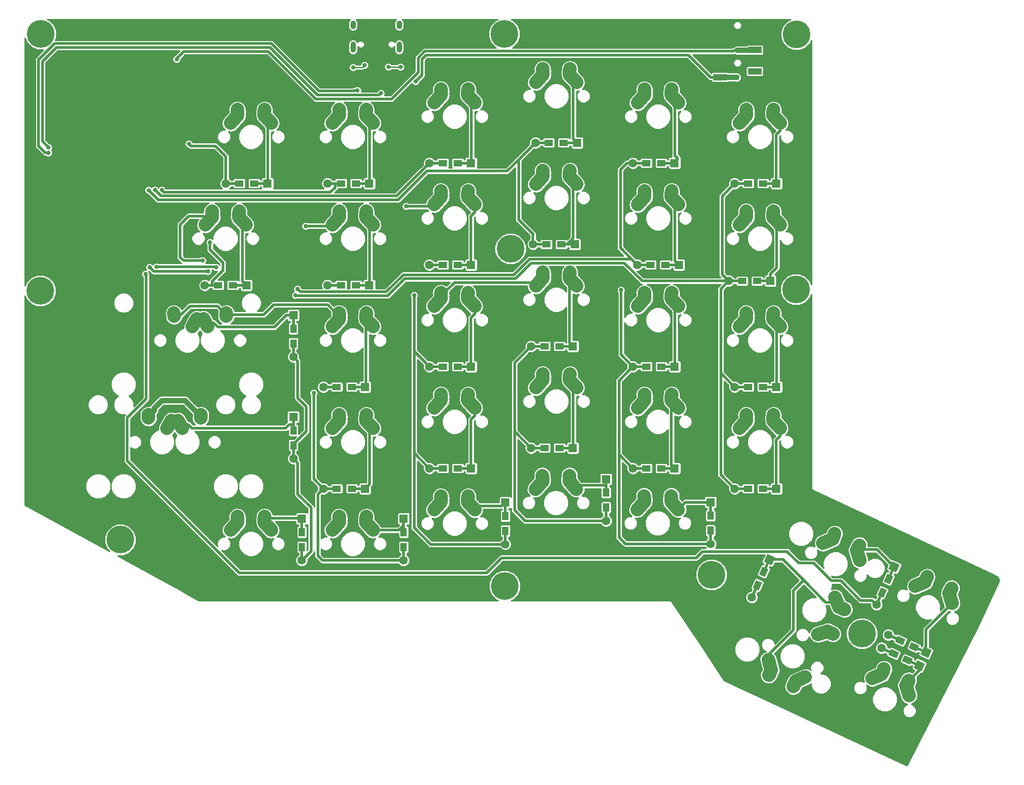
<source format=gbr>
G04 #@! TF.GenerationSoftware,KiCad,Pcbnew,(5.0.2)-1*
G04 #@! TF.CreationDate,2020-01-03T19:42:31+05:30*
G04 #@! TF.ProjectId,ergocape,6572676f-6361-4706-952e-6b696361645f,rev?*
G04 #@! TF.SameCoordinates,Original*
G04 #@! TF.FileFunction,Copper,L1,Top*
G04 #@! TF.FilePolarity,Positive*
%FSLAX46Y46*%
G04 Gerber Fmt 4.6, Leading zero omitted, Abs format (unit mm)*
G04 Created by KiCad (PCBNEW (5.0.2)-1) date 1/3/2020 7:42:31 PM*
%MOMM*%
%LPD*%
G01*
G04 APERTURE LIST*
G04 #@! TA.AperFunction,ComponentPad*
%ADD10C,2.000000*%
G04 #@! TD*
G04 #@! TA.AperFunction,SMDPad,CuDef*
%ADD11C,2.500000*%
G04 #@! TD*
G04 #@! TA.AperFunction,Conductor*
%ADD12C,2.500000*%
G04 #@! TD*
G04 #@! TA.AperFunction,Conductor*
%ADD13R,2.900000X0.500000*%
G04 #@! TD*
G04 #@! TA.AperFunction,ComponentPad*
%ADD14R,1.600000X1.600000*%
G04 #@! TD*
G04 #@! TA.AperFunction,ComponentPad*
%ADD15C,1.600000*%
G04 #@! TD*
G04 #@! TA.AperFunction,SMDPad,CuDef*
%ADD16R,1.600000X1.200000*%
G04 #@! TD*
G04 #@! TA.AperFunction,SMDPad,CuDef*
%ADD17R,1.200000X1.600000*%
G04 #@! TD*
G04 #@! TA.AperFunction,Conductor*
%ADD18R,0.500000X2.900000*%
G04 #@! TD*
G04 #@! TA.AperFunction,Conductor*
%ADD19C,0.500000*%
G04 #@! TD*
G04 #@! TA.AperFunction,Conductor*
%ADD20C,0.100000*%
G04 #@! TD*
G04 #@! TA.AperFunction,SMDPad,CuDef*
%ADD21C,1.200000*%
G04 #@! TD*
G04 #@! TA.AperFunction,ComponentPad*
%ADD22C,2.500000*%
G04 #@! TD*
G04 #@! TA.AperFunction,ComponentPad*
%ADD23O,1.000000X1.600000*%
G04 #@! TD*
G04 #@! TA.AperFunction,ComponentPad*
%ADD24O,1.000000X2.100000*%
G04 #@! TD*
G04 #@! TA.AperFunction,ViaPad*
%ADD25C,0.600000*%
G04 #@! TD*
G04 #@! TA.AperFunction,SMDPad,CuDef*
%ADD26R,2.500000X1.200000*%
G04 #@! TD*
G04 #@! TA.AperFunction,ComponentPad*
%ADD27C,5.200000*%
G04 #@! TD*
G04 #@! TA.AperFunction,ViaPad*
%ADD28C,0.800000*%
G04 #@! TD*
G04 #@! TA.AperFunction,Conductor*
%ADD29C,1.016000*%
G04 #@! TD*
G04 #@! TA.AperFunction,Conductor*
%ADD30C,0.508000*%
G04 #@! TD*
G04 #@! TA.AperFunction,Conductor*
%ADD31C,0.250000*%
G04 #@! TD*
G04 #@! TA.AperFunction,Conductor*
%ADD32C,0.254000*%
G04 #@! TD*
G04 APERTURE END LIST*
D10*
G04 #@! TO.P,K_TAB1,2*
G04 #@! TO.N,/ROW2*
X57825000Y-54237500D03*
X57785000Y-53657500D03*
G04 #@! TO.P,K_TAB1,1*
G04 #@! TO.N,Net-(D_tAB1-Pad1)*
X62825000Y-54737500D03*
X64135000Y-56197500D03*
D11*
G04 #@! TO.P,K_TAB1,2*
G04 #@! TO.N,/ROW2*
X57170000Y-55467500D03*
D12*
G04 #@! TD*
G04 #@! TO.N,/ROW2*
G04 #@! TO.C,K_TAB1*
X57824995Y-54737496D02*
X56515005Y-56197504D01*
D11*
G04 #@! TO.P,K_TAB1,1*
G04 #@! TO.N,Net-(D_tAB1-Pad1)*
X63480000Y-55467500D03*
D12*
G04 #@! TD*
G04 #@! TO.N,Net-(D_tAB1-Pad1)*
G04 #@! TO.C,K_TAB1*
X62825005Y-54737496D02*
X64134995Y-56197504D01*
D10*
G04 #@! TO.P,K_TAB1,2*
G04 #@! TO.N,/ROW2*
X57825000Y-54737500D03*
X56515000Y-56197500D03*
D11*
G04 #@! TO.P,K_TAB1,1*
G04 #@! TO.N,Net-(D_tAB1-Pad1)*
X62845000Y-53947500D03*
D12*
G04 #@! TD*
G04 #@! TO.N,Net-(D_tAB1-Pad1)*
G04 #@! TO.C,K_TAB1*
X62825001Y-54237500D02*
X62864999Y-53657500D01*
D10*
G04 #@! TO.P,K_TAB1,1*
G04 #@! TO.N,Net-(D_tAB1-Pad1)*
X62825000Y-54237500D03*
X62865000Y-53657500D03*
D11*
G04 #@! TO.P,K_TAB1,2*
G04 #@! TO.N,/ROW2*
X57805000Y-53947500D03*
D12*
G04 #@! TD*
G04 #@! TO.N,/ROW2*
G04 #@! TO.C,K_TAB1*
X57824999Y-54237500D02*
X57785001Y-53657500D01*
D11*
G04 #@! TO.P,K_TH_1U_2,1*
G04 #@! TO.N,Net-(D_TH1_2-Pad1)*
X188056774Y-141731662D03*
D12*
G04 #@! TD*
G04 #@! TO.N,Net-(D_TH1_2-Pad1)*
G04 #@! TO.C,K_TH_1U_2*
X188197459Y-141477285D02*
X187916089Y-141986039D01*
D10*
G04 #@! TO.P,K_TH_1U_2,1*
G04 #@! TO.N,Net-(D_TH1_2-Pad1)*
X187916089Y-141986039D03*
X188197460Y-141477285D03*
G04 #@! TO.P,K_TH_1U_2,2*
G04 #@! TO.N,/ROW5*
X183173241Y-140326101D03*
X181368955Y-141095681D03*
G04 #@! TO.P,K_TH_1U_2,1*
G04 #@! TO.N,Net-(D_TH1_2-Pad1)*
X187704780Y-142439193D03*
X188275020Y-144316032D03*
G04 #@! TO.P,K_TH_1U_2,2*
G04 #@! TO.N,/ROW5*
X183384550Y-139872947D03*
X183593416Y-139330384D03*
D11*
X182271098Y-140710891D03*
D12*
G04 #@! TD*
G04 #@! TO.N,/ROW5*
G04 #@! TO.C,K_TH_1U_2*
X181368957Y-141095687D02*
X183173239Y-140326095D01*
D11*
G04 #@! TO.P,K_TH_1U_2,2*
G04 #@! TO.N,/ROW5*
X183488983Y-139601666D03*
D12*
G04 #@! TD*
G04 #@! TO.N,/ROW5*
G04 #@! TO.C,K_TH_1U_2*
X183593417Y-139330385D02*
X183384549Y-139872947D01*
D11*
G04 #@! TO.P,K_TH_1U_2,1*
G04 #@! TO.N,Net-(D_TH1_2-Pad1)*
X187989900Y-143377612D03*
D12*
G04 #@! TD*
G04 #@! TO.N,Net-(D_TH1_2-Pad1)*
G04 #@! TO.C,K_TH_1U_2*
X188275014Y-144316034D02*
X187704786Y-142439190D01*
D13*
G04 #@! TO.N,Net-(D_1-Pad1)*
G04 #@! TO.C,D_1*
X85843750Y-48418750D03*
G04 #@! TO.N,/COL2*
X80843750Y-48418750D03*
D14*
G04 #@! TD*
G04 #@! TO.P,D_1,1*
G04 #@! TO.N,Net-(D_1-Pad1)*
X87243750Y-48418750D03*
D15*
G04 #@! TO.P,D_1,2*
G04 #@! TO.N,/COL2*
X79443750Y-48418750D03*
D16*
X81943750Y-48418750D03*
G04 #@! TO.P,D_1,1*
G04 #@! TO.N,Net-(D_1-Pad1)*
X84743750Y-48418750D03*
G04 #@! TD*
D13*
G04 #@! TO.N,Net-(D_2-Pad1)*
G04 #@! TO.C,D_2*
X104893750Y-44608750D03*
G04 #@! TO.N,/COL3*
X99893750Y-44608750D03*
D14*
G04 #@! TD*
G04 #@! TO.P,D_2,1*
G04 #@! TO.N,Net-(D_2-Pad1)*
X106293750Y-44608750D03*
D15*
G04 #@! TO.P,D_2,2*
G04 #@! TO.N,/COL3*
X98493750Y-44608750D03*
D16*
X100993750Y-44608750D03*
G04 #@! TO.P,D_2,1*
G04 #@! TO.N,Net-(D_2-Pad1)*
X103793750Y-44608750D03*
G04 #@! TD*
G04 #@! TO.P,D_3,1*
G04 #@! TO.N,Net-(D_3-Pad1)*
X123637500Y-40798750D03*
G04 #@! TO.P,D_3,2*
G04 #@! TO.N,/COL4*
X120837500Y-40798750D03*
D15*
X118337500Y-40798750D03*
D14*
G04 #@! TO.P,D_3,1*
G04 #@! TO.N,Net-(D_3-Pad1)*
X126137500Y-40798750D03*
D13*
G04 #@! TD*
G04 #@! TO.N,/COL4*
G04 #@! TO.C,D_3*
X119737500Y-40798750D03*
G04 #@! TO.N,Net-(D_3-Pad1)*
G04 #@! TO.C,D_3*
X124737500Y-40798750D03*
G04 #@! TD*
G04 #@! TO.N,Net-(D_4-Pad1)*
G04 #@! TO.C,D_4*
X142993750Y-44608750D03*
G04 #@! TO.N,/COL5*
X137993750Y-44608750D03*
D14*
G04 #@! TD*
G04 #@! TO.P,D_4,1*
G04 #@! TO.N,Net-(D_4-Pad1)*
X144393750Y-44608750D03*
D15*
G04 #@! TO.P,D_4,2*
G04 #@! TO.N,/COL5*
X136593750Y-44608750D03*
D16*
X139093750Y-44608750D03*
G04 #@! TO.P,D_4,1*
G04 #@! TO.N,Net-(D_4-Pad1)*
X141893750Y-44608750D03*
G04 #@! TD*
G04 #@! TO.P,D_5,1*
G04 #@! TO.N,Net-(D_5-Pad1)*
X160943750Y-48418750D03*
G04 #@! TO.P,D_5,2*
G04 #@! TO.N,/COL6*
X158143750Y-48418750D03*
D15*
X155643750Y-48418750D03*
D14*
G04 #@! TO.P,D_5,1*
G04 #@! TO.N,Net-(D_5-Pad1)*
X163443750Y-48418750D03*
D13*
G04 #@! TD*
G04 #@! TO.N,/COL6*
G04 #@! TO.C,D_5*
X157043750Y-48418750D03*
G04 #@! TO.N,Net-(D_5-Pad1)*
G04 #@! TO.C,D_5*
X162043750Y-48418750D03*
G04 #@! TD*
D17*
G04 #@! TO.P,D_ALT1,1*
G04 #@! TO.N,Net-(D_ALT1-Pad1)*
X93662500Y-113693750D03*
G04 #@! TO.P,D_ALT1,2*
G04 #@! TO.N,/COL2*
X93662500Y-116493750D03*
D15*
X93662500Y-118993750D03*
D14*
G04 #@! TO.P,D_ALT1,1*
G04 #@! TO.N,Net-(D_ALT1-Pad1)*
X93662500Y-111193750D03*
D18*
G04 #@! TD*
G04 #@! TO.N,/COL2*
G04 #@! TO.C,D_ALT1*
X93662500Y-117593750D03*
G04 #@! TO.N,Net-(D_ALT1-Pad1)*
G04 #@! TO.C,D_ALT1*
X93662500Y-112593750D03*
G04 #@! TD*
G04 #@! TO.N,Net-(D_bot_1U_2-Pad1)*
G04 #@! TO.C,D_bot_1U_2*
X151130000Y-109514000D03*
G04 #@! TO.N,/COL5*
X151130000Y-114514000D03*
D14*
G04 #@! TD*
G04 #@! TO.P,D_bot_1U_2,1*
G04 #@! TO.N,Net-(D_bot_1U_2-Pad1)*
X151130000Y-108114000D03*
D15*
G04 #@! TO.P,D_bot_1U_2,2*
G04 #@! TO.N,/COL5*
X151130000Y-115914000D03*
D17*
X151130000Y-113414000D03*
G04 #@! TO.P,D_bot_1U_2,1*
G04 #@! TO.N,Net-(D_bot_1U_2-Pad1)*
X151130000Y-110614000D03*
G04 #@! TD*
D18*
G04 #@! TO.N,Net-(D_Bpt_1U_1-Pad1)*
G04 #@! TO.C,D_Bpt_1U_1*
X131572000Y-105196000D03*
G04 #@! TO.N,/COL4*
X131572000Y-110196000D03*
D14*
G04 #@! TD*
G04 #@! TO.P,D_Bpt_1U_1,1*
G04 #@! TO.N,Net-(D_Bpt_1U_1-Pad1)*
X131572000Y-103796000D03*
D15*
G04 #@! TO.P,D_Bpt_1U_1,2*
G04 #@! TO.N,/COL4*
X131572000Y-111596000D03*
D17*
X131572000Y-109096000D03*
G04 #@! TO.P,D_Bpt_1U_1,1*
G04 #@! TO.N,Net-(D_Bpt_1U_1-Pad1)*
X131572000Y-106296000D03*
G04 #@! TD*
D18*
G04 #@! TO.N,Net-(D_CAP1-Pad1)*
G04 #@! TO.C,D_CAP1*
X73025000Y-74493750D03*
G04 #@! TO.N,/COL1*
X73025000Y-79493750D03*
D14*
G04 #@! TD*
G04 #@! TO.P,D_CAP1,1*
G04 #@! TO.N,Net-(D_CAP1-Pad1)*
X73025000Y-73093750D03*
D15*
G04 #@! TO.P,D_CAP1,2*
G04 #@! TO.N,/COL1*
X73025000Y-80893750D03*
D17*
X73025000Y-78393750D03*
G04 #@! TO.P,D_CAP1,1*
G04 #@! TO.N,Net-(D_CAP1-Pad1)*
X73025000Y-75593750D03*
G04 #@! TD*
G04 #@! TO.P,D_CTRL1,1*
G04 #@! TO.N,Net-(D_CTRL1-Pad1)*
X74612500Y-113693750D03*
G04 #@! TO.P,D_CTRL1,2*
G04 #@! TO.N,/COL1*
X74612500Y-116493750D03*
D15*
X74612500Y-118993750D03*
D14*
G04 #@! TO.P,D_CTRL1,1*
G04 #@! TO.N,Net-(D_CTRL1-Pad1)*
X74612500Y-111193750D03*
D18*
G04 #@! TD*
G04 #@! TO.N,/COL1*
G04 #@! TO.C,D_CTRL1*
X74612500Y-117593750D03*
G04 #@! TO.N,Net-(D_CTRL1-Pad1)*
G04 #@! TO.C,D_CTRL1*
X74612500Y-112593750D03*
G04 #@! TD*
D13*
G04 #@! TO.N,Net-(D_D1-Pad1)*
G04 #@! TO.C,D_D1*
X123943750Y-78898750D03*
G04 #@! TO.N,/COL4*
X118943750Y-78898750D03*
D14*
G04 #@! TD*
G04 #@! TO.P,D_D1,1*
G04 #@! TO.N,Net-(D_D1-Pad1)*
X125343750Y-78898750D03*
D15*
G04 #@! TO.P,D_D1,2*
G04 #@! TO.N,/COL4*
X117543750Y-78898750D03*
D16*
X120043750Y-78898750D03*
G04 #@! TO.P,D_D1,1*
G04 #@! TO.N,Net-(D_D1-Pad1)*
X122843750Y-78898750D03*
G04 #@! TD*
G04 #@! TO.P,D_ESC1,1*
G04 #@! TO.N,Net-(D_ESC1-Pad1)*
X65693750Y-48418750D03*
G04 #@! TO.P,D_ESC1,2*
G04 #@! TO.N,/COL1*
X62893750Y-48418750D03*
D15*
X60393750Y-48418750D03*
D14*
G04 #@! TO.P,D_ESC1,1*
G04 #@! TO.N,Net-(D_ESC1-Pad1)*
X68193750Y-48418750D03*
D13*
G04 #@! TD*
G04 #@! TO.N,/COL1*
G04 #@! TO.C,D_ESC1*
X61793750Y-48418750D03*
G04 #@! TO.N,Net-(D_ESC1-Pad1)*
G04 #@! TO.C,D_ESC1*
X66793750Y-48418750D03*
G04 #@! TD*
D17*
G04 #@! TO.P,D_SHIFT_1,1*
G04 #@! TO.N,Net-(D_SHIFT_1-Pad1)*
X73025000Y-94643750D03*
G04 #@! TO.P,D_SHIFT_1,2*
G04 #@! TO.N,/COL1*
X73025000Y-97443750D03*
D15*
X73025000Y-99943750D03*
D14*
G04 #@! TO.P,D_SHIFT_1,1*
G04 #@! TO.N,Net-(D_SHIFT_1-Pad1)*
X73025000Y-92143750D03*
D18*
G04 #@! TD*
G04 #@! TO.N,/COL1*
G04 #@! TO.C,D_SHIFT_1*
X73025000Y-98543750D03*
G04 #@! TO.N,Net-(D_SHIFT_1-Pad1)*
G04 #@! TO.C,D_SHIFT_1*
X73025000Y-93543750D03*
G04 #@! TD*
D16*
G04 #@! TO.P,D_tAB1,1*
G04 #@! TO.N,Net-(D_tAB1-Pad1)*
X61725000Y-67468750D03*
G04 #@! TO.P,D_tAB1,2*
G04 #@! TO.N,/COL1*
X58925000Y-67468750D03*
D15*
X56425000Y-67468750D03*
D14*
G04 #@! TO.P,D_tAB1,1*
G04 #@! TO.N,Net-(D_tAB1-Pad1)*
X64225000Y-67468750D03*
D13*
G04 #@! TD*
G04 #@! TO.N,/COL1*
G04 #@! TO.C,D_tAB1*
X57825000Y-67468750D03*
G04 #@! TO.N,Net-(D_tAB1-Pad1)*
G04 #@! TO.C,D_tAB1*
X62825000Y-67468750D03*
G04 #@! TD*
D19*
G04 #@! TO.N,Net-(D_TH1_1-Pad1)*
G04 #@! TO.C,D_TH1_1*
X190200617Y-135632147D03*
D20*
G36*
X188780816Y-135245927D02*
X188992125Y-134792774D01*
X191620418Y-136018367D01*
X191409109Y-136471520D01*
X188780816Y-135245927D01*
X188780816Y-135245927D01*
G37*
D19*
G04 #@! TO.N,/COL7*
X185669079Y-133519053D03*
D20*
G36*
X184249278Y-133132833D02*
X184460587Y-132679680D01*
X187088880Y-133905273D01*
X186877571Y-134358426D01*
X184249278Y-133132833D01*
X184249278Y-133132833D01*
G37*
D15*
G04 #@! TD*
G04 #@! TO.P,D_TH1_1,1*
G04 #@! TO.N,Net-(D_TH1_1-Pad1)*
X191469448Y-136223811D03*
D20*
G04 #@! TO.N,Net-(D_TH1_1-Pad1)*
G04 #@! TO.C,D_TH1_1*
G36*
X190406307Y-136610763D02*
X191082496Y-135160670D01*
X192532589Y-135836859D01*
X191856400Y-137286952D01*
X190406307Y-136610763D01*
X190406307Y-136610763D01*
G37*
D15*
G04 #@! TD*
G04 #@! TO.P,D_TH1_1,2*
G04 #@! TO.N,/COL7*
X184400248Y-132927389D03*
D21*
G04 #@! TO.P,D_TH1_1,2*
G04 #@! TO.N,/COL7*
X186666017Y-133983934D03*
D20*
G04 #@! TD*
G04 #@! TO.N,/COL7*
G04 #@! TO.C,D_TH1_1*
G36*
X185687400Y-134189624D02*
X186194542Y-133102055D01*
X187644634Y-133778244D01*
X187137492Y-134865813D01*
X185687400Y-134189624D01*
X185687400Y-134189624D01*
G37*
D21*
G04 #@! TO.P,D_TH1_1,1*
G04 #@! TO.N,Net-(D_TH1_1-Pad1)*
X189203679Y-135167266D03*
D20*
G04 #@! TD*
G04 #@! TO.N,Net-(D_TH1_1-Pad1)*
G04 #@! TO.C,D_TH1_1*
G36*
X188225062Y-135372956D02*
X188732204Y-134285387D01*
X190182296Y-134961576D01*
X189675154Y-136049145D01*
X188225062Y-135372956D01*
X188225062Y-135372956D01*
G37*
D21*
G04 #@! TO.P,D_TH1_2,1*
G04 #@! TO.N,Net-(D_TH1_2-Pad1)*
X187953910Y-137666719D03*
D20*
G04 #@! TD*
G04 #@! TO.N,Net-(D_TH1_2-Pad1)*
G04 #@! TO.C,D_TH1_2*
G36*
X186975293Y-137872409D02*
X187482435Y-136784840D01*
X188932527Y-137461029D01*
X188425385Y-138548598D01*
X186975293Y-137872409D01*
X186975293Y-137872409D01*
G37*
D21*
G04 #@! TO.P,D_TH1_2,2*
G04 #@! TO.N,/COL7*
X185416248Y-136483387D03*
D20*
G04 #@! TD*
G04 #@! TO.N,/COL7*
G04 #@! TO.C,D_TH1_2*
G36*
X184437631Y-136689077D02*
X184944773Y-135601508D01*
X186394865Y-136277697D01*
X185887723Y-137365266D01*
X184437631Y-136689077D01*
X184437631Y-136689077D01*
G37*
D15*
G04 #@! TO.P,D_TH1_2,2*
G04 #@! TO.N,/COL7*
X183150479Y-135426842D03*
G04 #@! TO.P,D_TH1_2,1*
G04 #@! TO.N,Net-(D_TH1_2-Pad1)*
X190219679Y-138723264D03*
D20*
G04 #@! TD*
G04 #@! TO.N,Net-(D_TH1_2-Pad1)*
G04 #@! TO.C,D_TH1_2*
G36*
X189156538Y-139110216D02*
X189832727Y-137660123D01*
X191282820Y-138336312D01*
X190606631Y-139786405D01*
X189156538Y-139110216D01*
X189156538Y-139110216D01*
G37*
D19*
G04 #@! TO.N,/COL7*
G04 #@! TO.C,D_TH1_2*
X184419310Y-136018506D03*
D20*
G36*
X182999509Y-135632286D02*
X183210818Y-135179133D01*
X185839111Y-136404726D01*
X185627802Y-136857879D01*
X182999509Y-135632286D01*
X182999509Y-135632286D01*
G37*
D19*
G04 #@! TO.N,Net-(D_TH1_2-Pad1)*
X188950848Y-138131600D03*
D20*
G36*
X187531047Y-137745380D02*
X187742356Y-137292227D01*
X190370649Y-138517820D01*
X190159340Y-138970973D01*
X187531047Y-137745380D01*
X187531047Y-137745380D01*
G37*
G04 #@! TD*
D19*
G04 #@! TO.N,Net-(D_th_2U1-Pad1)*
G04 #@! TO.C,D_th_2U1*
X161559395Y-120117831D03*
D20*
G36*
X161173175Y-121537632D02*
X160720022Y-121326323D01*
X161945615Y-118698030D01*
X162398768Y-118909339D01*
X161173175Y-121537632D01*
X161173175Y-121537632D01*
G37*
D19*
G04 #@! TO.N,/COL6*
X159446301Y-124649369D03*
D20*
G36*
X159060081Y-126069170D02*
X158606928Y-125857861D01*
X159832521Y-123229568D01*
X160285674Y-123440877D01*
X159060081Y-126069170D01*
X159060081Y-126069170D01*
G37*
D15*
G04 #@! TD*
G04 #@! TO.P,D_th_2U1,1*
G04 #@! TO.N,Net-(D_th_2U1-Pad1)*
X162151059Y-118849000D03*
D20*
G04 #@! TO.N,Net-(D_th_2U1-Pad1)*
G04 #@! TO.C,D_th_2U1*
G36*
X162538011Y-119912141D02*
X161087918Y-119235952D01*
X161764107Y-117785859D01*
X163214200Y-118462048D01*
X162538011Y-119912141D01*
X162538011Y-119912141D01*
G37*
D15*
G04 #@! TD*
G04 #@! TO.P,D_th_2U1,2*
G04 #@! TO.N,/COL6*
X158854637Y-125918200D03*
D21*
G04 #@! TO.P,D_th_2U1,2*
G04 #@! TO.N,/COL6*
X159911182Y-123652431D03*
D20*
G04 #@! TD*
G04 #@! TO.N,/COL6*
G04 #@! TO.C,D_th_2U1*
G36*
X160116872Y-124631048D02*
X159029303Y-124123906D01*
X159705492Y-122673814D01*
X160793061Y-123180956D01*
X160116872Y-124631048D01*
X160116872Y-124631048D01*
G37*
D21*
G04 #@! TO.P,D_th_2U1,1*
G04 #@! TO.N,Net-(D_th_2U1-Pad1)*
X161094514Y-121114769D03*
D20*
G04 #@! TD*
G04 #@! TO.N,Net-(D_th_2U1-Pad1)*
G04 #@! TO.C,D_th_2U1*
G36*
X161300204Y-122093386D02*
X160212635Y-121586244D01*
X160888824Y-120136152D01*
X161976393Y-120643294D01*
X161300204Y-122093386D01*
X161300204Y-122093386D01*
G37*
D18*
G04 #@! TO.N,Net-(D_WIN1-Pad1)*
G04 #@! TO.C,D_WIN1*
X112712500Y-109577500D03*
G04 #@! TO.N,/COL3*
X112712500Y-114577500D03*
D14*
G04 #@! TD*
G04 #@! TO.P,D_WIN1,1*
G04 #@! TO.N,Net-(D_WIN1-Pad1)*
X112712500Y-108177500D03*
D15*
G04 #@! TO.P,D_WIN1,2*
G04 #@! TO.N,/COL3*
X112712500Y-115977500D03*
D17*
X112712500Y-113477500D03*
G04 #@! TO.P,D_WIN1,1*
G04 #@! TO.N,Net-(D_WIN1-Pad1)*
X112712500Y-110677500D03*
G04 #@! TD*
D13*
G04 #@! TO.N,Net-(DA1-Pad1)*
G04 #@! TO.C,DA1*
X85050000Y-86518750D03*
G04 #@! TO.N,/COL2*
X80050000Y-86518750D03*
D14*
G04 #@! TD*
G04 #@! TO.P,DA1,1*
G04 #@! TO.N,Net-(DA1-Pad1)*
X86450000Y-86518750D03*
D15*
G04 #@! TO.P,DA1,2*
G04 #@! TO.N,/COL2*
X78650000Y-86518750D03*
D16*
X81150000Y-86518750D03*
G04 #@! TO.P,DA1,1*
G04 #@! TO.N,Net-(DA1-Pad1)*
X83950000Y-86518750D03*
G04 #@! TD*
D13*
G04 #@! TO.N,Net-(DB1-Pad1)*
G04 #@! TO.C,DB1*
X162043750Y-105568750D03*
G04 #@! TO.N,/COL6*
X157043750Y-105568750D03*
D14*
G04 #@! TD*
G04 #@! TO.P,DB1,1*
G04 #@! TO.N,Net-(DB1-Pad1)*
X163443750Y-105568750D03*
D15*
G04 #@! TO.P,DB1,2*
G04 #@! TO.N,/COL6*
X155643750Y-105568750D03*
D16*
X158143750Y-105568750D03*
G04 #@! TO.P,DB1,1*
G04 #@! TO.N,Net-(DB1-Pad1)*
X160943750Y-105568750D03*
G04 #@! TD*
G04 #@! TO.P,DC1,1*
G04 #@! TO.N,Net-(DC1-Pad1)*
X122843750Y-97948750D03*
G04 #@! TO.P,DC1,2*
G04 #@! TO.N,/COL4*
X120043750Y-97948750D03*
D15*
X117543750Y-97948750D03*
D14*
G04 #@! TO.P,DC1,1*
G04 #@! TO.N,Net-(DC1-Pad1)*
X125343750Y-97948750D03*
D13*
G04 #@! TD*
G04 #@! TO.N,/COL4*
G04 #@! TO.C,DC1*
X118943750Y-97948750D03*
G04 #@! TO.N,Net-(DC1-Pad1)*
G04 #@! TO.C,DC1*
X123943750Y-97948750D03*
G04 #@! TD*
D16*
G04 #@! TO.P,DE1,1*
G04 #@! TO.N,Net-(DE1-Pad1)*
X123193000Y-59817000D03*
G04 #@! TO.P,DE1,2*
G04 #@! TO.N,/COL4*
X120393000Y-59817000D03*
D15*
X117893000Y-59817000D03*
D14*
G04 #@! TO.P,DE1,1*
G04 #@! TO.N,Net-(DE1-Pad1)*
X125693000Y-59817000D03*
D13*
G04 #@! TD*
G04 #@! TO.N,/COL4*
G04 #@! TO.C,DE1*
X119293000Y-59817000D03*
G04 #@! TO.N,Net-(DE1-Pad1)*
G04 #@! TO.C,DE1*
X124293000Y-59817000D03*
G04 #@! TD*
D16*
G04 #@! TO.P,DF1,1*
G04 #@! TO.N,Net-(DF1-Pad1)*
X141893750Y-82708750D03*
G04 #@! TO.P,DF1,2*
G04 #@! TO.N,/COL5*
X139093750Y-82708750D03*
D15*
X136593750Y-82708750D03*
D14*
G04 #@! TO.P,DF1,1*
G04 #@! TO.N,Net-(DF1-Pad1)*
X144393750Y-82708750D03*
D13*
G04 #@! TD*
G04 #@! TO.N,/COL5*
G04 #@! TO.C,DF1*
X137993750Y-82708750D03*
G04 #@! TO.N,Net-(DF1-Pad1)*
G04 #@! TO.C,DF1*
X142993750Y-82708750D03*
G04 #@! TD*
D16*
G04 #@! TO.P,DG1,1*
G04 #@! TO.N,Net-(DG1-Pad1)*
X160943750Y-86518750D03*
G04 #@! TO.P,DG1,2*
G04 #@! TO.N,/COL6*
X158143750Y-86518750D03*
D15*
X155643750Y-86518750D03*
D14*
G04 #@! TO.P,DG1,1*
G04 #@! TO.N,Net-(DG1-Pad1)*
X163443750Y-86518750D03*
D13*
G04 #@! TD*
G04 #@! TO.N,/COL6*
G04 #@! TO.C,DG1*
X157043750Y-86518750D03*
G04 #@! TO.N,Net-(DG1-Pad1)*
G04 #@! TO.C,DG1*
X162043750Y-86518750D03*
G04 #@! TD*
G04 #@! TO.N,Net-(DQ1-Pad1)*
G04 #@! TO.C,DQ1*
X85843750Y-67468750D03*
G04 #@! TO.N,/COL2*
X80843750Y-67468750D03*
D14*
G04 #@! TD*
G04 #@! TO.P,DQ1,1*
G04 #@! TO.N,Net-(DQ1-Pad1)*
X87243750Y-67468750D03*
D15*
G04 #@! TO.P,DQ1,2*
G04 #@! TO.N,/COL2*
X79443750Y-67468750D03*
D16*
X81943750Y-67468750D03*
G04 #@! TO.P,DQ1,1*
G04 #@! TO.N,Net-(DQ1-Pad1)*
X84743750Y-67468750D03*
G04 #@! TD*
D13*
G04 #@! TO.N,Net-(DR1-Pad1)*
G04 #@! TO.C,DR1*
X143787500Y-63658750D03*
G04 #@! TO.N,/COL5*
X138787500Y-63658750D03*
D14*
G04 #@! TD*
G04 #@! TO.P,DR1,1*
G04 #@! TO.N,Net-(DR1-Pad1)*
X145187500Y-63658750D03*
D15*
G04 #@! TO.P,DR1,2*
G04 #@! TO.N,/COL5*
X137387500Y-63658750D03*
D16*
X139887500Y-63658750D03*
G04 #@! TO.P,DR1,1*
G04 #@! TO.N,Net-(DR1-Pad1)*
X142687500Y-63658750D03*
G04 #@! TD*
G04 #@! TO.P,DS1,1*
G04 #@! TO.N,Net-(DS1-Pad1)*
X103793750Y-82708750D03*
G04 #@! TO.P,DS1,2*
G04 #@! TO.N,/COL3*
X100993750Y-82708750D03*
D15*
X98493750Y-82708750D03*
D14*
G04 #@! TO.P,DS1,1*
G04 #@! TO.N,Net-(DS1-Pad1)*
X106293750Y-82708750D03*
D13*
G04 #@! TD*
G04 #@! TO.N,/COL3*
G04 #@! TO.C,DS1*
X99893750Y-82708750D03*
G04 #@! TO.N,Net-(DS1-Pad1)*
G04 #@! TO.C,DS1*
X104893750Y-82708750D03*
G04 #@! TD*
D16*
G04 #@! TO.P,DT1,1*
G04 #@! TO.N,Net-(DT1-Pad1)*
X159832500Y-66675000D03*
G04 #@! TO.P,DT1,2*
G04 #@! TO.N,/COL6*
X157032500Y-66675000D03*
D15*
X154532500Y-66675000D03*
D14*
G04 #@! TO.P,DT1,1*
G04 #@! TO.N,Net-(DT1-Pad1)*
X162332500Y-66675000D03*
D13*
G04 #@! TD*
G04 #@! TO.N,/COL6*
G04 #@! TO.C,DT1*
X155932500Y-66675000D03*
G04 #@! TO.N,Net-(DT1-Pad1)*
G04 #@! TO.C,DT1*
X160932500Y-66675000D03*
G04 #@! TD*
D16*
G04 #@! TO.P,DV1,1*
G04 #@! TO.N,Net-(DV1-Pad1)*
X141893750Y-101758750D03*
G04 #@! TO.P,DV1,2*
G04 #@! TO.N,/COL5*
X139093750Y-101758750D03*
D15*
X136593750Y-101758750D03*
D14*
G04 #@! TO.P,DV1,1*
G04 #@! TO.N,Net-(DV1-Pad1)*
X144393750Y-101758750D03*
D13*
G04 #@! TD*
G04 #@! TO.N,/COL5*
G04 #@! TO.C,DV1*
X137993750Y-101758750D03*
G04 #@! TO.N,Net-(DV1-Pad1)*
G04 #@! TO.C,DV1*
X142993750Y-101758750D03*
G04 #@! TD*
G04 #@! TO.N,Net-(DW1-Pad1)*
G04 #@! TO.C,DW1*
X104893750Y-63658750D03*
G04 #@! TO.N,/COL3*
X99893750Y-63658750D03*
D14*
G04 #@! TD*
G04 #@! TO.P,DW1,1*
G04 #@! TO.N,Net-(DW1-Pad1)*
X106293750Y-63658750D03*
D15*
G04 #@! TO.P,DW1,2*
G04 #@! TO.N,/COL3*
X98493750Y-63658750D03*
D16*
X100993750Y-63658750D03*
G04 #@! TO.P,DW1,1*
G04 #@! TO.N,Net-(DW1-Pad1)*
X103793750Y-63658750D03*
G04 #@! TD*
G04 #@! TO.P,DX1,1*
G04 #@! TO.N,Net-(DX1-Pad1)*
X103793750Y-101758750D03*
G04 #@! TO.P,DX1,2*
G04 #@! TO.N,/COL3*
X100993750Y-101758750D03*
D15*
X98493750Y-101758750D03*
D14*
G04 #@! TO.P,DX1,1*
G04 #@! TO.N,Net-(DX1-Pad1)*
X106293750Y-101758750D03*
D13*
G04 #@! TD*
G04 #@! TO.N,/COL3*
G04 #@! TO.C,DX1*
X99893750Y-101758750D03*
G04 #@! TO.N,Net-(DX1-Pad1)*
G04 #@! TO.C,DX1*
X104893750Y-101758750D03*
G04 #@! TD*
G04 #@! TO.N,Net-(DZ1-Pad1)*
G04 #@! TO.C,DZ1*
X85050000Y-105568750D03*
G04 #@! TO.N,/COL2*
X80050000Y-105568750D03*
D14*
G04 #@! TD*
G04 #@! TO.P,DZ1,1*
G04 #@! TO.N,Net-(DZ1-Pad1)*
X86450000Y-105568750D03*
D15*
G04 #@! TO.P,DZ1,2*
G04 #@! TO.N,/COL2*
X78650000Y-105568750D03*
D16*
X81150000Y-105568750D03*
G04 #@! TO.P,DZ1,1*
G04 #@! TO.N,Net-(DZ1-Pad1)*
X83950000Y-105568750D03*
G04 #@! TD*
D11*
G04 #@! TO.P,K_2,1*
G04 #@! TO.N,Net-(D_2-Pad1)*
X105707500Y-31087500D03*
D12*
G04 #@! TD*
G04 #@! TO.N,Net-(D_2-Pad1)*
G04 #@! TO.C,K_2*
X105727499Y-30797500D02*
X105687501Y-31377500D01*
D10*
G04 #@! TO.P,K_2,1*
G04 #@! TO.N,Net-(D_2-Pad1)*
X105687500Y-31377500D03*
X105727500Y-30797500D03*
G04 #@! TO.P,K_2,2*
G04 #@! TO.N,/ROW1*
X100687500Y-31877500D03*
X99377500Y-33337500D03*
G04 #@! TO.P,K_2,1*
G04 #@! TO.N,Net-(D_2-Pad1)*
X105687500Y-31877500D03*
X106997500Y-33337500D03*
G04 #@! TO.P,K_2,2*
G04 #@! TO.N,/ROW1*
X100687500Y-31377500D03*
X100647500Y-30797500D03*
D11*
X100032500Y-32607500D03*
D12*
G04 #@! TD*
G04 #@! TO.N,/ROW1*
G04 #@! TO.C,K_2*
X99377505Y-33337504D02*
X100687495Y-31877496D01*
D11*
G04 #@! TO.P,K_2,2*
G04 #@! TO.N,/ROW1*
X100667500Y-31087500D03*
D12*
G04 #@! TD*
G04 #@! TO.N,/ROW1*
G04 #@! TO.C,K_2*
X100647501Y-30797500D02*
X100687499Y-31377500D01*
D11*
G04 #@! TO.P,K_2,1*
G04 #@! TO.N,Net-(D_2-Pad1)*
X106342500Y-32607500D03*
D12*
G04 #@! TD*
G04 #@! TO.N,Net-(D_2-Pad1)*
G04 #@! TO.C,K_2*
X106997495Y-33337504D02*
X105687505Y-31877496D01*
D11*
G04 #@! TO.P,K_3,1*
G04 #@! TO.N,Net-(D_3-Pad1)*
X125392500Y-28797500D03*
D12*
G04 #@! TD*
G04 #@! TO.N,Net-(D_3-Pad1)*
G04 #@! TO.C,K_3*
X126047495Y-29527504D02*
X124737505Y-28067496D01*
D11*
G04 #@! TO.P,K_3,2*
G04 #@! TO.N,/ROW1*
X119717500Y-27277500D03*
D12*
G04 #@! TD*
G04 #@! TO.N,/ROW1*
G04 #@! TO.C,K_3*
X119697501Y-26987500D02*
X119737499Y-27567500D01*
D11*
G04 #@! TO.P,K_3,2*
G04 #@! TO.N,/ROW1*
X119082500Y-28797500D03*
D12*
G04 #@! TD*
G04 #@! TO.N,/ROW1*
G04 #@! TO.C,K_3*
X118427505Y-29527504D02*
X119737495Y-28067496D01*
D10*
G04 #@! TO.P,K_3,2*
G04 #@! TO.N,/ROW1*
X119697500Y-26987500D03*
X119737500Y-27567500D03*
G04 #@! TO.P,K_3,1*
G04 #@! TO.N,Net-(D_3-Pad1)*
X126047500Y-29527500D03*
X124737500Y-28067500D03*
G04 #@! TO.P,K_3,2*
G04 #@! TO.N,/ROW1*
X118427500Y-29527500D03*
X119737500Y-28067500D03*
G04 #@! TO.P,K_3,1*
G04 #@! TO.N,Net-(D_3-Pad1)*
X124777500Y-26987500D03*
X124737500Y-27567500D03*
D11*
X124757500Y-27277500D03*
D12*
G04 #@! TD*
G04 #@! TO.N,Net-(D_3-Pad1)*
G04 #@! TO.C,K_3*
X124777499Y-26987500D02*
X124737501Y-27567500D01*
D11*
G04 #@! TO.P,K_4,1*
G04 #@! TO.N,Net-(D_4-Pad1)*
X143807500Y-31087500D03*
D12*
G04 #@! TD*
G04 #@! TO.N,Net-(D_4-Pad1)*
G04 #@! TO.C,K_4*
X143827499Y-30797500D02*
X143787501Y-31377500D01*
D10*
G04 #@! TO.P,K_4,1*
G04 #@! TO.N,Net-(D_4-Pad1)*
X143787500Y-31377500D03*
X143827500Y-30797500D03*
G04 #@! TO.P,K_4,2*
G04 #@! TO.N,/ROW1*
X138787500Y-31877500D03*
X137477500Y-33337500D03*
G04 #@! TO.P,K_4,1*
G04 #@! TO.N,Net-(D_4-Pad1)*
X143787500Y-31877500D03*
X145097500Y-33337500D03*
G04 #@! TO.P,K_4,2*
G04 #@! TO.N,/ROW1*
X138787500Y-31377500D03*
X138747500Y-30797500D03*
D11*
X138132500Y-32607500D03*
D12*
G04 #@! TD*
G04 #@! TO.N,/ROW1*
G04 #@! TO.C,K_4*
X137477505Y-33337504D02*
X138787495Y-31877496D01*
D11*
G04 #@! TO.P,K_4,2*
G04 #@! TO.N,/ROW1*
X138767500Y-31087500D03*
D12*
G04 #@! TD*
G04 #@! TO.N,/ROW1*
G04 #@! TO.C,K_4*
X138747501Y-30797500D02*
X138787499Y-31377500D01*
D11*
G04 #@! TO.P,K_4,1*
G04 #@! TO.N,Net-(D_4-Pad1)*
X144442500Y-32607500D03*
D12*
G04 #@! TD*
G04 #@! TO.N,Net-(D_4-Pad1)*
G04 #@! TO.C,K_4*
X145097495Y-33337504D02*
X143787505Y-31877496D01*
D11*
G04 #@! TO.P,K_5,1*
G04 #@! TO.N,Net-(D_5-Pad1)*
X162857500Y-34897500D03*
D12*
G04 #@! TD*
G04 #@! TO.N,Net-(D_5-Pad1)*
G04 #@! TO.C,K_5*
X162877499Y-34607500D02*
X162837501Y-35187500D01*
D10*
G04 #@! TO.P,K_5,1*
G04 #@! TO.N,Net-(D_5-Pad1)*
X162837500Y-35187500D03*
X162877500Y-34607500D03*
G04 #@! TO.P,K_5,2*
G04 #@! TO.N,/ROW1*
X157837500Y-35687500D03*
X156527500Y-37147500D03*
G04 #@! TO.P,K_5,1*
G04 #@! TO.N,Net-(D_5-Pad1)*
X162837500Y-35687500D03*
X164147500Y-37147500D03*
G04 #@! TO.P,K_5,2*
G04 #@! TO.N,/ROW1*
X157837500Y-35187500D03*
X157797500Y-34607500D03*
D11*
X157182500Y-36417500D03*
D12*
G04 #@! TD*
G04 #@! TO.N,/ROW1*
G04 #@! TO.C,K_5*
X156527505Y-37147504D02*
X157837495Y-35687496D01*
D11*
G04 #@! TO.P,K_5,2*
G04 #@! TO.N,/ROW1*
X157817500Y-34897500D03*
D12*
G04 #@! TD*
G04 #@! TO.N,/ROW1*
G04 #@! TO.C,K_5*
X157797501Y-34607500D02*
X157837499Y-35187500D01*
D11*
G04 #@! TO.P,K_5,1*
G04 #@! TO.N,Net-(D_5-Pad1)*
X163492500Y-36417500D03*
D12*
G04 #@! TD*
G04 #@! TO.N,Net-(D_5-Pad1)*
G04 #@! TO.C,K_5*
X164147495Y-37147504D02*
X162837505Y-35687496D01*
D11*
G04 #@! TO.P,K_A1,1*
G04 #@! TO.N,Net-(DA1-Pad1)*
X86657500Y-72997500D03*
D12*
G04 #@! TD*
G04 #@! TO.N,Net-(DA1-Pad1)*
G04 #@! TO.C,K_A1*
X86677499Y-72707500D02*
X86637501Y-73287500D01*
D10*
G04 #@! TO.P,K_A1,1*
G04 #@! TO.N,Net-(DA1-Pad1)*
X86637500Y-73287500D03*
X86677500Y-72707500D03*
G04 #@! TO.P,K_A1,2*
G04 #@! TO.N,/ROW3*
X81637500Y-73787500D03*
X80327500Y-75247500D03*
G04 #@! TO.P,K_A1,1*
G04 #@! TO.N,Net-(DA1-Pad1)*
X86637500Y-73787500D03*
X87947500Y-75247500D03*
G04 #@! TO.P,K_A1,2*
G04 #@! TO.N,/ROW3*
X81637500Y-73287500D03*
X81597500Y-72707500D03*
D11*
X80982500Y-74517500D03*
D12*
G04 #@! TD*
G04 #@! TO.N,/ROW3*
G04 #@! TO.C,K_A1*
X80327505Y-75247504D02*
X81637495Y-73787496D01*
D11*
G04 #@! TO.P,K_A1,2*
G04 #@! TO.N,/ROW3*
X81617500Y-72997500D03*
D12*
G04 #@! TD*
G04 #@! TO.N,/ROW3*
G04 #@! TO.C,K_A1*
X81597501Y-72707500D02*
X81637499Y-73287500D01*
D11*
G04 #@! TO.P,K_A1,1*
G04 #@! TO.N,Net-(DA1-Pad1)*
X87292500Y-74517500D03*
D12*
G04 #@! TD*
G04 #@! TO.N,Net-(DA1-Pad1)*
G04 #@! TO.C,K_A1*
X87947495Y-75247504D02*
X86637505Y-73787496D01*
D11*
G04 #@! TO.P,K_ALT1,1*
G04 #@! TO.N,Net-(D_ALT1-Pad1)*
X87292500Y-112617500D03*
D12*
G04 #@! TD*
G04 #@! TO.N,Net-(D_ALT1-Pad1)*
G04 #@! TO.C,K_ALT1*
X87947495Y-113347504D02*
X86637505Y-111887496D01*
D11*
G04 #@! TO.P,K_ALT1,2*
G04 #@! TO.N,/ROW5*
X81617500Y-111097500D03*
D12*
G04 #@! TD*
G04 #@! TO.N,/ROW5*
G04 #@! TO.C,K_ALT1*
X81597501Y-110807500D02*
X81637499Y-111387500D01*
D11*
G04 #@! TO.P,K_ALT1,2*
G04 #@! TO.N,/ROW5*
X80982500Y-112617500D03*
D12*
G04 #@! TD*
G04 #@! TO.N,/ROW5*
G04 #@! TO.C,K_ALT1*
X80327505Y-113347504D02*
X81637495Y-111887496D01*
D10*
G04 #@! TO.P,K_ALT1,2*
G04 #@! TO.N,/ROW5*
X81597500Y-110807500D03*
X81637500Y-111387500D03*
G04 #@! TO.P,K_ALT1,1*
G04 #@! TO.N,Net-(D_ALT1-Pad1)*
X87947500Y-113347500D03*
X86637500Y-111887500D03*
G04 #@! TO.P,K_ALT1,2*
G04 #@! TO.N,/ROW5*
X80327500Y-113347500D03*
X81637500Y-111887500D03*
G04 #@! TO.P,K_ALT1,1*
G04 #@! TO.N,Net-(D_ALT1-Pad1)*
X86677500Y-110807500D03*
X86637500Y-111387500D03*
D11*
X86657500Y-111097500D03*
D12*
G04 #@! TD*
G04 #@! TO.N,Net-(D_ALT1-Pad1)*
G04 #@! TO.C,K_ALT1*
X86677499Y-110807500D02*
X86637501Y-111387500D01*
D11*
G04 #@! TO.P,K_B1,1*
G04 #@! TO.N,Net-(DB1-Pad1)*
X163492500Y-93567500D03*
D12*
G04 #@! TD*
G04 #@! TO.N,Net-(DB1-Pad1)*
G04 #@! TO.C,K_B1*
X164147495Y-94297504D02*
X162837505Y-92837496D01*
D11*
G04 #@! TO.P,K_B1,2*
G04 #@! TO.N,/ROW4*
X157817500Y-92047500D03*
D12*
G04 #@! TD*
G04 #@! TO.N,/ROW4*
G04 #@! TO.C,K_B1*
X157797501Y-91757500D02*
X157837499Y-92337500D01*
D11*
G04 #@! TO.P,K_B1,2*
G04 #@! TO.N,/ROW4*
X157182500Y-93567500D03*
D12*
G04 #@! TD*
G04 #@! TO.N,/ROW4*
G04 #@! TO.C,K_B1*
X156527505Y-94297504D02*
X157837495Y-92837496D01*
D10*
G04 #@! TO.P,K_B1,2*
G04 #@! TO.N,/ROW4*
X157797500Y-91757500D03*
X157837500Y-92337500D03*
G04 #@! TO.P,K_B1,1*
G04 #@! TO.N,Net-(DB1-Pad1)*
X164147500Y-94297500D03*
X162837500Y-92837500D03*
G04 #@! TO.P,K_B1,2*
G04 #@! TO.N,/ROW4*
X156527500Y-94297500D03*
X157837500Y-92837500D03*
G04 #@! TO.P,K_B1,1*
G04 #@! TO.N,Net-(DB1-Pad1)*
X162877500Y-91757500D03*
X162837500Y-92337500D03*
D11*
X162857500Y-92047500D03*
D12*
G04 #@! TD*
G04 #@! TO.N,Net-(DB1-Pad1)*
G04 #@! TO.C,K_B1*
X162877499Y-91757500D02*
X162837501Y-92337500D01*
D11*
G04 #@! TO.P,K_BOT_1U_1,1*
G04 #@! TO.N,Net-(D_Bpt_1U_1-Pad1)*
X125329000Y-104934000D03*
D12*
G04 #@! TD*
G04 #@! TO.N,Net-(D_Bpt_1U_1-Pad1)*
G04 #@! TO.C,K_BOT_1U_1*
X125983995Y-105664004D02*
X124674005Y-104203996D01*
D11*
G04 #@! TO.P,K_BOT_1U_1,2*
G04 #@! TO.N,/ROW5*
X119654000Y-103414000D03*
D12*
G04 #@! TD*
G04 #@! TO.N,/ROW5*
G04 #@! TO.C,K_BOT_1U_1*
X119634001Y-103124000D02*
X119673999Y-103704000D01*
D11*
G04 #@! TO.P,K_BOT_1U_1,2*
G04 #@! TO.N,/ROW5*
X119019000Y-104934000D03*
D12*
G04 #@! TD*
G04 #@! TO.N,/ROW5*
G04 #@! TO.C,K_BOT_1U_1*
X118364005Y-105664004D02*
X119673995Y-104203996D01*
D10*
G04 #@! TO.P,K_BOT_1U_1,2*
G04 #@! TO.N,/ROW5*
X119634000Y-103124000D03*
X119674000Y-103704000D03*
G04 #@! TO.P,K_BOT_1U_1,1*
G04 #@! TO.N,Net-(D_Bpt_1U_1-Pad1)*
X125984000Y-105664000D03*
X124674000Y-104204000D03*
G04 #@! TO.P,K_BOT_1U_1,2*
G04 #@! TO.N,/ROW5*
X118364000Y-105664000D03*
X119674000Y-104204000D03*
G04 #@! TO.P,K_BOT_1U_1,1*
G04 #@! TO.N,Net-(D_Bpt_1U_1-Pad1)*
X124714000Y-103124000D03*
X124674000Y-103704000D03*
D11*
X124694000Y-103414000D03*
D12*
G04 #@! TD*
G04 #@! TO.N,Net-(D_Bpt_1U_1-Pad1)*
G04 #@! TO.C,K_BOT_1U_1*
X124713999Y-103124000D02*
X124674001Y-103704000D01*
D11*
G04 #@! TO.P,K_BOT_1U_2,1*
G04 #@! TO.N,Net-(D_bot_1U_2-Pad1)*
X144379000Y-108744000D03*
D12*
G04 #@! TD*
G04 #@! TO.N,Net-(D_bot_1U_2-Pad1)*
G04 #@! TO.C,K_BOT_1U_2*
X145033995Y-109474004D02*
X143724005Y-108013996D01*
D11*
G04 #@! TO.P,K_BOT_1U_2,2*
G04 #@! TO.N,/ROW5*
X138704000Y-107224000D03*
D12*
G04 #@! TD*
G04 #@! TO.N,/ROW5*
G04 #@! TO.C,K_BOT_1U_2*
X138684001Y-106934000D02*
X138723999Y-107514000D01*
D11*
G04 #@! TO.P,K_BOT_1U_2,2*
G04 #@! TO.N,/ROW5*
X138069000Y-108744000D03*
D12*
G04 #@! TD*
G04 #@! TO.N,/ROW5*
G04 #@! TO.C,K_BOT_1U_2*
X137414005Y-109474004D02*
X138723995Y-108013996D01*
D10*
G04 #@! TO.P,K_BOT_1U_2,2*
G04 #@! TO.N,/ROW5*
X138684000Y-106934000D03*
X138724000Y-107514000D03*
G04 #@! TO.P,K_BOT_1U_2,1*
G04 #@! TO.N,Net-(D_bot_1U_2-Pad1)*
X145034000Y-109474000D03*
X143724000Y-108014000D03*
G04 #@! TO.P,K_BOT_1U_2,2*
G04 #@! TO.N,/ROW5*
X137414000Y-109474000D03*
X138724000Y-108014000D03*
G04 #@! TO.P,K_BOT_1U_2,1*
G04 #@! TO.N,Net-(D_bot_1U_2-Pad1)*
X143764000Y-106934000D03*
X143724000Y-107514000D03*
D11*
X143744000Y-107224000D03*
D12*
G04 #@! TD*
G04 #@! TO.N,Net-(D_bot_1U_2-Pad1)*
G04 #@! TO.C,K_BOT_1U_2*
X143763999Y-106934000D02*
X143724001Y-107514000D01*
D11*
G04 #@! TO.P,K_C1,1*
G04 #@! TO.N,Net-(DC1-Pad1)*
X124757500Y-84427500D03*
D12*
G04 #@! TD*
G04 #@! TO.N,Net-(DC1-Pad1)*
G04 #@! TO.C,K_C1*
X124777499Y-84137500D02*
X124737501Y-84717500D01*
D10*
G04 #@! TO.P,K_C1,1*
G04 #@! TO.N,Net-(DC1-Pad1)*
X124737500Y-84717500D03*
X124777500Y-84137500D03*
G04 #@! TO.P,K_C1,2*
G04 #@! TO.N,/ROW4*
X119737500Y-85217500D03*
X118427500Y-86677500D03*
G04 #@! TO.P,K_C1,1*
G04 #@! TO.N,Net-(DC1-Pad1)*
X124737500Y-85217500D03*
X126047500Y-86677500D03*
G04 #@! TO.P,K_C1,2*
G04 #@! TO.N,/ROW4*
X119737500Y-84717500D03*
X119697500Y-84137500D03*
D11*
X119082500Y-85947500D03*
D12*
G04 #@! TD*
G04 #@! TO.N,/ROW4*
G04 #@! TO.C,K_C1*
X118427505Y-86677504D02*
X119737495Y-85217496D01*
D11*
G04 #@! TO.P,K_C1,2*
G04 #@! TO.N,/ROW4*
X119717500Y-84427500D03*
D12*
G04 #@! TD*
G04 #@! TO.N,/ROW4*
G04 #@! TO.C,K_C1*
X119697501Y-84137500D02*
X119737499Y-84717500D01*
D11*
G04 #@! TO.P,K_C1,1*
G04 #@! TO.N,Net-(DC1-Pad1)*
X125392500Y-85947500D03*
D12*
G04 #@! TD*
G04 #@! TO.N,Net-(DC1-Pad1)*
G04 #@! TO.C,K_C1*
X126047495Y-86677504D02*
X124737505Y-85217496D01*
D22*
G04 #@! TO.P,K_CAPS1,1*
G04 #@! TO.N,Net-(D_CAP1-Pad1)*
X54538750Y-74517500D03*
D12*
G04 #@! TD*
G04 #@! TO.N,Net-(D_CAP1-Pad1)*
G04 #@! TO.C,K_CAPS1*
X54944203Y-73787546D02*
X54133297Y-75247454D01*
D22*
G04 #@! TO.P,K_CAPS1,2*
G04 #@! TO.N,/ROW3*
X60463750Y-72997500D03*
D12*
G04 #@! TD*
G04 #@! TO.N,/ROW3*
G04 #@! TO.C,K_CAPS1*
X60483474Y-72708172D02*
X60444026Y-73286828D01*
D11*
G04 #@! TO.P,K_CTRL1,1*
G04 #@! TO.N,Net-(D_CTRL1-Pad1)*
X68242500Y-112617500D03*
D12*
G04 #@! TD*
G04 #@! TO.N,Net-(D_CTRL1-Pad1)*
G04 #@! TO.C,K_CTRL1*
X68897495Y-113347504D02*
X67587505Y-111887496D01*
D11*
G04 #@! TO.P,K_CTRL1,2*
G04 #@! TO.N,/ROW5*
X62567500Y-111097500D03*
D12*
G04 #@! TD*
G04 #@! TO.N,/ROW5*
G04 #@! TO.C,K_CTRL1*
X62547501Y-110807500D02*
X62587499Y-111387500D01*
D11*
G04 #@! TO.P,K_CTRL1,2*
G04 #@! TO.N,/ROW5*
X61932500Y-112617500D03*
D12*
G04 #@! TD*
G04 #@! TO.N,/ROW5*
G04 #@! TO.C,K_CTRL1*
X61277505Y-113347504D02*
X62587495Y-111887496D01*
D10*
G04 #@! TO.P,K_CTRL1,2*
G04 #@! TO.N,/ROW5*
X62547500Y-110807500D03*
X62587500Y-111387500D03*
G04 #@! TO.P,K_CTRL1,1*
G04 #@! TO.N,Net-(D_CTRL1-Pad1)*
X68897500Y-113347500D03*
X67587500Y-111887500D03*
G04 #@! TO.P,K_CTRL1,2*
G04 #@! TO.N,/ROW5*
X61277500Y-113347500D03*
X62587500Y-111887500D03*
G04 #@! TO.P,K_CTRL1,1*
G04 #@! TO.N,Net-(D_CTRL1-Pad1)*
X67627500Y-110807500D03*
X67587500Y-111387500D03*
D11*
X67607500Y-111097500D03*
D12*
G04 #@! TD*
G04 #@! TO.N,Net-(D_CTRL1-Pad1)*
G04 #@! TO.C,K_CTRL1*
X67627499Y-110807500D02*
X67587501Y-111387500D01*
D11*
G04 #@! TO.P,K_D1,1*
G04 #@! TO.N,Net-(D_D1-Pad1)*
X124757500Y-65377500D03*
D12*
G04 #@! TD*
G04 #@! TO.N,Net-(D_D1-Pad1)*
G04 #@! TO.C,K_D1*
X124777499Y-65087500D02*
X124737501Y-65667500D01*
D10*
G04 #@! TO.P,K_D1,1*
G04 #@! TO.N,Net-(D_D1-Pad1)*
X124737500Y-65667500D03*
X124777500Y-65087500D03*
G04 #@! TO.P,K_D1,2*
G04 #@! TO.N,/ROW3*
X119737500Y-66167500D03*
X118427500Y-67627500D03*
G04 #@! TO.P,K_D1,1*
G04 #@! TO.N,Net-(D_D1-Pad1)*
X124737500Y-66167500D03*
X126047500Y-67627500D03*
G04 #@! TO.P,K_D1,2*
G04 #@! TO.N,/ROW3*
X119737500Y-65667500D03*
X119697500Y-65087500D03*
D11*
X119082500Y-66897500D03*
D12*
G04 #@! TD*
G04 #@! TO.N,/ROW3*
G04 #@! TO.C,K_D1*
X118427505Y-67627504D02*
X119737495Y-66167496D01*
D11*
G04 #@! TO.P,K_D1,2*
G04 #@! TO.N,/ROW3*
X119717500Y-65377500D03*
D12*
G04 #@! TD*
G04 #@! TO.N,/ROW3*
G04 #@! TO.C,K_D1*
X119697501Y-65087500D02*
X119737499Y-65667500D01*
D11*
G04 #@! TO.P,K_D1,1*
G04 #@! TO.N,Net-(D_D1-Pad1)*
X125392500Y-66897500D03*
D12*
G04 #@! TD*
G04 #@! TO.N,Net-(D_D1-Pad1)*
G04 #@! TO.C,K_D1*
X126047495Y-67627504D02*
X124737505Y-66167496D01*
D11*
G04 #@! TO.P,K_E1,1*
G04 #@! TO.N,Net-(DE1-Pad1)*
X124757500Y-46327500D03*
D12*
G04 #@! TD*
G04 #@! TO.N,Net-(DE1-Pad1)*
G04 #@! TO.C,K_E1*
X124777499Y-46037500D02*
X124737501Y-46617500D01*
D10*
G04 #@! TO.P,K_E1,1*
G04 #@! TO.N,Net-(DE1-Pad1)*
X124737500Y-46617500D03*
X124777500Y-46037500D03*
G04 #@! TO.P,K_E1,2*
G04 #@! TO.N,/ROW2*
X119737500Y-47117500D03*
X118427500Y-48577500D03*
G04 #@! TO.P,K_E1,1*
G04 #@! TO.N,Net-(DE1-Pad1)*
X124737500Y-47117500D03*
X126047500Y-48577500D03*
G04 #@! TO.P,K_E1,2*
G04 #@! TO.N,/ROW2*
X119737500Y-46617500D03*
X119697500Y-46037500D03*
D11*
X119082500Y-47847500D03*
D12*
G04 #@! TD*
G04 #@! TO.N,/ROW2*
G04 #@! TO.C,K_E1*
X118427505Y-48577504D02*
X119737495Y-47117496D01*
D11*
G04 #@! TO.P,K_E1,2*
G04 #@! TO.N,/ROW2*
X119717500Y-46327500D03*
D12*
G04 #@! TD*
G04 #@! TO.N,/ROW2*
G04 #@! TO.C,K_E1*
X119697501Y-46037500D02*
X119737499Y-46617500D01*
D11*
G04 #@! TO.P,K_E1,1*
G04 #@! TO.N,Net-(DE1-Pad1)*
X125392500Y-47847500D03*
D12*
G04 #@! TD*
G04 #@! TO.N,Net-(DE1-Pad1)*
G04 #@! TO.C,K_E1*
X126047495Y-48577504D02*
X124737505Y-47117496D01*
D22*
G04 #@! TO.P,K_ENTER_rev_2.25u_1,2*
G04 #@! TO.N,/ROW3*
X50661250Y-72997500D03*
D12*
G04 #@! TD*
G04 #@! TO.N,/ROW3*
G04 #@! TO.C,K_ENTER_rev_2.25u_1*
X50680974Y-73286828D02*
X50641526Y-72708172D01*
D22*
G04 #@! TO.P,K_ENTER_rev_2.25u_1,1*
G04 #@! TO.N,Net-(D_CAP1-Pad1)*
X56586250Y-74517500D03*
D12*
G04 #@! TD*
G04 #@! TO.N,Net-(D_CAP1-Pad1)*
G04 #@! TO.C,K_ENTER_rev_2.25u_1*
X56991703Y-75247454D02*
X56180797Y-73787546D01*
D11*
G04 #@! TO.P,K_ESC1,1*
G04 #@! TO.N,Net-(D_ESC1-Pad1)*
X68242500Y-36417500D03*
D12*
G04 #@! TD*
G04 #@! TO.N,Net-(D_ESC1-Pad1)*
G04 #@! TO.C,K_ESC1*
X68897495Y-37147504D02*
X67587505Y-35687496D01*
D11*
G04 #@! TO.P,K_ESC1,2*
G04 #@! TO.N,/ROW1*
X62567500Y-34897500D03*
D12*
G04 #@! TD*
G04 #@! TO.N,/ROW1*
G04 #@! TO.C,K_ESC1*
X62547501Y-34607500D02*
X62587499Y-35187500D01*
D11*
G04 #@! TO.P,K_ESC1,2*
G04 #@! TO.N,/ROW1*
X61932500Y-36417500D03*
D12*
G04 #@! TD*
G04 #@! TO.N,/ROW1*
G04 #@! TO.C,K_ESC1*
X61277505Y-37147504D02*
X62587495Y-35687496D01*
D10*
G04 #@! TO.P,K_ESC1,2*
G04 #@! TO.N,/ROW1*
X62547500Y-34607500D03*
X62587500Y-35187500D03*
G04 #@! TO.P,K_ESC1,1*
G04 #@! TO.N,Net-(D_ESC1-Pad1)*
X68897500Y-37147500D03*
X67587500Y-35687500D03*
G04 #@! TO.P,K_ESC1,2*
G04 #@! TO.N,/ROW1*
X61277500Y-37147500D03*
X62587500Y-35687500D03*
G04 #@! TO.P,K_ESC1,1*
G04 #@! TO.N,Net-(D_ESC1-Pad1)*
X67627500Y-34607500D03*
X67587500Y-35187500D03*
D11*
X67607500Y-34897500D03*
D12*
G04 #@! TD*
G04 #@! TO.N,Net-(D_ESC1-Pad1)*
G04 #@! TO.C,K_ESC1*
X67627499Y-34607500D02*
X67587501Y-35187500D01*
D11*
G04 #@! TO.P,K_F1,1*
G04 #@! TO.N,Net-(DF1-Pad1)*
X144442500Y-70707500D03*
D12*
G04 #@! TD*
G04 #@! TO.N,Net-(DF1-Pad1)*
G04 #@! TO.C,K_F1*
X145097495Y-71437504D02*
X143787505Y-69977496D01*
D11*
G04 #@! TO.P,K_F1,2*
G04 #@! TO.N,/ROW3*
X138767500Y-69187500D03*
D12*
G04 #@! TD*
G04 #@! TO.N,/ROW3*
G04 #@! TO.C,K_F1*
X138747501Y-68897500D02*
X138787499Y-69477500D01*
D11*
G04 #@! TO.P,K_F1,2*
G04 #@! TO.N,/ROW3*
X138132500Y-70707500D03*
D12*
G04 #@! TD*
G04 #@! TO.N,/ROW3*
G04 #@! TO.C,K_F1*
X137477505Y-71437504D02*
X138787495Y-69977496D01*
D10*
G04 #@! TO.P,K_F1,2*
G04 #@! TO.N,/ROW3*
X138747500Y-68897500D03*
X138787500Y-69477500D03*
G04 #@! TO.P,K_F1,1*
G04 #@! TO.N,Net-(DF1-Pad1)*
X145097500Y-71437500D03*
X143787500Y-69977500D03*
G04 #@! TO.P,K_F1,2*
G04 #@! TO.N,/ROW3*
X137477500Y-71437500D03*
X138787500Y-69977500D03*
G04 #@! TO.P,K_F1,1*
G04 #@! TO.N,Net-(DF1-Pad1)*
X143827500Y-68897500D03*
X143787500Y-69477500D03*
D11*
X143807500Y-69187500D03*
D12*
G04 #@! TD*
G04 #@! TO.N,Net-(DF1-Pad1)*
G04 #@! TO.C,K_F1*
X143827499Y-68897500D02*
X143787501Y-69477500D01*
D11*
G04 #@! TO.P,K_G1,1*
G04 #@! TO.N,Net-(DG1-Pad1)*
X162857500Y-72997500D03*
D12*
G04 #@! TD*
G04 #@! TO.N,Net-(DG1-Pad1)*
G04 #@! TO.C,K_G1*
X162877499Y-72707500D02*
X162837501Y-73287500D01*
D10*
G04 #@! TO.P,K_G1,1*
G04 #@! TO.N,Net-(DG1-Pad1)*
X162837500Y-73287500D03*
X162877500Y-72707500D03*
G04 #@! TO.P,K_G1,2*
G04 #@! TO.N,/ROW3*
X157837500Y-73787500D03*
X156527500Y-75247500D03*
G04 #@! TO.P,K_G1,1*
G04 #@! TO.N,Net-(DG1-Pad1)*
X162837500Y-73787500D03*
X164147500Y-75247500D03*
G04 #@! TO.P,K_G1,2*
G04 #@! TO.N,/ROW3*
X157837500Y-73287500D03*
X157797500Y-72707500D03*
D11*
X157182500Y-74517500D03*
D12*
G04 #@! TD*
G04 #@! TO.N,/ROW3*
G04 #@! TO.C,K_G1*
X156527505Y-75247504D02*
X157837495Y-73787496D01*
D11*
G04 #@! TO.P,K_G1,2*
G04 #@! TO.N,/ROW3*
X157817500Y-72997500D03*
D12*
G04 #@! TD*
G04 #@! TO.N,/ROW3*
G04 #@! TO.C,K_G1*
X157797501Y-72707500D02*
X157837499Y-73287500D01*
D11*
G04 #@! TO.P,K_G1,1*
G04 #@! TO.N,Net-(DG1-Pad1)*
X163492500Y-74517500D03*
D12*
G04 #@! TD*
G04 #@! TO.N,Net-(DG1-Pad1)*
G04 #@! TO.C,K_G1*
X164147495Y-75247504D02*
X162837505Y-73787496D01*
D11*
G04 #@! TO.P,K_Q1,1*
G04 #@! TO.N,Net-(DQ1-Pad1)*
X87292500Y-55467500D03*
D12*
G04 #@! TD*
G04 #@! TO.N,Net-(DQ1-Pad1)*
G04 #@! TO.C,K_Q1*
X87947495Y-56197504D02*
X86637505Y-54737496D01*
D11*
G04 #@! TO.P,K_Q1,2*
G04 #@! TO.N,/ROW2*
X81617500Y-53947500D03*
D12*
G04 #@! TD*
G04 #@! TO.N,/ROW2*
G04 #@! TO.C,K_Q1*
X81597501Y-53657500D02*
X81637499Y-54237500D01*
D11*
G04 #@! TO.P,K_Q1,2*
G04 #@! TO.N,/ROW2*
X80982500Y-55467500D03*
D12*
G04 #@! TD*
G04 #@! TO.N,/ROW2*
G04 #@! TO.C,K_Q1*
X80327505Y-56197504D02*
X81637495Y-54737496D01*
D10*
G04 #@! TO.P,K_Q1,2*
G04 #@! TO.N,/ROW2*
X81597500Y-53657500D03*
X81637500Y-54237500D03*
G04 #@! TO.P,K_Q1,1*
G04 #@! TO.N,Net-(DQ1-Pad1)*
X87947500Y-56197500D03*
X86637500Y-54737500D03*
G04 #@! TO.P,K_Q1,2*
G04 #@! TO.N,/ROW2*
X80327500Y-56197500D03*
X81637500Y-54737500D03*
G04 #@! TO.P,K_Q1,1*
G04 #@! TO.N,Net-(DQ1-Pad1)*
X86677500Y-53657500D03*
X86637500Y-54237500D03*
D11*
X86657500Y-53947500D03*
D12*
G04 #@! TD*
G04 #@! TO.N,Net-(DQ1-Pad1)*
G04 #@! TO.C,K_Q1*
X86677499Y-53657500D02*
X86637501Y-54237500D01*
D11*
G04 #@! TO.P,K_R1,1*
G04 #@! TO.N,Net-(DR1-Pad1)*
X144442500Y-51657500D03*
D12*
G04 #@! TD*
G04 #@! TO.N,Net-(DR1-Pad1)*
G04 #@! TO.C,K_R1*
X145097495Y-52387504D02*
X143787505Y-50927496D01*
D11*
G04 #@! TO.P,K_R1,2*
G04 #@! TO.N,/ROW2*
X138767500Y-50137500D03*
D12*
G04 #@! TD*
G04 #@! TO.N,/ROW2*
G04 #@! TO.C,K_R1*
X138747501Y-49847500D02*
X138787499Y-50427500D01*
D11*
G04 #@! TO.P,K_R1,2*
G04 #@! TO.N,/ROW2*
X138132500Y-51657500D03*
D12*
G04 #@! TD*
G04 #@! TO.N,/ROW2*
G04 #@! TO.C,K_R1*
X137477505Y-52387504D02*
X138787495Y-50927496D01*
D10*
G04 #@! TO.P,K_R1,2*
G04 #@! TO.N,/ROW2*
X138747500Y-49847500D03*
X138787500Y-50427500D03*
G04 #@! TO.P,K_R1,1*
G04 #@! TO.N,Net-(DR1-Pad1)*
X145097500Y-52387500D03*
X143787500Y-50927500D03*
G04 #@! TO.P,K_R1,2*
G04 #@! TO.N,/ROW2*
X137477500Y-52387500D03*
X138787500Y-50927500D03*
G04 #@! TO.P,K_R1,1*
G04 #@! TO.N,Net-(DR1-Pad1)*
X143827500Y-49847500D03*
X143787500Y-50427500D03*
D11*
X143807500Y-50137500D03*
D12*
G04 #@! TD*
G04 #@! TO.N,Net-(DR1-Pad1)*
G04 #@! TO.C,K_R1*
X143827499Y-49847500D02*
X143787501Y-50427500D01*
D11*
G04 #@! TO.P,K_S1,1*
G04 #@! TO.N,Net-(DS1-Pad1)*
X106342500Y-70707500D03*
D12*
G04 #@! TD*
G04 #@! TO.N,Net-(DS1-Pad1)*
G04 #@! TO.C,K_S1*
X106997495Y-71437504D02*
X105687505Y-69977496D01*
D11*
G04 #@! TO.P,K_S1,2*
G04 #@! TO.N,/ROW3*
X100667500Y-69187500D03*
D12*
G04 #@! TD*
G04 #@! TO.N,/ROW3*
G04 #@! TO.C,K_S1*
X100647501Y-68897500D02*
X100687499Y-69477500D01*
D11*
G04 #@! TO.P,K_S1,2*
G04 #@! TO.N,/ROW3*
X100032500Y-70707500D03*
D12*
G04 #@! TD*
G04 #@! TO.N,/ROW3*
G04 #@! TO.C,K_S1*
X99377505Y-71437504D02*
X100687495Y-69977496D01*
D10*
G04 #@! TO.P,K_S1,2*
G04 #@! TO.N,/ROW3*
X100647500Y-68897500D03*
X100687500Y-69477500D03*
G04 #@! TO.P,K_S1,1*
G04 #@! TO.N,Net-(DS1-Pad1)*
X106997500Y-71437500D03*
X105687500Y-69977500D03*
G04 #@! TO.P,K_S1,2*
G04 #@! TO.N,/ROW3*
X99377500Y-71437500D03*
X100687500Y-69977500D03*
G04 #@! TO.P,K_S1,1*
G04 #@! TO.N,Net-(DS1-Pad1)*
X105727500Y-68897500D03*
X105687500Y-69477500D03*
D11*
X105707500Y-69187500D03*
D12*
G04 #@! TD*
G04 #@! TO.N,Net-(DS1-Pad1)*
G04 #@! TO.C,K_S1*
X105727499Y-68897500D02*
X105687501Y-69477500D01*
D22*
G04 #@! TO.P,K_SHIFT1,1*
G04 #@! TO.N,Net-(D_SHIFT_1-Pad1)*
X49776250Y-93567500D03*
D12*
G04 #@! TD*
G04 #@! TO.N,Net-(D_SHIFT_1-Pad1)*
G04 #@! TO.C,K_SHIFT1*
X50181703Y-92837546D02*
X49370797Y-94297454D01*
D22*
G04 #@! TO.P,K_SHIFT1,2*
G04 #@! TO.N,/ROW4*
X55701250Y-92047500D03*
D12*
G04 #@! TD*
G04 #@! TO.N,/ROW4*
G04 #@! TO.C,K_SHIFT1*
X55720974Y-91758172D02*
X55681526Y-92336828D01*
D22*
G04 #@! TO.P,K_SHIFT_REV_2.75_1,1*
G04 #@! TO.N,Net-(D_SHIFT_1-Pad1)*
X51823750Y-93567500D03*
D12*
G04 #@! TD*
G04 #@! TO.N,Net-(D_SHIFT_1-Pad1)*
G04 #@! TO.C,K_SHIFT_REV_2.75_1*
X52229203Y-94297454D02*
X51418297Y-92837546D01*
D22*
G04 #@! TO.P,K_SHIFT_REV_2.75_1,2*
G04 #@! TO.N,/ROW4*
X45898750Y-92047500D03*
D12*
G04 #@! TD*
G04 #@! TO.N,/ROW4*
G04 #@! TO.C,K_SHIFT_REV_2.75_1*
X45918474Y-92336828D02*
X45879026Y-91758172D01*
D11*
G04 #@! TO.P,K_T1,1*
G04 #@! TO.N,Net-(DT1-Pad1)*
X162857500Y-53947500D03*
D12*
G04 #@! TD*
G04 #@! TO.N,Net-(DT1-Pad1)*
G04 #@! TO.C,K_T1*
X162877499Y-53657500D02*
X162837501Y-54237500D01*
D10*
G04 #@! TO.P,K_T1,1*
G04 #@! TO.N,Net-(DT1-Pad1)*
X162837500Y-54237500D03*
X162877500Y-53657500D03*
G04 #@! TO.P,K_T1,2*
G04 #@! TO.N,/ROW2*
X157837500Y-54737500D03*
X156527500Y-56197500D03*
G04 #@! TO.P,K_T1,1*
G04 #@! TO.N,Net-(DT1-Pad1)*
X162837500Y-54737500D03*
X164147500Y-56197500D03*
G04 #@! TO.P,K_T1,2*
G04 #@! TO.N,/ROW2*
X157837500Y-54237500D03*
X157797500Y-53657500D03*
D11*
X157182500Y-55467500D03*
D12*
G04 #@! TD*
G04 #@! TO.N,/ROW2*
G04 #@! TO.C,K_T1*
X156527505Y-56197504D02*
X157837495Y-54737496D01*
D11*
G04 #@! TO.P,K_T1,2*
G04 #@! TO.N,/ROW2*
X157817500Y-53947500D03*
D12*
G04 #@! TD*
G04 #@! TO.N,/ROW2*
G04 #@! TO.C,K_T1*
X157797501Y-53657500D02*
X157837499Y-54237500D01*
D11*
G04 #@! TO.P,K_T1,1*
G04 #@! TO.N,Net-(DT1-Pad1)*
X163492500Y-55467500D03*
D12*
G04 #@! TD*
G04 #@! TO.N,Net-(DT1-Pad1)*
G04 #@! TO.C,K_T1*
X164147495Y-56197504D02*
X162837505Y-54737496D01*
D11*
G04 #@! TO.P,K_TH_1U_1,1*
G04 #@! TO.N,Net-(D_TH1_1-Pad1)*
X196107653Y-124466499D03*
D12*
G04 #@! TD*
G04 #@! TO.N,Net-(D_TH1_1-Pad1)*
G04 #@! TO.C,K_TH_1U_1*
X196248338Y-124212122D02*
X195966968Y-124720876D01*
D10*
G04 #@! TO.P,K_TH_1U_1,1*
G04 #@! TO.N,Net-(D_TH1_1-Pad1)*
X195966968Y-124720876D03*
X196248339Y-124212122D03*
G04 #@! TO.P,K_TH_1U_1,2*
G04 #@! TO.N,/ROW4*
X191224120Y-123060938D03*
X189419834Y-123830518D03*
G04 #@! TO.P,K_TH_1U_1,1*
G04 #@! TO.N,Net-(D_TH1_1-Pad1)*
X195755659Y-125174030D03*
X196325899Y-127050869D03*
G04 #@! TO.P,K_TH_1U_1,2*
G04 #@! TO.N,/ROW4*
X191435429Y-122607784D03*
X191644295Y-122065221D03*
D11*
X190321977Y-123445728D03*
D12*
G04 #@! TD*
G04 #@! TO.N,/ROW4*
G04 #@! TO.C,K_TH_1U_1*
X189419836Y-123830524D02*
X191224118Y-123060932D01*
D11*
G04 #@! TO.P,K_TH_1U_1,2*
G04 #@! TO.N,/ROW4*
X191539862Y-122336503D03*
D12*
G04 #@! TD*
G04 #@! TO.N,/ROW4*
G04 #@! TO.C,K_TH_1U_1*
X191644296Y-122065222D02*
X191435428Y-122607784D01*
D11*
G04 #@! TO.P,K_TH_1U_1,1*
G04 #@! TO.N,Net-(D_TH1_1-Pad1)*
X196040779Y-126112449D03*
D12*
G04 #@! TD*
G04 #@! TO.N,Net-(D_TH1_1-Pad1)*
G04 #@! TO.C,K_TH_1U_1*
X196325893Y-127050871D02*
X195755665Y-125174027D01*
D11*
G04 #@! TO.P,K_V1,1*
G04 #@! TO.N,Net-(DV1-Pad1)*
X143807500Y-88237500D03*
D12*
G04 #@! TD*
G04 #@! TO.N,Net-(DV1-Pad1)*
G04 #@! TO.C,K_V1*
X143827499Y-87947500D02*
X143787501Y-88527500D01*
D10*
G04 #@! TO.P,K_V1,1*
G04 #@! TO.N,Net-(DV1-Pad1)*
X143787500Y-88527500D03*
X143827500Y-87947500D03*
G04 #@! TO.P,K_V1,2*
G04 #@! TO.N,/ROW4*
X138787500Y-89027500D03*
X137477500Y-90487500D03*
G04 #@! TO.P,K_V1,1*
G04 #@! TO.N,Net-(DV1-Pad1)*
X143787500Y-89027500D03*
X145097500Y-90487500D03*
G04 #@! TO.P,K_V1,2*
G04 #@! TO.N,/ROW4*
X138787500Y-88527500D03*
X138747500Y-87947500D03*
D11*
X138132500Y-89757500D03*
D12*
G04 #@! TD*
G04 #@! TO.N,/ROW4*
G04 #@! TO.C,K_V1*
X137477505Y-90487504D02*
X138787495Y-89027496D01*
D11*
G04 #@! TO.P,K_V1,2*
G04 #@! TO.N,/ROW4*
X138767500Y-88237500D03*
D12*
G04 #@! TD*
G04 #@! TO.N,/ROW4*
G04 #@! TO.C,K_V1*
X138747501Y-87947500D02*
X138787499Y-88527500D01*
D11*
G04 #@! TO.P,K_V1,1*
G04 #@! TO.N,Net-(DV1-Pad1)*
X144442500Y-89757500D03*
D12*
G04 #@! TD*
G04 #@! TO.N,Net-(DV1-Pad1)*
G04 #@! TO.C,K_V1*
X145097495Y-90487504D02*
X143787505Y-89027496D01*
D11*
G04 #@! TO.P,K_W1,1*
G04 #@! TO.N,Net-(DW1-Pad1)*
X105707500Y-50137500D03*
D12*
G04 #@! TD*
G04 #@! TO.N,Net-(DW1-Pad1)*
G04 #@! TO.C,K_W1*
X105727499Y-49847500D02*
X105687501Y-50427500D01*
D10*
G04 #@! TO.P,K_W1,1*
G04 #@! TO.N,Net-(DW1-Pad1)*
X105687500Y-50427500D03*
X105727500Y-49847500D03*
G04 #@! TO.P,K_W1,2*
G04 #@! TO.N,/ROW2*
X100687500Y-50927500D03*
X99377500Y-52387500D03*
G04 #@! TO.P,K_W1,1*
G04 #@! TO.N,Net-(DW1-Pad1)*
X105687500Y-50927500D03*
X106997500Y-52387500D03*
G04 #@! TO.P,K_W1,2*
G04 #@! TO.N,/ROW2*
X100687500Y-50427500D03*
X100647500Y-49847500D03*
D11*
X100032500Y-51657500D03*
D12*
G04 #@! TD*
G04 #@! TO.N,/ROW2*
G04 #@! TO.C,K_W1*
X99377505Y-52387504D02*
X100687495Y-50927496D01*
D11*
G04 #@! TO.P,K_W1,2*
G04 #@! TO.N,/ROW2*
X100667500Y-50137500D03*
D12*
G04 #@! TD*
G04 #@! TO.N,/ROW2*
G04 #@! TO.C,K_W1*
X100647501Y-49847500D02*
X100687499Y-50427500D01*
D11*
G04 #@! TO.P,K_W1,1*
G04 #@! TO.N,Net-(DW1-Pad1)*
X106342500Y-51657500D03*
D12*
G04 #@! TD*
G04 #@! TO.N,Net-(DW1-Pad1)*
G04 #@! TO.C,K_W1*
X106997495Y-52387504D02*
X105687505Y-50927496D01*
D11*
G04 #@! TO.P,K_WIN1,1*
G04 #@! TO.N,Net-(D_WIN1-Pad1)*
X105707500Y-107287500D03*
D12*
G04 #@! TD*
G04 #@! TO.N,Net-(D_WIN1-Pad1)*
G04 #@! TO.C,K_WIN1*
X105727499Y-106997500D02*
X105687501Y-107577500D01*
D10*
G04 #@! TO.P,K_WIN1,1*
G04 #@! TO.N,Net-(D_WIN1-Pad1)*
X105687500Y-107577500D03*
X105727500Y-106997500D03*
G04 #@! TO.P,K_WIN1,2*
G04 #@! TO.N,/ROW5*
X100687500Y-108077500D03*
X99377500Y-109537500D03*
G04 #@! TO.P,K_WIN1,1*
G04 #@! TO.N,Net-(D_WIN1-Pad1)*
X105687500Y-108077500D03*
X106997500Y-109537500D03*
G04 #@! TO.P,K_WIN1,2*
G04 #@! TO.N,/ROW5*
X100687500Y-107577500D03*
X100647500Y-106997500D03*
D11*
X100032500Y-108807500D03*
D12*
G04 #@! TD*
G04 #@! TO.N,/ROW5*
G04 #@! TO.C,K_WIN1*
X99377505Y-109537504D02*
X100687495Y-108077496D01*
D11*
G04 #@! TO.P,K_WIN1,2*
G04 #@! TO.N,/ROW5*
X100667500Y-107287500D03*
D12*
G04 #@! TD*
G04 #@! TO.N,/ROW5*
G04 #@! TO.C,K_WIN1*
X100647501Y-106997500D02*
X100687499Y-107577500D01*
D11*
G04 #@! TO.P,K_WIN1,1*
G04 #@! TO.N,Net-(D_WIN1-Pad1)*
X106342500Y-108807500D03*
D12*
G04 #@! TD*
G04 #@! TO.N,Net-(D_WIN1-Pad1)*
G04 #@! TO.C,K_WIN1*
X106997495Y-109537504D02*
X105687505Y-108077496D01*
D11*
G04 #@! TO.P,K_X1,1*
G04 #@! TO.N,Net-(DX1-Pad1)*
X106342500Y-89757500D03*
D12*
G04 #@! TD*
G04 #@! TO.N,Net-(DX1-Pad1)*
G04 #@! TO.C,K_X1*
X106997495Y-90487504D02*
X105687505Y-89027496D01*
D11*
G04 #@! TO.P,K_X1,2*
G04 #@! TO.N,/ROW4*
X100667500Y-88237500D03*
D12*
G04 #@! TD*
G04 #@! TO.N,/ROW4*
G04 #@! TO.C,K_X1*
X100647501Y-87947500D02*
X100687499Y-88527500D01*
D11*
G04 #@! TO.P,K_X1,2*
G04 #@! TO.N,/ROW4*
X100032500Y-89757500D03*
D12*
G04 #@! TD*
G04 #@! TO.N,/ROW4*
G04 #@! TO.C,K_X1*
X99377505Y-90487504D02*
X100687495Y-89027496D01*
D10*
G04 #@! TO.P,K_X1,2*
G04 #@! TO.N,/ROW4*
X100647500Y-87947500D03*
X100687500Y-88527500D03*
G04 #@! TO.P,K_X1,1*
G04 #@! TO.N,Net-(DX1-Pad1)*
X106997500Y-90487500D03*
X105687500Y-89027500D03*
G04 #@! TO.P,K_X1,2*
G04 #@! TO.N,/ROW4*
X99377500Y-90487500D03*
X100687500Y-89027500D03*
G04 #@! TO.P,K_X1,1*
G04 #@! TO.N,Net-(DX1-Pad1)*
X105727500Y-87947500D03*
X105687500Y-88527500D03*
D11*
X105707500Y-88237500D03*
D12*
G04 #@! TD*
G04 #@! TO.N,Net-(DX1-Pad1)*
G04 #@! TO.C,K_X1*
X105727499Y-87947500D02*
X105687501Y-88527500D01*
D11*
G04 #@! TO.P,K_Z1,1*
G04 #@! TO.N,Net-(DZ1-Pad1)*
X87292500Y-93567500D03*
D12*
G04 #@! TD*
G04 #@! TO.N,Net-(DZ1-Pad1)*
G04 #@! TO.C,K_Z1*
X87947495Y-94297504D02*
X86637505Y-92837496D01*
D11*
G04 #@! TO.P,K_Z1,2*
G04 #@! TO.N,/ROW4*
X81617500Y-92047500D03*
D12*
G04 #@! TD*
G04 #@! TO.N,/ROW4*
G04 #@! TO.C,K_Z1*
X81597501Y-91757500D02*
X81637499Y-92337500D01*
D11*
G04 #@! TO.P,K_Z1,2*
G04 #@! TO.N,/ROW4*
X80982500Y-93567500D03*
D12*
G04 #@! TD*
G04 #@! TO.N,/ROW4*
G04 #@! TO.C,K_Z1*
X80327505Y-94297504D02*
X81637495Y-92837496D01*
D10*
G04 #@! TO.P,K_Z1,2*
G04 #@! TO.N,/ROW4*
X81597500Y-91757500D03*
X81637500Y-92337500D03*
G04 #@! TO.P,K_Z1,1*
G04 #@! TO.N,Net-(DZ1-Pad1)*
X87947500Y-94297500D03*
X86637500Y-92837500D03*
G04 #@! TO.P,K_Z1,2*
G04 #@! TO.N,/ROW4*
X80327500Y-94297500D03*
X81637500Y-92837500D03*
G04 #@! TO.P,K_Z1,1*
G04 #@! TO.N,Net-(DZ1-Pad1)*
X86677500Y-91757500D03*
X86637500Y-92337500D03*
D11*
X86657500Y-92047500D03*
D12*
G04 #@! TD*
G04 #@! TO.N,Net-(DZ1-Pad1)*
G04 #@! TO.C,K_Z1*
X86677499Y-91757500D02*
X86637501Y-92337500D01*
D23*
G04 #@! TO.P,USB_1,13*
G04 #@! TO.N,Net-(USB_1-Pad13)*
X92839000Y-18729000D03*
X84199000Y-18729000D03*
D24*
X92839000Y-22909000D03*
X84199000Y-22909000D03*
G04 #@! TD*
D11*
G04 #@! TO.P,K_1,1*
G04 #@! TO.N,Net-(D_1-Pad1)*
X86657500Y-34897500D03*
D12*
G04 #@! TD*
G04 #@! TO.N,Net-(D_1-Pad1)*
G04 #@! TO.C,K_1*
X86677499Y-34607500D02*
X86637501Y-35187500D01*
D10*
G04 #@! TO.P,K_1,1*
G04 #@! TO.N,Net-(D_1-Pad1)*
X86637500Y-35187500D03*
X86677500Y-34607500D03*
G04 #@! TO.P,K_1,2*
G04 #@! TO.N,/ROW1*
X81637500Y-35687500D03*
X80327500Y-37147500D03*
G04 #@! TO.P,K_1,1*
G04 #@! TO.N,Net-(D_1-Pad1)*
X86637500Y-35687500D03*
X87947500Y-37147500D03*
G04 #@! TO.P,K_1,2*
G04 #@! TO.N,/ROW1*
X81637500Y-35187500D03*
X81597500Y-34607500D03*
D11*
X80982500Y-36417500D03*
D12*
G04 #@! TD*
G04 #@! TO.N,/ROW1*
G04 #@! TO.C,K_1*
X80327505Y-37147504D02*
X81637495Y-35687496D01*
D11*
G04 #@! TO.P,K_1,2*
G04 #@! TO.N,/ROW1*
X81617500Y-34897500D03*
D12*
G04 #@! TD*
G04 #@! TO.N,/ROW1*
G04 #@! TO.C,K_1*
X81597501Y-34607500D02*
X81637499Y-35187500D01*
D11*
G04 #@! TO.P,K_1,1*
G04 #@! TO.N,Net-(D_1-Pad1)*
X87292500Y-36417500D03*
D12*
G04 #@! TD*
G04 #@! TO.N,Net-(D_1-Pad1)*
G04 #@! TO.C,K_1*
X87947495Y-37147504D02*
X86637505Y-35687496D01*
D25*
G04 #@! TO.N,GND*
G04 #@! TO.C,REF\002A\002A*
X47625000Y-37973000D03*
G04 #@! TD*
D21*
G04 #@! TO.P,D_TH1_3,1*
G04 #@! TO.N,Net-(D_TH1_3-Pad1)*
X184429141Y-122474752D03*
D20*
G04 #@! TD*
G04 #@! TO.N,Net-(D_TH1_3-Pad1)*
G04 #@! TO.C,D_TH1_3*
G36*
X184634831Y-123453369D02*
X183547262Y-122946227D01*
X184223451Y-121496135D01*
X185311020Y-122003277D01*
X184634831Y-123453369D01*
X184634831Y-123453369D01*
G37*
D21*
G04 #@! TO.P,D_TH1_3,2*
G04 #@! TO.N,/COL7*
X183245809Y-125012414D03*
D20*
G04 #@! TD*
G04 #@! TO.N,/COL7*
G04 #@! TO.C,D_TH1_3*
G36*
X183451499Y-125991031D02*
X182363930Y-125483889D01*
X183040119Y-124033797D01*
X184127688Y-124540939D01*
X183451499Y-125991031D01*
X183451499Y-125991031D01*
G37*
D15*
G04 #@! TO.P,D_TH1_3,2*
G04 #@! TO.N,/COL7*
X182189264Y-127278183D03*
G04 #@! TO.P,D_TH1_3,1*
G04 #@! TO.N,Net-(D_TH1_3-Pad1)*
X185485686Y-120208983D03*
D20*
G04 #@! TD*
G04 #@! TO.N,Net-(D_TH1_3-Pad1)*
G04 #@! TO.C,D_TH1_3*
G36*
X185872638Y-121272124D02*
X184422545Y-120595935D01*
X185098734Y-119145842D01*
X186548827Y-119822031D01*
X185872638Y-121272124D01*
X185872638Y-121272124D01*
G37*
D19*
G04 #@! TO.N,/COL7*
G04 #@! TO.C,D_TH1_3*
X182780928Y-126009352D03*
D20*
G36*
X182394708Y-127429153D02*
X181941555Y-127217844D01*
X183167148Y-124589551D01*
X183620301Y-124800860D01*
X182394708Y-127429153D01*
X182394708Y-127429153D01*
G37*
D19*
G04 #@! TO.N,Net-(D_TH1_3-Pad1)*
X184894022Y-121477814D03*
D20*
G36*
X184507802Y-122897615D02*
X184054649Y-122686306D01*
X185280242Y-120058013D01*
X185733395Y-120269322D01*
X184507802Y-122897615D01*
X184507802Y-122897615D01*
G37*
G04 #@! TD*
D11*
G04 #@! TO.P,K_THUMB_1U_4,1*
G04 #@! TO.N,Net-(D_TH1_3-Pad1)*
X178830280Y-116403768D03*
D12*
G04 #@! TD*
G04 #@! TO.N,Net-(D_TH1_3-Pad1)*
G04 #@! TO.C,K_THUMB_1U_4*
X178970965Y-116149391D02*
X178689595Y-116658145D01*
D10*
G04 #@! TO.P,K_THUMB_1U_4,1*
G04 #@! TO.N,Net-(D_TH1_3-Pad1)*
X178689595Y-116658145D03*
X178970966Y-116149391D03*
G04 #@! TO.P,K_THUMB_1U_4,2*
G04 #@! TO.N,/ROW3*
X173946747Y-114998207D03*
X172142461Y-115767787D03*
G04 #@! TO.P,K_THUMB_1U_4,1*
G04 #@! TO.N,Net-(D_TH1_3-Pad1)*
X178478286Y-117111299D03*
X179048526Y-118988138D03*
G04 #@! TO.P,K_THUMB_1U_4,2*
G04 #@! TO.N,/ROW3*
X174158056Y-114545053D03*
X174366922Y-114002490D03*
D11*
X173044604Y-115382997D03*
D12*
G04 #@! TD*
G04 #@! TO.N,/ROW3*
G04 #@! TO.C,K_THUMB_1U_4*
X172142463Y-115767793D02*
X173946745Y-114998201D01*
D11*
G04 #@! TO.P,K_THUMB_1U_4,2*
G04 #@! TO.N,/ROW3*
X174262489Y-114273772D03*
D12*
G04 #@! TD*
G04 #@! TO.N,/ROW3*
G04 #@! TO.C,K_THUMB_1U_4*
X174366923Y-114002491D02*
X174158055Y-114545053D01*
D11*
G04 #@! TO.P,K_THUMB_1U_4,1*
G04 #@! TO.N,Net-(D_TH1_3-Pad1)*
X178763406Y-118049718D03*
D12*
G04 #@! TD*
G04 #@! TO.N,Net-(D_TH1_3-Pad1)*
G04 #@! TO.C,K_THUMB_1U_4*
X179048520Y-118988140D02*
X178478292Y-117111296D01*
D11*
G04 #@! TO.P,K_THUMB_1U_3,1*
G04 #@! TO.N,Net-(D_th_2U1-Pad1)*
X162162928Y-140221363D03*
D12*
G04 #@! TD*
G04 #@! TO.N,Net-(D_th_2U1-Pad1)*
G04 #@! TO.C,K_THUMB_1U_3*
X162022243Y-140475740D02*
X162303613Y-139966986D01*
D10*
G04 #@! TO.P,K_THUMB_1U_3,1*
G04 #@! TO.N,Net-(D_th_2U1-Pad1)*
X162303613Y-139966986D03*
X162022242Y-140475740D03*
G04 #@! TO.P,K_THUMB_1U_3,2*
G04 #@! TO.N,/ROW5*
X167046461Y-141626924D03*
X168850747Y-140857344D03*
G04 #@! TO.P,K_THUMB_1U_3,1*
G04 #@! TO.N,Net-(D_th_2U1-Pad1)*
X162514922Y-139513832D03*
X161944682Y-137636993D03*
G04 #@! TO.P,K_THUMB_1U_3,2*
G04 #@! TO.N,/ROW5*
X166835152Y-142080078D03*
X166626286Y-142622641D03*
D11*
X167948604Y-141242134D03*
D12*
G04 #@! TD*
G04 #@! TO.N,/ROW5*
G04 #@! TO.C,K_THUMB_1U_3*
X168850745Y-140857338D02*
X167046463Y-141626930D01*
D11*
G04 #@! TO.P,K_THUMB_1U_3,2*
G04 #@! TO.N,/ROW5*
X166730719Y-142351359D03*
D12*
G04 #@! TD*
G04 #@! TO.N,/ROW5*
G04 #@! TO.C,K_THUMB_1U_3*
X166626285Y-142622640D02*
X166835153Y-142080078D01*
D11*
G04 #@! TO.P,K_THUMB_1U_3,1*
G04 #@! TO.N,Net-(D_th_2U1-Pad1)*
X162229802Y-138575413D03*
D12*
G04 #@! TD*
G04 #@! TO.N,Net-(D_th_2U1-Pad1)*
G04 #@! TO.C,K_THUMB_1U_3*
X161944688Y-137636991D02*
X162514916Y-139513835D01*
D22*
G04 #@! TO.P,K_THUMB_2U1,2*
G04 #@! TO.N,/ROW5*
X173785029Y-132632657D03*
D12*
G04 #@! TD*
G04 #@! TO.N,/ROW5*
G04 #@! TO.C,K_THUMB_2U1*
X174039517Y-132773142D02*
X173530541Y-132492172D01*
D10*
G04 #@! TO.P,K_THUMB_2U1,2*
G04 #@! TO.N,/ROW5*
X173530652Y-132491972D03*
X174039406Y-132773343D03*
D22*
G04 #@! TO.P,K_THUMB_2U1,1*
G04 #@! TO.N,Net-(D_th_2U1-Pad1)*
X175190590Y-127749124D03*
D10*
X174421010Y-125944838D03*
D22*
G04 #@! TO.P,K_THUMB_2U1,2*
G04 #@! TO.N,/ROW5*
X172139079Y-132565783D03*
D12*
G04 #@! TD*
G04 #@! TO.N,/ROW5*
G04 #@! TO.C,K_THUMB_2U1*
X171200657Y-132850897D02*
X173077501Y-132280669D01*
D22*
G04 #@! TO.P,K_THUMB_2U1,1*
G04 #@! TO.N,Net-(D_th_2U1-Pad1)*
X174805800Y-126846981D03*
D12*
G04 #@! TD*
G04 #@! TO.N,Net-(D_th_2U1-Pad1)*
G04 #@! TO.C,K_THUMB_2U1*
X174421004Y-125944840D02*
X175190596Y-127749122D01*
D22*
G04 #@! TO.P,K_THUMB_2U1,2*
G04 #@! TO.N,/ROW5*
X173077498Y-132280663D03*
D10*
X171200659Y-132850903D03*
D22*
G04 #@! TO.P,K_THUMB_2U1,1*
G04 #@! TO.N,Net-(D_th_2U1-Pad1)*
X175915025Y-128064866D03*
D12*
G04 #@! TD*
G04 #@! TO.N,Net-(D_th_2U1-Pad1)*
G04 #@! TO.C,K_THUMB_2U1*
X176186224Y-128169513D02*
X175643826Y-127960219D01*
D22*
G04 #@! TO.P,K_THUMB_2U1,1*
G04 #@! TO.N,Net-(D_th_2U1-Pad1)*
X175643744Y-127960433D03*
X176186307Y-128169299D03*
G04 #@! TD*
D25*
G04 #@! TO.N,GND*
G04 #@! TO.C,REF\002A\002A*
X130302000Y-73406000D03*
G04 #@! TD*
D26*
G04 #@! TO.P,J2,T*
G04 #@! TO.N,VCC*
X152912120Y-28528730D03*
G04 #@! TO.P,J2,R1*
G04 #@! TO.N,N/C*
X159412120Y-27428730D03*
G04 #@! TO.P,J2,S*
G04 #@! TO.N,GND*
X159412120Y-20428730D03*
G04 #@! TO.P,J2,R2*
G04 #@! TO.N,/SERIAL*
X159412120Y-23428730D03*
G04 #@! TD*
D25*
G04 #@! TO.N,GND*
G04 #@! TO.C,REF\002A\002A*
X60007500Y-35179000D03*
G04 #@! TD*
G04 #@! TO.N,GND*
G04 #@! TO.C,REF\002A\002A*
X88392000Y-26289000D03*
G04 #@! TD*
D27*
G04 #@! TO.P,H1,*
G04 #@! TO.N,*
X167195500Y-20510500D03*
G04 #@! TD*
G04 #@! TO.P,H2,*
G04 #@! TO.N,*
X112585500Y-123825000D03*
G04 #@! TD*
G04 #@! TO.P,H3,*
G04 #@! TO.N,*
X40640000Y-115125500D03*
G04 #@! TD*
G04 #@! TO.P,H5,*
G04 #@! TO.N,*
X113665000Y-60642500D03*
G04 #@! TD*
G04 #@! TO.P,H6,*
G04 #@! TO.N,*
X167132000Y-68262500D03*
G04 #@! TD*
G04 #@! TO.P,H8,*
G04 #@! TO.N,*
X179451000Y-132715000D03*
G04 #@! TD*
G04 #@! TO.P,H9,*
G04 #@! TO.N,*
X112522000Y-20447000D03*
G04 #@! TD*
G04 #@! TO.P,H10,*
G04 #@! TO.N,*
X25654000Y-68516500D03*
G04 #@! TD*
G04 #@! TO.P,H11,*
G04 #@! TO.N,*
X25717500Y-20447000D03*
G04 #@! TD*
G04 #@! TO.P,H12,*
G04 #@! TO.N,*
X151320500Y-121666000D03*
G04 #@! TD*
D25*
G04 #@! TO.N,GND*
G04 #@! TO.C,REF\002A\002A*
X132207000Y-20828000D03*
G04 #@! TD*
D28*
G04 #@! TO.N,GND*
X156273500Y-20447000D03*
G04 #@! TO.N,VCC*
X156019500Y-28575000D03*
X95919632Y-29308132D03*
G04 #@! TO.N,/COL2*
X48387000Y-49657000D03*
X76835000Y-87630000D03*
G04 #@! TO.N,/COL3*
X47117000Y-49657000D03*
X95631000Y-69342000D03*
G04 #@! TO.N,/COL4*
X45939368Y-49691632D03*
G04 #@! TO.N,/COL5*
X47371000Y-64008000D03*
X58547000Y-64135000D03*
X73787000Y-68199000D03*
X134366000Y-68389500D03*
G04 #@! TO.N,/COL6*
X73406000Y-69342000D03*
X57023000Y-64897000D03*
X46101000Y-64135000D03*
G04 #@! TO.N,/COL7*
X45339000Y-65405000D03*
G04 #@! TO.N,/ROW2*
X94107000Y-52705000D03*
X56007000Y-62865000D03*
X75311000Y-56388000D03*
G04 #@! TO.N,/USB_D_N_OUT*
X27178000Y-42672000D03*
X85026500Y-30988000D03*
G04 #@! TO.N,/USB_D_P_OUT*
X27178000Y-41656000D03*
X89408000Y-31559500D03*
G04 #@! TO.N,/CC1*
X84201000Y-26670000D03*
X86360000Y-26289000D03*
G04 #@! TO.N,/CC2*
X90805000Y-26606500D03*
X93091000Y-26606500D03*
G04 #@! TO.N,/SERIAL*
X156146500Y-23495000D03*
X51181000Y-25146000D03*
G04 #@! TO.N,/COL1*
X53467000Y-41021000D03*
X57404000Y-59436000D03*
G04 #@! TD*
D29*
G04 #@! TO.N,GND*
X159393850Y-20447000D02*
X159412120Y-20428730D01*
X156273500Y-20447000D02*
X159393850Y-20447000D01*
G04 #@! TO.N,VCC*
X152912120Y-28528730D02*
X155973230Y-28528730D01*
X155973230Y-28528730D02*
X156019500Y-28575000D01*
D30*
X97104210Y-25196790D02*
X97904290Y-24396710D01*
X97104210Y-28123554D02*
X97104210Y-25196790D01*
X95919632Y-29308132D02*
X97104210Y-28123554D01*
X147015210Y-24396710D02*
X146621500Y-24396710D01*
X151147230Y-28528730D02*
X147015210Y-24396710D01*
X152912120Y-28528730D02*
X151147230Y-28528730D01*
X97904290Y-24396710D02*
X146621500Y-24396710D01*
G04 #@! TO.N,Net-(D_1-Pad1)*
X87292500Y-48370000D02*
X87243750Y-48418750D01*
X87292500Y-36417500D02*
X87292500Y-48370000D01*
G04 #@! TO.N,/COL2*
X48786999Y-50056999D02*
X48387000Y-49657000D01*
X79963501Y-50056999D02*
X48786999Y-50056999D01*
X80843750Y-49176750D02*
X79963501Y-50056999D01*
X80843750Y-48418750D02*
X80843750Y-49176750D01*
X76835000Y-103753750D02*
X78650000Y-105568750D01*
X76835000Y-87630000D02*
X76835000Y-103753750D01*
X77597000Y-106621750D02*
X78650000Y-105568750D01*
X77597000Y-118110000D02*
X77597000Y-106621750D01*
X78480750Y-118993750D02*
X77597000Y-118110000D01*
X93662500Y-118993750D02*
X78480750Y-118993750D01*
G04 #@! TO.N,Net-(D_2-Pad1)*
X106342500Y-44560000D02*
X106293750Y-44608750D01*
X106342500Y-32607500D02*
X106342500Y-44560000D01*
G04 #@! TO.N,/COL3*
X92334291Y-50768209D02*
X98493750Y-44608750D01*
X47117000Y-49657000D02*
X48228209Y-50768209D01*
X48228209Y-50768209D02*
X92334291Y-50768209D01*
X97693751Y-81908751D02*
X98493750Y-82708750D01*
X95631000Y-79846000D02*
X97693751Y-81908751D01*
X95631000Y-69342000D02*
X95631000Y-79846000D01*
X95631000Y-98896000D02*
X98493750Y-101758750D01*
X95631000Y-79846000D02*
X95631000Y-98896000D01*
X95631000Y-98896000D02*
X95631000Y-112903000D01*
X98705500Y-115977500D02*
X112712500Y-115977500D01*
X95631000Y-112903000D02*
X98705500Y-115977500D01*
G04 #@! TO.N,/COL4*
X98007302Y-46101000D02*
X113035250Y-46101000D01*
X92628884Y-51479418D02*
X98007302Y-46101000D01*
X45939368Y-49691632D02*
X47727155Y-51479419D01*
X47727155Y-51479419D02*
X92628884Y-51479418D01*
X115189000Y-43947250D02*
X118337500Y-40798750D01*
X113035250Y-46101000D02*
X115189000Y-43947250D01*
X117543750Y-78898750D02*
X114427000Y-82015500D01*
X114427000Y-94832000D02*
X117543750Y-97948750D01*
X114427000Y-82015500D02*
X114427000Y-94832000D01*
X114427000Y-94832000D02*
X114427000Y-109601000D01*
X116422000Y-111596000D02*
X131572000Y-111596000D01*
X114427000Y-109601000D02*
X116422000Y-111596000D01*
X117893000Y-58002000D02*
X117893000Y-59817000D01*
X117919500Y-57975500D02*
X117893000Y-58002000D01*
X115189000Y-43947250D02*
X115189000Y-55245000D01*
X115189000Y-55245000D02*
X117919500Y-57975500D01*
G04 #@! TO.N,Net-(D_3-Pad1)*
X125392500Y-40053750D02*
X126137500Y-40798750D01*
X125392500Y-28797500D02*
X125392500Y-40053750D01*
G04 #@! TO.N,Net-(D_4-Pad1)*
X144193750Y-44608750D02*
X142993750Y-44608750D01*
X144951750Y-43850750D02*
X144193750Y-44608750D01*
X144951750Y-43669250D02*
X144951750Y-43850750D01*
X144442500Y-43160000D02*
X144951750Y-43669250D01*
X144442500Y-32607500D02*
X144442500Y-43160000D01*
G04 #@! TO.N,/COL5*
X47371000Y-64008000D02*
X58420000Y-64008000D01*
X58420000Y-64008000D02*
X58547000Y-64135000D01*
X136339750Y-62611000D02*
X137387500Y-63658750D01*
X74313951Y-68725951D02*
X90405049Y-68725951D01*
X73787000Y-68199000D02*
X74313951Y-68725951D01*
X90405049Y-68725951D02*
X93599000Y-65532000D01*
X93599000Y-65532000D02*
X114300000Y-65532000D01*
X114300000Y-65532000D02*
X117221000Y-62611000D01*
X117221000Y-62611000D02*
X136339750Y-62611000D01*
X135462380Y-44608750D02*
X134239000Y-45832130D01*
X136593750Y-44608750D02*
X135462380Y-44608750D01*
X134239000Y-60510250D02*
X136339750Y-62611000D01*
X134239000Y-45832130D02*
X134239000Y-60510250D01*
X135218000Y-115914000D02*
X151130000Y-115914000D01*
X133985000Y-114681000D02*
X135218000Y-115914000D01*
X135793751Y-83535249D02*
X133985000Y-85344000D01*
X136593750Y-82708750D02*
X135793751Y-83508749D01*
X135793751Y-83508749D02*
X135793751Y-83535249D01*
X136593750Y-101758750D02*
X137993750Y-101758750D01*
X134366000Y-80481000D02*
X136593750Y-82708750D01*
X134366000Y-68389500D02*
X134366000Y-80481000D01*
X133985000Y-99150000D02*
X136593750Y-101758750D01*
X133985000Y-97345500D02*
X133985000Y-99150000D01*
X133985000Y-97345500D02*
X133985000Y-114681000D01*
X133985000Y-85344000D02*
X133985000Y-97345500D01*
G04 #@! TO.N,/COL6*
X57023000Y-64897000D02*
X46863000Y-64897000D01*
X46863000Y-64897000D02*
X46101000Y-64135000D01*
X153035000Y-83910000D02*
X155643750Y-86518750D01*
X153035000Y-102960000D02*
X155643750Y-105568750D01*
X153035000Y-83910000D02*
X153035000Y-102960000D01*
X134950210Y-63322210D02*
X138303000Y-66675000D01*
X73501161Y-69437161D02*
X90699641Y-69437161D01*
X138303000Y-66675000D02*
X154532500Y-66675000D01*
X73406000Y-69342000D02*
X73501161Y-69437161D01*
X90699641Y-69437161D02*
X93893592Y-66243210D01*
X93893592Y-66243210D02*
X114594592Y-66243210D01*
X114594592Y-66243210D02*
X117515592Y-63322210D01*
X117515592Y-63322210D02*
X134950210Y-63322210D01*
X153289000Y-65431500D02*
X154532500Y-66675000D01*
X153289000Y-50800000D02*
X153289000Y-65431500D01*
X154843751Y-49245249D02*
X153289000Y-50800000D01*
X155643750Y-48418750D02*
X154843751Y-49218749D01*
X154843751Y-49218749D02*
X154843751Y-49245249D01*
X153035000Y-68172500D02*
X154532500Y-66675000D01*
X153035000Y-83910000D02*
X153035000Y-68172500D01*
G04 #@! TO.N,Net-(D_5-Pad1)*
X163443750Y-47110750D02*
X163443750Y-48418750D01*
X163443750Y-39265463D02*
X163443750Y-47110750D01*
X164147500Y-38561713D02*
X163443750Y-39265463D01*
X164147500Y-37147500D02*
X164147500Y-38561713D01*
G04 #@! TO.N,Net-(D_ALT1-Pad1)*
X93662500Y-112501750D02*
X93662500Y-111193750D01*
X92816750Y-113347500D02*
X93662500Y-112501750D01*
X87947500Y-113347500D02*
X92816750Y-113347500D01*
G04 #@! TO.N,Net-(D_bot_1U_2-Pad1)*
X146394000Y-108114000D02*
X151130000Y-108114000D01*
X145034000Y-109474000D02*
X146394000Y-108114000D01*
G04 #@! TO.N,Net-(D_Bpt_1U_1-Pad1)*
X131310000Y-104934000D02*
X131572000Y-105196000D01*
X125329000Y-104934000D02*
X131310000Y-104934000D01*
G04 #@! TO.N,Net-(D_CAP1-Pad1)*
X58116134Y-74517500D02*
X58909634Y-75311000D01*
X56586250Y-74517500D02*
X58116134Y-74517500D01*
X71717000Y-73093750D02*
X73025000Y-73093750D01*
X69499750Y-75311000D02*
X71717000Y-73093750D01*
X58909634Y-75311000D02*
X69499750Y-75311000D01*
X54538750Y-74517500D02*
X56586250Y-74517500D01*
G04 #@! TO.N,Net-(D_CTRL1-Pad1)*
X74516250Y-111097500D02*
X74612500Y-111193750D01*
X67607500Y-111097500D02*
X74516250Y-111097500D01*
G04 #@! TO.N,Net-(D_D1-Pad1)*
X124737500Y-78292500D02*
X125343750Y-78898750D01*
X124737500Y-66167500D02*
X124737500Y-78292500D01*
G04 #@! TO.N,Net-(D_ESC1-Pad1)*
X68242500Y-48370000D02*
X68193750Y-48418750D01*
X68242500Y-36417500D02*
X68242500Y-48370000D01*
G04 #@! TO.N,Net-(D_SHIFT_1-Pad1)*
X53353634Y-93567500D02*
X54020134Y-94234000D01*
X51823750Y-93567500D02*
X53353634Y-93567500D01*
X72267000Y-93543750D02*
X73025000Y-93543750D01*
X71576750Y-94234000D02*
X72267000Y-93543750D01*
X54020134Y-94234000D02*
X71576750Y-94234000D01*
X49776250Y-93567500D02*
X51823750Y-93567500D01*
G04 #@! TO.N,Net-(D_tAB1-Pad1)*
X63480000Y-66723750D02*
X64225000Y-67468750D01*
X63480000Y-55467500D02*
X63480000Y-66723750D01*
G04 #@! TO.N,Net-(D_TH1_1-Pad1)*
X191469448Y-131907320D02*
X196325899Y-127050869D01*
X191469448Y-136223811D02*
X191469448Y-131907320D01*
G04 #@! TO.N,/COL7*
X170434000Y-119507000D02*
X173736000Y-122809000D01*
X167640000Y-119507000D02*
X170434000Y-119507000D01*
X165461649Y-117328649D02*
X167640000Y-119507000D01*
X179183184Y-126478184D02*
X181389265Y-126478184D01*
X181389265Y-126478184D02*
X182189264Y-127278183D01*
X175514000Y-122809000D02*
X179183184Y-126478184D01*
X173736000Y-122809000D02*
X175514000Y-122809000D01*
X149625351Y-117328649D02*
X149860000Y-117328649D01*
X149860000Y-117328649D02*
X165461649Y-117328649D01*
X148399500Y-118554500D02*
X149625351Y-117328649D01*
X45466000Y-65532000D02*
X45466000Y-88773000D01*
X45339000Y-65405000D02*
X45466000Y-65532000D01*
X112014000Y-118554500D02*
X148399500Y-118554500D01*
X45466000Y-88773000D02*
X41910000Y-92329000D01*
X41910000Y-92329000D02*
X41910000Y-100330000D01*
X109220000Y-121348500D02*
X112014000Y-118554500D01*
X41910000Y-100330000D02*
X62928500Y-121348500D01*
X62928500Y-121348500D02*
X109220000Y-121348500D01*
G04 #@! TO.N,Net-(D_TH1_2-Pad1)*
X190219679Y-139568757D02*
X188056774Y-141731662D01*
X190219679Y-138723264D02*
X190219679Y-139568757D01*
G04 #@! TO.N,Net-(D_th_2U1-Pad1)*
X162514922Y-138207233D02*
X161944682Y-137636993D01*
X162514922Y-139513832D02*
X162514922Y-138207233D01*
X173346841Y-126846981D02*
X174805800Y-126846981D01*
X172659004Y-126846981D02*
X173346841Y-126846981D01*
X162151059Y-118849000D02*
X164661023Y-118849000D01*
X162229802Y-136444223D02*
X166624000Y-132050025D01*
X162229802Y-138575413D02*
X162229802Y-136444223D01*
X166624000Y-124621977D02*
X168529000Y-122716977D01*
X166624000Y-132050025D02*
X166624000Y-124621977D01*
X164661023Y-118849000D02*
X168529000Y-122716977D01*
X168529000Y-122716977D02*
X172659004Y-126846981D01*
G04 #@! TO.N,Net-(D_WIN1-Pad1)*
X112082500Y-108807500D02*
X112712500Y-108177500D01*
X106342500Y-108807500D02*
X112082500Y-108807500D01*
G04 #@! TO.N,Net-(DA1-Pad1)*
X86637500Y-86331250D02*
X86450000Y-86518750D01*
X86637500Y-73787500D02*
X86637500Y-86331250D01*
G04 #@! TO.N,Net-(DB1-Pad1)*
X163443750Y-104260750D02*
X163443750Y-105568750D01*
X163443750Y-96415463D02*
X163443750Y-104260750D01*
X164147500Y-95711713D02*
X163443750Y-96415463D01*
X164147500Y-94297500D02*
X164147500Y-95711713D01*
G04 #@! TO.N,Net-(DC1-Pad1)*
X125392500Y-97900000D02*
X125343750Y-97948750D01*
X125392500Y-85947500D02*
X125392500Y-97900000D01*
G04 #@! TO.N,Net-(DE1-Pad1)*
X125392500Y-58717500D02*
X124293000Y-59817000D01*
X125392500Y-47847500D02*
X125392500Y-58717500D01*
G04 #@! TO.N,Net-(DF1-Pad1)*
X144442500Y-82660000D02*
X144393750Y-82708750D01*
X144442500Y-70707500D02*
X144442500Y-82660000D01*
G04 #@! TO.N,Net-(DG1-Pad1)*
X163492500Y-86470000D02*
X163443750Y-86518750D01*
X163492500Y-74517500D02*
X163492500Y-86470000D01*
G04 #@! TO.N,Net-(DQ1-Pad1)*
X87292500Y-67420000D02*
X87243750Y-67468750D01*
X87292500Y-55467500D02*
X87292500Y-67420000D01*
G04 #@! TO.N,Net-(DR1-Pad1)*
X144442500Y-62913750D02*
X145187500Y-63658750D01*
X144442500Y-51657500D02*
X144442500Y-62913750D01*
G04 #@! TO.N,Net-(DS1-Pad1)*
X106293750Y-81400750D02*
X106293750Y-82708750D01*
X106293750Y-73555463D02*
X106293750Y-81400750D01*
X106997500Y-72851713D02*
X106293750Y-73555463D01*
X106997500Y-71437500D02*
X106997500Y-72851713D01*
G04 #@! TO.N,Net-(DT1-Pad1)*
X163492500Y-57356987D02*
X163492500Y-55467500D01*
X163512500Y-57376987D02*
X163492500Y-57356987D01*
X163512500Y-64187000D02*
X163512500Y-57376987D01*
X162332500Y-65367000D02*
X163512500Y-64187000D01*
X162332500Y-66675000D02*
X162332500Y-65367000D01*
G04 #@! TO.N,Net-(DV1-Pad1)*
X143787500Y-101152500D02*
X144393750Y-101758750D01*
X143787500Y-89027500D02*
X143787500Y-101152500D01*
G04 #@! TO.N,Net-(DW1-Pad1)*
X106293750Y-62350750D02*
X106293750Y-63658750D01*
X106293750Y-54505463D02*
X106293750Y-62350750D01*
X106997500Y-53801713D02*
X106293750Y-54505463D01*
X106997500Y-52387500D02*
X106997500Y-53801713D01*
G04 #@! TO.N,Net-(DX1-Pad1)*
X106293750Y-100450750D02*
X106293750Y-101758750D01*
X106293750Y-92605463D02*
X106293750Y-100450750D01*
X106997500Y-91901713D02*
X106293750Y-92605463D01*
X106997500Y-90487500D02*
X106997500Y-91901713D01*
G04 #@! TO.N,Net-(DZ1-Pad1)*
X87292500Y-104726250D02*
X86450000Y-105568750D01*
X87292500Y-93567500D02*
X87292500Y-104726250D01*
G04 #@! TO.N,/ROW3*
X60463750Y-72997500D02*
X67464500Y-72997500D01*
X67464500Y-72997500D02*
X69342000Y-71120000D01*
X80637501Y-72287501D02*
X81637500Y-73287500D01*
X79470000Y-71120000D02*
X80637501Y-72287501D01*
X69342000Y-71120000D02*
X79470000Y-71120000D01*
X52014150Y-72997500D02*
X53637650Y-71374000D01*
X50661250Y-72997500D02*
X52014150Y-72997500D01*
X58840250Y-71374000D02*
X60463750Y-72997500D01*
X53637650Y-71374000D02*
X58840250Y-71374000D01*
X100687500Y-69477500D02*
X103210580Y-66954420D01*
X117934600Y-67627500D02*
X118427500Y-67627500D01*
X117261520Y-66954420D02*
X117934600Y-67627500D01*
X103210580Y-66954420D02*
X117261520Y-66954420D01*
G04 #@! TO.N,/ROW4*
X54626718Y-90972968D02*
X55701250Y-92047500D01*
X45898750Y-92047500D02*
X46973282Y-90972968D01*
D29*
X46973281Y-90972969D02*
X46973281Y-90504219D01*
X45898750Y-92047500D02*
X46973281Y-90972969D01*
X46973281Y-90504219D02*
X48387000Y-89090500D01*
X52744250Y-89090500D02*
X55701250Y-92047500D01*
X48387000Y-89090500D02*
X52744250Y-89090500D01*
D30*
G04 #@! TO.N,/ROW2*
X99060000Y-52705000D02*
X99377500Y-52387500D01*
X94107000Y-52705000D02*
X99060000Y-52705000D01*
X56214112Y-54511612D02*
X53438388Y-54511612D01*
X57170000Y-55467500D02*
X56214112Y-54511612D01*
X53438388Y-54511612D02*
X51816000Y-56134000D01*
X51816000Y-56134000D02*
X51816000Y-62230000D01*
X51816000Y-62230000D02*
X52451000Y-62865000D01*
X52451000Y-62865000D02*
X56007000Y-62865000D01*
X80062000Y-56388000D02*
X80982500Y-55467500D01*
X75311000Y-56388000D02*
X80062000Y-56388000D01*
G04 #@! TO.N,/USB_D_N_OUT*
X26612315Y-42672000D02*
X27178000Y-42672000D01*
X25323790Y-41383475D02*
X26612315Y-42672000D01*
X25323791Y-25285709D02*
X25323790Y-41383475D01*
X85026500Y-30988000D02*
X84460815Y-30988000D01*
X84460815Y-30988000D02*
X84333815Y-31115000D01*
X84333815Y-31115000D02*
X77777302Y-31115000D01*
X77777302Y-31115000D02*
X68887302Y-22225000D01*
X68887302Y-22225000D02*
X28384500Y-22225000D01*
X28384500Y-22225000D02*
X25323791Y-25285709D01*
G04 #@! TO.N,/USB_D_P_OUT*
X27178000Y-41656000D02*
X26035000Y-40513000D01*
X68643500Y-22987000D02*
X77533500Y-31877000D01*
X77533500Y-31877000D02*
X89090500Y-31877000D01*
X89090500Y-31877000D02*
X89408000Y-31559500D01*
X26035000Y-40513000D02*
X26035000Y-25580302D01*
X26035000Y-25580302D02*
X28679092Y-22936210D01*
X28679092Y-22936210D02*
X68592710Y-22936210D01*
D31*
G04 #@! TO.N,/CC1*
X84201000Y-26670000D02*
X84766685Y-26670000D01*
X84766685Y-26670000D02*
X85979000Y-26670000D01*
X85979000Y-26670000D02*
X86360000Y-26289000D01*
G04 #@! TO.N,/CC2*
X90805000Y-26606500D02*
X93091000Y-26606500D01*
D29*
G04 #@! TO.N,/SERIAL*
X159345850Y-23495000D02*
X159412120Y-23428730D01*
X156146500Y-23495000D02*
X159345850Y-23495000D01*
D30*
X155580815Y-23495000D02*
X156146500Y-23495000D01*
X155390315Y-23685500D02*
X155580815Y-23495000D01*
X97599500Y-23685500D02*
X155390315Y-23685500D01*
X96393000Y-24892000D02*
X97599500Y-23685500D01*
X96393000Y-27622500D02*
X96393000Y-24892000D01*
X51181000Y-25019000D02*
X52501790Y-23698210D01*
X68338710Y-23698210D02*
X77228710Y-32588210D01*
X51181000Y-25146000D02*
X51181000Y-25019000D01*
X52501790Y-23698210D02*
X68338710Y-23698210D01*
X77228710Y-32588210D02*
X91427290Y-32588210D01*
X91427290Y-32588210D02*
X96393000Y-27622500D01*
G04 #@! TO.N,/COL1*
X60393750Y-43375750D02*
X60393750Y-48418750D01*
X58438999Y-41420999D02*
X60393750Y-43375750D01*
X53467000Y-41021000D02*
X53866999Y-41420999D01*
X53866999Y-41420999D02*
X58438999Y-41420999D01*
X57825000Y-66710750D02*
X59817000Y-64718750D01*
X57825000Y-67468750D02*
X57825000Y-66710750D01*
X59817000Y-64718750D02*
X59817000Y-63246000D01*
X59817000Y-63246000D02*
X57404000Y-60833000D01*
X57404000Y-60833000D02*
X57404000Y-59436000D01*
X73824999Y-81693749D02*
X73824999Y-88556999D01*
X73025000Y-80893750D02*
X73824999Y-81693749D01*
X73824999Y-88556999D02*
X75438000Y-90170000D01*
X73025000Y-97243750D02*
X73025000Y-97443750D01*
X75438000Y-94830750D02*
X73025000Y-97243750D01*
X75438000Y-90170000D02*
X75438000Y-94830750D01*
X73824999Y-100743749D02*
X73824999Y-106590999D01*
X73025000Y-99943750D02*
X73824999Y-100743749D01*
X73824999Y-106590999D02*
X76327000Y-109093000D01*
X75412499Y-118193751D02*
X74612500Y-118993750D01*
X76327000Y-117279250D02*
X75412499Y-118193751D01*
X76327000Y-109093000D02*
X76327000Y-117279250D01*
G04 #@! TO.N,Net-(D_TH1_3-Pad1)*
X184812986Y-119536283D02*
X185485686Y-120208983D01*
X182253720Y-116977017D02*
X184812986Y-119536283D01*
X179836107Y-116977017D02*
X182253720Y-116977017D01*
X178763406Y-118049718D02*
X179836107Y-116977017D01*
G04 #@! TD*
D32*
G04 #@! TO.N,GND*
G36*
X165506899Y-17983330D02*
X164668330Y-18821899D01*
X164214500Y-19917542D01*
X164214500Y-21103458D01*
X164668330Y-22199101D01*
X165506899Y-23037670D01*
X166602542Y-23491500D01*
X167788458Y-23491500D01*
X168884101Y-23037670D01*
X169722670Y-22199101D01*
X169978000Y-21582680D01*
X169978001Y-67343624D01*
X169659170Y-66573899D01*
X168820601Y-65735330D01*
X167724958Y-65281500D01*
X166539042Y-65281500D01*
X165443399Y-65735330D01*
X164604830Y-66573899D01*
X164151000Y-67669542D01*
X164151000Y-68855458D01*
X164604830Y-69951101D01*
X165443399Y-70789670D01*
X166539042Y-71243500D01*
X167724958Y-71243500D01*
X168820601Y-70789670D01*
X169659170Y-69951101D01*
X169978001Y-69181376D01*
X169978001Y-105354489D01*
X169969558Y-105388651D01*
X169978001Y-105444357D01*
X169978001Y-105454909D01*
X169984719Y-105488684D01*
X169996742Y-105568009D01*
X170002344Y-105577289D01*
X170004459Y-105587922D01*
X170049032Y-105654630D01*
X170090494Y-105723314D01*
X170099222Y-105729745D01*
X170105244Y-105738757D01*
X170171949Y-105783328D01*
X170199678Y-105803758D01*
X170209233Y-105808240D01*
X170256079Y-105839542D01*
X170290592Y-105846407D01*
X204144987Y-121727979D01*
X204158950Y-121738217D01*
X204623900Y-121955028D01*
X204886655Y-122139011D01*
X205017667Y-122326114D01*
X205078188Y-122483469D01*
X205119939Y-122639288D01*
X205093737Y-122938773D01*
X205062181Y-123025475D01*
X205058683Y-123030245D01*
X201074185Y-131575030D01*
X187909082Y-157431668D01*
X160253119Y-144535481D01*
X181373637Y-144535481D01*
X181373637Y-145480275D01*
X181735194Y-146353151D01*
X182403264Y-147021221D01*
X183276140Y-147382778D01*
X184220934Y-147382778D01*
X185093810Y-147021221D01*
X185761880Y-146353151D01*
X186123437Y-145480275D01*
X186123437Y-144535481D01*
X185761880Y-143662605D01*
X185093810Y-142994535D01*
X184220934Y-142632978D01*
X183276140Y-142632978D01*
X182403264Y-142994535D01*
X181735194Y-143662605D01*
X181373637Y-144535481D01*
X160253119Y-144535481D01*
X156240947Y-142664575D01*
X164963861Y-142664575D01*
X165106454Y-143297564D01*
X165480426Y-143827803D01*
X166028846Y-144174567D01*
X166668220Y-144285064D01*
X167301209Y-144142471D01*
X167831448Y-143768499D01*
X168090681Y-143358513D01*
X168276675Y-142875369D01*
X169638405Y-142294542D01*
X169889156Y-142123170D01*
X169889156Y-142474839D01*
X170179175Y-143175007D01*
X170715060Y-143710892D01*
X171415228Y-144000911D01*
X172173084Y-144000911D01*
X172873252Y-143710892D01*
X173409137Y-143175007D01*
X173644756Y-142606170D01*
X177863493Y-142606170D01*
X177863493Y-143115784D01*
X178058514Y-143586605D01*
X178418865Y-143946956D01*
X178889686Y-144141977D01*
X179399300Y-144141977D01*
X179870121Y-143946956D01*
X180230472Y-143586605D01*
X180425493Y-143115784D01*
X180425493Y-142606170D01*
X180324060Y-142361289D01*
X180748697Y-142638634D01*
X181386370Y-142758548D01*
X181861100Y-142658939D01*
X182756745Y-142276914D01*
X186049770Y-142276914D01*
X186097526Y-142759624D01*
X186761149Y-144943868D01*
X186989995Y-145371560D01*
X187491743Y-145782968D01*
X187968447Y-145927348D01*
X187626953Y-146068800D01*
X187266602Y-146429151D01*
X187071581Y-146899972D01*
X187071581Y-147409586D01*
X187266602Y-147880407D01*
X187626953Y-148240758D01*
X188097774Y-148435779D01*
X188607388Y-148435779D01*
X189078209Y-148240758D01*
X189438560Y-147880407D01*
X189633581Y-147409586D01*
X189633581Y-146899972D01*
X189438560Y-146429151D01*
X189078209Y-146068800D01*
X188701578Y-145912794D01*
X188758437Y-145907169D01*
X189330540Y-145601053D01*
X189741948Y-145099304D01*
X189930030Y-144478310D01*
X189882274Y-143995599D01*
X189451911Y-142579104D01*
X189702464Y-142126070D01*
X189849901Y-141663954D01*
X189795551Y-141017383D01*
X189752490Y-140933971D01*
X190527243Y-140159219D01*
X190589687Y-140174499D01*
X190739494Y-140151442D01*
X190869074Y-140072811D01*
X190958699Y-139950577D01*
X191634888Y-138500484D01*
X191670914Y-138353256D01*
X191647857Y-138203449D01*
X191569226Y-138073869D01*
X191446992Y-137984244D01*
X189996899Y-137308055D01*
X189849671Y-137272029D01*
X189699864Y-137295086D01*
X189570284Y-137373717D01*
X189480659Y-137495951D01*
X189412390Y-137642354D01*
X189293916Y-137587109D01*
X189320621Y-137477974D01*
X189297564Y-137328166D01*
X189218933Y-137198587D01*
X189096699Y-137108961D01*
X187646607Y-136432772D01*
X187499380Y-136396746D01*
X187349573Y-136419803D01*
X187219993Y-136498434D01*
X187130367Y-136620668D01*
X186623225Y-137708237D01*
X186587199Y-137855464D01*
X186610256Y-138005272D01*
X186688887Y-138134851D01*
X186811121Y-138224477D01*
X188261213Y-138900666D01*
X188408440Y-138936692D01*
X188558247Y-138913635D01*
X188687827Y-138835004D01*
X188754263Y-138744397D01*
X188872738Y-138799643D01*
X188804470Y-138946044D01*
X188768444Y-139093272D01*
X188791501Y-139243079D01*
X188870132Y-139372659D01*
X188992366Y-139462284D01*
X189289548Y-139600862D01*
X188900743Y-139989668D01*
X188384126Y-139824843D01*
X187737556Y-139879193D01*
X187161001Y-140176838D01*
X186847942Y-140547357D01*
X186411084Y-141337254D01*
X186354996Y-141513052D01*
X186237852Y-141655920D01*
X186049770Y-142276914D01*
X182756745Y-142276914D01*
X183960899Y-141763299D01*
X184361374Y-141489601D01*
X184716186Y-140946356D01*
X184750331Y-140764782D01*
X184848945Y-140608820D01*
X185173236Y-139766432D01*
X185255841Y-139288450D01*
X185113248Y-138655461D01*
X184739276Y-138125222D01*
X184190856Y-137778458D01*
X183551481Y-137667962D01*
X182918493Y-137810554D01*
X182388254Y-138184526D01*
X182129021Y-138594513D01*
X181943028Y-139077655D01*
X180581297Y-139658483D01*
X180180822Y-139932181D01*
X179826010Y-140475427D01*
X179706096Y-141113100D01*
X179839338Y-141748125D01*
X179852801Y-141767824D01*
X179399300Y-141579977D01*
X178889686Y-141579977D01*
X178418865Y-141774998D01*
X178058514Y-142135349D01*
X177863493Y-142606170D01*
X173644756Y-142606170D01*
X173699156Y-142474839D01*
X173699156Y-141716983D01*
X173409137Y-141016815D01*
X172873252Y-140480930D01*
X172173084Y-140190911D01*
X171769732Y-140190911D01*
X171800837Y-140178027D01*
X172161188Y-139817676D01*
X172356209Y-139346855D01*
X172356209Y-138837241D01*
X172161188Y-138366420D01*
X171800837Y-138006069D01*
X171330016Y-137811048D01*
X170820402Y-137811048D01*
X170349581Y-138006069D01*
X169989230Y-138366420D01*
X169794209Y-138837241D01*
X169794209Y-139346855D01*
X169895642Y-139591736D01*
X169471005Y-139314391D01*
X168833331Y-139194477D01*
X168358601Y-139294085D01*
X166258803Y-140189726D01*
X165858328Y-140463424D01*
X165503516Y-141006670D01*
X165469371Y-141188244D01*
X165370757Y-141344206D01*
X165046466Y-142186594D01*
X164963861Y-142664575D01*
X156240947Y-142664575D01*
X153737595Y-141497243D01*
X153667472Y-141464544D01*
X149493993Y-135182813D01*
X155607125Y-135182813D01*
X155607125Y-136127607D01*
X155968682Y-137000483D01*
X156636752Y-137668553D01*
X157509628Y-138030110D01*
X158454422Y-138030110D01*
X159327298Y-137668553D01*
X159995368Y-137000483D01*
X160356925Y-136127607D01*
X160356925Y-135182813D01*
X159995368Y-134309937D01*
X159327298Y-133641867D01*
X158454422Y-133280310D01*
X157509628Y-133280310D01*
X156636752Y-133641867D01*
X155968682Y-134309937D01*
X155607125Y-135182813D01*
X149493993Y-135182813D01*
X143939664Y-126822690D01*
X143939542Y-126822078D01*
X143889451Y-126747111D01*
X143864962Y-126710252D01*
X143864536Y-126709823D01*
X143838757Y-126671243D01*
X143801185Y-126646138D01*
X143769318Y-126614103D01*
X143726501Y-126596235D01*
X143687922Y-126570458D01*
X143643602Y-126561642D01*
X143601902Y-126544241D01*
X143555507Y-126544119D01*
X143554909Y-126544000D01*
X143510248Y-126544000D01*
X143420495Y-126543764D01*
X143419921Y-126544000D01*
X113810982Y-126544000D01*
X114274101Y-126352170D01*
X114942986Y-125683285D01*
X157673637Y-125683285D01*
X157673637Y-126153115D01*
X157853434Y-126587183D01*
X158185654Y-126919403D01*
X158619722Y-127099200D01*
X159089552Y-127099200D01*
X159523620Y-126919403D01*
X159855840Y-126587183D01*
X160035637Y-126153115D01*
X160035637Y-125683285D01*
X159862997Y-125266495D01*
X159990792Y-124992437D01*
X160099927Y-125019142D01*
X160249735Y-124996085D01*
X160379314Y-124917454D01*
X160468940Y-124795220D01*
X161145129Y-123345128D01*
X161181155Y-123197901D01*
X161158098Y-123048094D01*
X161079467Y-122918514D01*
X160957233Y-122828888D01*
X159869664Y-122321746D01*
X159722437Y-122285720D01*
X159572629Y-122308777D01*
X159443050Y-122387408D01*
X159353424Y-122509642D01*
X158677235Y-123959734D01*
X158641209Y-124106961D01*
X158664266Y-124256768D01*
X158742897Y-124386348D01*
X158833504Y-124452784D01*
X158700878Y-124737200D01*
X158619722Y-124737200D01*
X158185654Y-124916997D01*
X157853434Y-125249217D01*
X157673637Y-125683285D01*
X114942986Y-125683285D01*
X115112670Y-125513601D01*
X115566500Y-124417958D01*
X115566500Y-123232042D01*
X115112670Y-122136399D01*
X114274101Y-121297830D01*
X113731415Y-121073042D01*
X148339500Y-121073042D01*
X148339500Y-122258958D01*
X148793330Y-123354601D01*
X149631899Y-124193170D01*
X150727542Y-124647000D01*
X151913458Y-124647000D01*
X153009101Y-124193170D01*
X153847670Y-123354601D01*
X154301500Y-122258958D01*
X154301500Y-121073042D01*
X153847670Y-119977399D01*
X153009101Y-119138830D01*
X151913458Y-118685000D01*
X150727542Y-118685000D01*
X149631899Y-119138830D01*
X148793330Y-119977399D01*
X148339500Y-121073042D01*
X113731415Y-121073042D01*
X113178458Y-120844000D01*
X111992542Y-120844000D01*
X110896899Y-121297830D01*
X110058330Y-122136399D01*
X109604500Y-123232042D01*
X109604500Y-124417958D01*
X110058330Y-125513601D01*
X110896899Y-126352170D01*
X111360018Y-126544000D01*
X55244305Y-126544000D01*
X54118685Y-125868629D01*
X54116556Y-125866745D01*
X54080163Y-125845516D01*
X54044100Y-125823878D01*
X54041429Y-125822921D01*
X51062857Y-124085421D01*
X51057782Y-124081184D01*
X51024072Y-124062797D01*
X50990973Y-124043489D01*
X50984735Y-124041340D01*
X40104194Y-118106500D01*
X41232958Y-118106500D01*
X42328601Y-117652670D01*
X43167170Y-116814101D01*
X43621000Y-115718458D01*
X43621000Y-114532542D01*
X43167170Y-113436899D01*
X42328601Y-112598330D01*
X41232958Y-112144500D01*
X40047042Y-112144500D01*
X38951399Y-112598330D01*
X38112830Y-113436899D01*
X37659000Y-114532542D01*
X37659000Y-115718458D01*
X38112830Y-116814101D01*
X38566471Y-117267742D01*
X23110576Y-108837254D01*
X23104096Y-108832225D01*
X23071217Y-108815785D01*
X23038931Y-108798175D01*
X23031099Y-108795727D01*
X22808000Y-108684177D01*
X22808000Y-104620103D01*
X34105850Y-104620103D01*
X34105850Y-105564897D01*
X34467407Y-106437773D01*
X35135477Y-107105843D01*
X36008353Y-107467400D01*
X36953147Y-107467400D01*
X37826023Y-107105843D01*
X38494093Y-106437773D01*
X38855650Y-105564897D01*
X38855650Y-104620103D01*
X38868350Y-104620103D01*
X38868350Y-105564897D01*
X39229907Y-106437773D01*
X39897977Y-107105843D01*
X40770853Y-107467400D01*
X41715647Y-107467400D01*
X42588523Y-107105843D01*
X43256593Y-106437773D01*
X43618150Y-105564897D01*
X43618150Y-104620103D01*
X43256593Y-103747227D01*
X42588523Y-103079157D01*
X41715647Y-102717600D01*
X40770853Y-102717600D01*
X39897977Y-103079157D01*
X39229907Y-103747227D01*
X38868350Y-104620103D01*
X38855650Y-104620103D01*
X38494093Y-103747227D01*
X37826023Y-103079157D01*
X36953147Y-102717600D01*
X36008353Y-102717600D01*
X35135477Y-103079157D01*
X34467407Y-103747227D01*
X34105850Y-104620103D01*
X22808000Y-104620103D01*
X22808000Y-89473572D01*
X34575750Y-89473572D01*
X34575750Y-90231428D01*
X34865769Y-90931596D01*
X35401654Y-91467481D01*
X36101822Y-91757500D01*
X36859678Y-91757500D01*
X37559846Y-91467481D01*
X38095731Y-90931596D01*
X38385750Y-90231428D01*
X38385750Y-89473572D01*
X38095731Y-88773404D01*
X37559846Y-88237519D01*
X36859678Y-87947500D01*
X36101822Y-87947500D01*
X35401654Y-88237519D01*
X34865769Y-88773404D01*
X34575750Y-89473572D01*
X22808000Y-89473572D01*
X22808000Y-85570103D01*
X38868350Y-85570103D01*
X38868350Y-86514897D01*
X39229907Y-87387773D01*
X39897977Y-88055843D01*
X40250368Y-88201808D01*
X40164154Y-88237519D01*
X39628269Y-88773404D01*
X39338250Y-89473572D01*
X39338250Y-90231428D01*
X39628269Y-90931596D01*
X40164154Y-91467481D01*
X40864322Y-91757500D01*
X41583476Y-91757500D01*
X41505214Y-91835762D01*
X41452191Y-91871191D01*
X41311843Y-92081236D01*
X41275000Y-92266460D01*
X41275000Y-92266463D01*
X41262561Y-92329000D01*
X41275000Y-92391537D01*
X41275001Y-100267458D01*
X41262561Y-100330000D01*
X41311843Y-100577764D01*
X41311844Y-100577765D01*
X41452192Y-100787809D01*
X41505212Y-100823236D01*
X62435266Y-121753292D01*
X62470691Y-121806309D01*
X62523708Y-121841734D01*
X62523710Y-121841736D01*
X62649410Y-121925726D01*
X62680735Y-121946657D01*
X62865959Y-121983500D01*
X62865963Y-121983500D01*
X62928500Y-121995939D01*
X62991037Y-121983500D01*
X109157463Y-121983500D01*
X109220000Y-121995939D01*
X109282537Y-121983500D01*
X109282541Y-121983500D01*
X109467765Y-121946657D01*
X109677809Y-121806309D01*
X109713238Y-121753286D01*
X112277026Y-119189500D01*
X148336963Y-119189500D01*
X148399500Y-119201939D01*
X148462037Y-119189500D01*
X148462041Y-119189500D01*
X148647265Y-119152657D01*
X148857309Y-119012309D01*
X148892738Y-118959286D01*
X149888376Y-117963649D01*
X161252580Y-117963649D01*
X160735850Y-119071780D01*
X160699824Y-119219008D01*
X160722881Y-119368815D01*
X160801512Y-119498395D01*
X160923746Y-119588020D01*
X161070149Y-119656289D01*
X161014904Y-119774763D01*
X160905769Y-119748058D01*
X160755961Y-119771115D01*
X160626382Y-119849746D01*
X160536756Y-119971980D01*
X159860567Y-121422072D01*
X159824541Y-121569299D01*
X159847598Y-121719106D01*
X159926229Y-121848686D01*
X160048463Y-121938312D01*
X161136032Y-122445454D01*
X161283259Y-122481480D01*
X161433067Y-122458423D01*
X161562646Y-122379792D01*
X161652272Y-122257558D01*
X162328461Y-120807466D01*
X162364487Y-120660239D01*
X162341430Y-120510432D01*
X162262799Y-120380852D01*
X162172192Y-120314416D01*
X162227438Y-120195941D01*
X162373839Y-120264209D01*
X162521067Y-120300235D01*
X162670874Y-120277178D01*
X162800454Y-120198547D01*
X162890079Y-120076313D01*
X163166279Y-119484000D01*
X164397999Y-119484000D01*
X167630974Y-122716977D01*
X166219212Y-124128741D01*
X166166192Y-124164168D01*
X166130765Y-124217188D01*
X166025843Y-124374213D01*
X165976561Y-124621977D01*
X165989001Y-124684519D01*
X165989000Y-131787000D01*
X163148121Y-134627880D01*
X163148121Y-134543439D01*
X162953100Y-134072618D01*
X162592749Y-133712267D01*
X162121928Y-133517246D01*
X161612314Y-133517246D01*
X161141493Y-133712267D01*
X160781142Y-134072618D01*
X160586121Y-134543439D01*
X160586121Y-135053053D01*
X160781142Y-135523874D01*
X161141493Y-135884225D01*
X161518122Y-136040230D01*
X161461265Y-136045855D01*
X160889162Y-136351972D01*
X160477754Y-136853721D01*
X160289672Y-137474715D01*
X160337428Y-137957425D01*
X160767792Y-139373921D01*
X160517238Y-139826955D01*
X160369801Y-140289073D01*
X160424151Y-140935643D01*
X160721795Y-141512198D01*
X161217422Y-141930963D01*
X161835576Y-142128182D01*
X162482146Y-142073832D01*
X163058701Y-141776188D01*
X163371760Y-141405668D01*
X163808618Y-140615771D01*
X163864706Y-140439973D01*
X163981850Y-140297105D01*
X164169932Y-139676111D01*
X164122176Y-139193400D01*
X163458553Y-137009156D01*
X163229707Y-136581465D01*
X163098317Y-136473732D01*
X163099299Y-136472750D01*
X164096265Y-136472750D01*
X164096265Y-137417544D01*
X164457822Y-138290420D01*
X165125892Y-138958490D01*
X165998768Y-139320047D01*
X166943562Y-139320047D01*
X167816438Y-138958490D01*
X168484508Y-138290420D01*
X168846065Y-137417544D01*
X168846065Y-136472750D01*
X168484508Y-135599874D01*
X167816438Y-134931804D01*
X166943562Y-134570247D01*
X165998768Y-134570247D01*
X165125892Y-134931804D01*
X164457822Y-135599874D01*
X164096265Y-136472750D01*
X163099299Y-136472750D01*
X166898392Y-132673657D01*
X167080912Y-132673657D01*
X167080912Y-133183271D01*
X167275933Y-133654092D01*
X167636284Y-134014443D01*
X168107105Y-134209464D01*
X168616719Y-134209464D01*
X169087540Y-134014443D01*
X169447891Y-133654092D01*
X169603896Y-133277463D01*
X169609521Y-133334320D01*
X169915638Y-133906423D01*
X170417387Y-134317831D01*
X171038381Y-134505913D01*
X171521091Y-134458157D01*
X172937517Y-134027815D01*
X173391916Y-134278657D01*
X173854149Y-134425731D01*
X174500677Y-134370872D01*
X175076998Y-134072774D01*
X175495372Y-133576818D01*
X175692106Y-132958509D01*
X175637246Y-132311982D01*
X175539002Y-132122042D01*
X176470000Y-132122042D01*
X176470000Y-133307958D01*
X176923830Y-134403601D01*
X177762399Y-135242170D01*
X178858042Y-135696000D01*
X180043958Y-135696000D01*
X181139601Y-135242170D01*
X181189844Y-135191927D01*
X181969479Y-135191927D01*
X181969479Y-135661757D01*
X182149276Y-136095825D01*
X182481496Y-136428045D01*
X182915564Y-136607842D01*
X183385394Y-136607842D01*
X183802184Y-136435202D01*
X184076242Y-136562997D01*
X184049537Y-136672132D01*
X184072594Y-136821940D01*
X184151225Y-136951519D01*
X184273459Y-137041145D01*
X185723551Y-137717334D01*
X185870778Y-137753360D01*
X186020585Y-137730303D01*
X186150165Y-137651672D01*
X186239791Y-137529438D01*
X186746933Y-136441869D01*
X186782959Y-136294642D01*
X186759902Y-136144834D01*
X186681271Y-136015255D01*
X186559037Y-135925629D01*
X185337488Y-135356011D01*
X187836968Y-135356011D01*
X187860025Y-135505819D01*
X187938656Y-135635398D01*
X188060890Y-135725024D01*
X189510982Y-136401213D01*
X189658209Y-136437239D01*
X189808016Y-136414182D01*
X189937596Y-136335551D01*
X190004032Y-136244944D01*
X190122507Y-136300190D01*
X190054239Y-136446591D01*
X190018213Y-136593819D01*
X190041270Y-136743626D01*
X190119901Y-136873206D01*
X190242135Y-136962831D01*
X191692228Y-137639020D01*
X191839456Y-137675046D01*
X191989263Y-137651989D01*
X192118843Y-137573358D01*
X192208468Y-137451124D01*
X192884657Y-136001031D01*
X192920683Y-135853803D01*
X192897626Y-135703996D01*
X192818995Y-135574416D01*
X192696761Y-135484791D01*
X192104448Y-135208591D01*
X192104448Y-132170344D01*
X195707156Y-128567638D01*
X196019326Y-128662185D01*
X195677832Y-128803637D01*
X195317481Y-129163988D01*
X195122460Y-129634809D01*
X195122460Y-130144423D01*
X195317481Y-130615244D01*
X195677832Y-130975595D01*
X196148653Y-131170616D01*
X196658267Y-131170616D01*
X197129088Y-130975595D01*
X197489439Y-130615244D01*
X197684460Y-130144423D01*
X197684460Y-129634809D01*
X197489439Y-129163988D01*
X197129088Y-128803637D01*
X196752457Y-128647631D01*
X196809316Y-128642006D01*
X197381419Y-128335890D01*
X197792827Y-127834141D01*
X197980909Y-127213147D01*
X197933153Y-126730436D01*
X197502790Y-125313941D01*
X197753343Y-124860907D01*
X197900780Y-124398791D01*
X197846430Y-123752220D01*
X197548786Y-123175664D01*
X197053159Y-122756900D01*
X196435005Y-122559680D01*
X195788435Y-122614030D01*
X195211880Y-122911675D01*
X194898821Y-123282194D01*
X194461963Y-124072091D01*
X194405875Y-124247889D01*
X194288731Y-124390757D01*
X194100649Y-125011751D01*
X194148405Y-125494461D01*
X194809234Y-127669509D01*
X194111161Y-128367582D01*
X194174316Y-128215112D01*
X194174316Y-127270318D01*
X193812759Y-126397442D01*
X193144689Y-125729372D01*
X192271813Y-125367815D01*
X191327019Y-125367815D01*
X190454143Y-125729372D01*
X189786073Y-126397442D01*
X189424516Y-127270318D01*
X189424516Y-128215112D01*
X189786073Y-129087988D01*
X190454143Y-129756058D01*
X191327019Y-130117615D01*
X192271813Y-130117615D01*
X192424284Y-130054459D01*
X191064660Y-131414084D01*
X191011640Y-131449511D01*
X190976213Y-131502531D01*
X190871291Y-131659556D01*
X190822009Y-131907320D01*
X190834449Y-131969862D01*
X190834448Y-134865529D01*
X190820053Y-134874264D01*
X190730428Y-134996498D01*
X190662159Y-135142901D01*
X190543685Y-135087656D01*
X190570390Y-134978521D01*
X190547333Y-134828713D01*
X190468702Y-134699134D01*
X190346468Y-134609508D01*
X188896376Y-133933319D01*
X188749149Y-133897293D01*
X188599342Y-133920350D01*
X188469762Y-133998981D01*
X188380136Y-134121215D01*
X187872994Y-135208784D01*
X187836968Y-135356011D01*
X185337488Y-135356011D01*
X185108945Y-135249440D01*
X184961718Y-135213414D01*
X184811911Y-135236471D01*
X184682331Y-135315102D01*
X184615895Y-135405709D01*
X184331479Y-135273083D01*
X184331479Y-135191927D01*
X184151682Y-134757859D01*
X183819462Y-134425639D01*
X183385394Y-134245842D01*
X182915564Y-134245842D01*
X182481496Y-134425639D01*
X182149276Y-134757859D01*
X181969479Y-135191927D01*
X181189844Y-135191927D01*
X181978170Y-134403601D01*
X182432000Y-133307958D01*
X182432000Y-132692474D01*
X183219248Y-132692474D01*
X183219248Y-133162304D01*
X183399045Y-133596372D01*
X183731265Y-133928592D01*
X184165333Y-134108389D01*
X184635163Y-134108389D01*
X185051953Y-133935749D01*
X185326011Y-134063544D01*
X185299306Y-134172679D01*
X185322363Y-134322487D01*
X185400994Y-134452066D01*
X185523228Y-134541692D01*
X186973320Y-135217881D01*
X187120547Y-135253907D01*
X187270354Y-135230850D01*
X187399934Y-135152219D01*
X187489560Y-135029985D01*
X187996702Y-133942416D01*
X188032728Y-133795189D01*
X188009671Y-133645381D01*
X187931040Y-133515802D01*
X187808806Y-133426176D01*
X186358714Y-132749987D01*
X186211487Y-132713961D01*
X186061680Y-132737018D01*
X185932100Y-132815649D01*
X185865664Y-132906256D01*
X185581248Y-132773630D01*
X185581248Y-132692474D01*
X185401451Y-132258406D01*
X185069231Y-131926186D01*
X184635163Y-131746389D01*
X184165333Y-131746389D01*
X183731265Y-131926186D01*
X183399045Y-132258406D01*
X183219248Y-132692474D01*
X182432000Y-132692474D01*
X182432000Y-132122042D01*
X181978170Y-131026399D01*
X181139601Y-130187830D01*
X180043958Y-129734000D01*
X178858042Y-129734000D01*
X177762399Y-130187830D01*
X176923830Y-131026399D01*
X176470000Y-132122042D01*
X175539002Y-132122042D01*
X175339149Y-131735661D01*
X174968383Y-131422893D01*
X174178142Y-130986656D01*
X174048975Y-130945558D01*
X174001385Y-130897968D01*
X173924825Y-130866256D01*
X173860771Y-130813735D01*
X173627356Y-130743040D01*
X173401924Y-130649663D01*
X173319051Y-130649663D01*
X173239777Y-130625653D01*
X172997087Y-130649663D01*
X172753072Y-130649663D01*
X172526971Y-130743317D01*
X170572822Y-131337032D01*
X170145131Y-131565878D01*
X169733723Y-132067627D01*
X169589343Y-132544330D01*
X169447891Y-132202836D01*
X169087540Y-131842485D01*
X168616719Y-131647464D01*
X168107105Y-131647464D01*
X167636284Y-131842485D01*
X167275933Y-132202836D01*
X167080912Y-132673657D01*
X166898392Y-132673657D01*
X167028789Y-132543261D01*
X167081809Y-132507834D01*
X167222157Y-132297790D01*
X167259000Y-132112566D01*
X167259000Y-132112561D01*
X167271439Y-132050026D01*
X167259000Y-131987490D01*
X167259000Y-124885001D01*
X168529001Y-123615002D01*
X170863518Y-125949520D01*
X170036416Y-125949520D01*
X169163540Y-126311077D01*
X168495470Y-126979147D01*
X168133913Y-127852023D01*
X168133913Y-128796817D01*
X168495470Y-129669693D01*
X169163540Y-130337763D01*
X170036416Y-130699320D01*
X170981210Y-130699320D01*
X171854086Y-130337763D01*
X172522156Y-129669693D01*
X172883713Y-128796817D01*
X172883713Y-127852023D01*
X172730437Y-127481981D01*
X173303481Y-127481981D01*
X173686761Y-128380567D01*
X173807895Y-128673011D01*
X173929830Y-128794946D01*
X174027090Y-128937257D01*
X174156970Y-129022086D01*
X174266703Y-129131819D01*
X174426013Y-129197807D01*
X174570335Y-129292069D01*
X174691602Y-129314873D01*
X174719857Y-129343128D01*
X174890959Y-129414001D01*
X174906804Y-129424037D01*
X175029327Y-129471315D01*
X175319318Y-129591433D01*
X175340620Y-129591433D01*
X175589241Y-129687368D01*
X175861881Y-129800299D01*
X176044452Y-129800299D01*
X176226853Y-129831969D01*
X176367957Y-129800299D01*
X176510733Y-129800299D01*
X176679597Y-129730353D01*
X176859954Y-129689873D01*
X176978016Y-129606744D01*
X177110194Y-129551994D01*
X177239697Y-129422491D01*
X177390487Y-129316318D01*
X177467573Y-129194615D01*
X177569002Y-129093186D01*
X177639274Y-128923534D01*
X177737681Y-128768170D01*
X177762257Y-128626628D01*
X177817307Y-128493725D01*
X177817307Y-128309572D01*
X177848680Y-128128882D01*
X177817307Y-127989102D01*
X177817307Y-127844873D01*
X177746649Y-127674290D01*
X177706584Y-127495782D01*
X177624307Y-127378931D01*
X177569002Y-127245412D01*
X177438182Y-127114592D01*
X177333028Y-126965250D01*
X177212494Y-126888904D01*
X177110194Y-126786604D01*
X176939089Y-126715730D01*
X176923246Y-126705695D01*
X176800740Y-126658424D01*
X176510733Y-126538299D01*
X176489429Y-126538299D01*
X176439007Y-126518843D01*
X175858208Y-125157180D01*
X175584510Y-124756705D01*
X175041264Y-124401893D01*
X174403591Y-124281979D01*
X173768566Y-124415221D01*
X173748867Y-124428684D01*
X173936714Y-123975183D01*
X173936714Y-123465569D01*
X173927780Y-123444000D01*
X175250976Y-123444000D01*
X178689950Y-126882976D01*
X178725375Y-126935993D01*
X178778392Y-126971418D01*
X178778394Y-126971420D01*
X178866691Y-127030418D01*
X178935419Y-127076341D01*
X179120643Y-127113184D01*
X179120647Y-127113184D01*
X179183184Y-127125623D01*
X179245721Y-127113184D01*
X181008264Y-127113184D01*
X181008264Y-127513098D01*
X181188061Y-127947166D01*
X181520281Y-128279386D01*
X181954349Y-128459183D01*
X182424179Y-128459183D01*
X182858247Y-128279386D01*
X183190467Y-127947166D01*
X183370264Y-127513098D01*
X183370264Y-127043268D01*
X183197624Y-126626478D01*
X183325419Y-126352420D01*
X183434554Y-126379125D01*
X183584362Y-126356068D01*
X183713941Y-126277437D01*
X183803567Y-126155203D01*
X184183232Y-125341007D01*
X185914372Y-125341007D01*
X185914372Y-125850621D01*
X186109393Y-126321442D01*
X186469744Y-126681793D01*
X186940565Y-126876814D01*
X187450179Y-126876814D01*
X187921000Y-126681793D01*
X188281351Y-126321442D01*
X188476372Y-125850621D01*
X188476372Y-125341007D01*
X188374939Y-125096126D01*
X188799576Y-125373471D01*
X189437249Y-125493385D01*
X189911979Y-125393776D01*
X192011778Y-124498136D01*
X192412253Y-124224438D01*
X192767065Y-123681193D01*
X192801210Y-123499619D01*
X192899824Y-123343657D01*
X193224115Y-122501269D01*
X193306720Y-122023287D01*
X193164127Y-121390298D01*
X192790155Y-120860059D01*
X192241735Y-120513295D01*
X191602360Y-120402799D01*
X190969372Y-120545391D01*
X190439133Y-120919363D01*
X190179900Y-121329350D01*
X189993907Y-121812492D01*
X188632176Y-122393320D01*
X188231701Y-122667018D01*
X187876889Y-123210264D01*
X187756975Y-123847937D01*
X187890217Y-124482962D01*
X187903680Y-124502661D01*
X187450179Y-124314814D01*
X186940565Y-124314814D01*
X186469744Y-124509835D01*
X186109393Y-124870186D01*
X185914372Y-125341007D01*
X184183232Y-125341007D01*
X184479756Y-124705111D01*
X184515782Y-124557884D01*
X184492725Y-124408077D01*
X184414094Y-124278497D01*
X184291860Y-124188871D01*
X183204291Y-123681729D01*
X183057064Y-123645703D01*
X182907256Y-123668760D01*
X182777677Y-123747391D01*
X182688051Y-123869625D01*
X182011862Y-125319717D01*
X181975836Y-125466944D01*
X181998893Y-125616751D01*
X182077524Y-125746331D01*
X182168131Y-125812767D01*
X182035505Y-126097183D01*
X181954349Y-126097183D01*
X181920365Y-126111260D01*
X181882503Y-126073398D01*
X181847074Y-126020375D01*
X181637030Y-125880027D01*
X181451806Y-125843184D01*
X181451802Y-125843184D01*
X181389265Y-125830745D01*
X181326728Y-125843184D01*
X179446210Y-125843184D01*
X176007238Y-122404214D01*
X175971809Y-122351191D01*
X175761765Y-122210843D01*
X175576541Y-122174000D01*
X175576537Y-122174000D01*
X175514000Y-122161561D01*
X175451463Y-122174000D01*
X173999025Y-122174000D01*
X173759887Y-121934862D01*
X174049646Y-122054884D01*
X174994440Y-122054884D01*
X175867316Y-121693327D01*
X176535386Y-121025257D01*
X176896943Y-120152381D01*
X176896943Y-119207587D01*
X176535386Y-118334711D01*
X175867316Y-117666641D01*
X174994440Y-117305084D01*
X174049646Y-117305084D01*
X173176770Y-117666641D01*
X172508700Y-118334711D01*
X172147143Y-119207587D01*
X172147143Y-120152381D01*
X172267166Y-120442141D01*
X170927238Y-119102214D01*
X170891809Y-119049191D01*
X170681765Y-118908843D01*
X170496541Y-118872000D01*
X170496537Y-118872000D01*
X170434000Y-118859561D01*
X170371463Y-118872000D01*
X167903026Y-118872000D01*
X166309301Y-117278276D01*
X168636999Y-117278276D01*
X168636999Y-117787890D01*
X168832020Y-118258711D01*
X169192371Y-118619062D01*
X169663192Y-118814083D01*
X170172806Y-118814083D01*
X170643627Y-118619062D01*
X171003978Y-118258711D01*
X171198999Y-117787890D01*
X171198999Y-117278276D01*
X171097566Y-117033395D01*
X171522203Y-117310740D01*
X172159876Y-117430654D01*
X172634606Y-117331045D01*
X173530251Y-116949020D01*
X176823276Y-116949020D01*
X176871032Y-117431730D01*
X177534655Y-119615974D01*
X177763501Y-120043666D01*
X178265249Y-120455074D01*
X178741953Y-120599454D01*
X178400459Y-120740906D01*
X178040108Y-121101257D01*
X177845087Y-121572078D01*
X177845087Y-122081692D01*
X178040108Y-122552513D01*
X178400459Y-122912864D01*
X178871280Y-123107885D01*
X179380894Y-123107885D01*
X179851715Y-122912864D01*
X180212066Y-122552513D01*
X180407087Y-122081692D01*
X180407087Y-121673480D01*
X180805494Y-122071887D01*
X181505662Y-122361906D01*
X182263518Y-122361906D01*
X182963686Y-122071887D01*
X183499571Y-121536002D01*
X183789590Y-120835834D01*
X183789590Y-120077978D01*
X183499571Y-119377810D01*
X182963686Y-118841925D01*
X182263518Y-118551906D01*
X181505662Y-118551906D01*
X180805494Y-118841925D01*
X180684943Y-118962476D01*
X180655780Y-118667705D01*
X180335038Y-117612017D01*
X181990696Y-117612017D01*
X184305796Y-119927119D01*
X184070477Y-120431763D01*
X184034451Y-120578991D01*
X184057508Y-120728798D01*
X184136139Y-120858378D01*
X184258373Y-120948003D01*
X184404776Y-121016272D01*
X184349531Y-121134746D01*
X184240396Y-121108041D01*
X184090588Y-121131098D01*
X183961009Y-121209729D01*
X183871383Y-121331963D01*
X183195194Y-122782055D01*
X183159168Y-122929282D01*
X183182225Y-123079089D01*
X183260856Y-123208669D01*
X183383090Y-123298295D01*
X184470659Y-123805437D01*
X184617886Y-123841463D01*
X184767694Y-123818406D01*
X184897273Y-123739775D01*
X184986899Y-123617541D01*
X185663088Y-122167449D01*
X185699114Y-122020222D01*
X185676057Y-121870415D01*
X185597426Y-121740835D01*
X185506819Y-121674399D01*
X185562065Y-121555924D01*
X185708466Y-121624192D01*
X185855694Y-121660218D01*
X186005501Y-121637161D01*
X186135081Y-121558530D01*
X186224706Y-121436296D01*
X186900895Y-119986203D01*
X186936921Y-119838975D01*
X186913864Y-119689168D01*
X186835233Y-119559588D01*
X186712999Y-119469963D01*
X185262906Y-118793774D01*
X185115678Y-118757748D01*
X184965871Y-118780805D01*
X184959438Y-118784709D01*
X182746958Y-116572231D01*
X182711529Y-116519208D01*
X182501485Y-116378860D01*
X182316261Y-116342017D01*
X182316257Y-116342017D01*
X182253720Y-116329578D01*
X182191183Y-116342017D01*
X180621506Y-116342017D01*
X180623407Y-116336060D01*
X180569057Y-115689489D01*
X180271413Y-115112933D01*
X179775786Y-114694169D01*
X179157632Y-114496949D01*
X178511062Y-114551299D01*
X177934507Y-114848944D01*
X177621448Y-115219463D01*
X177184590Y-116009360D01*
X177128502Y-116185158D01*
X177011358Y-116328026D01*
X176823276Y-116949020D01*
X173530251Y-116949020D01*
X174734405Y-116435405D01*
X175134880Y-116161707D01*
X175489692Y-115618462D01*
X175523837Y-115436888D01*
X175622451Y-115280926D01*
X175946742Y-114438538D01*
X176029347Y-113960556D01*
X175886754Y-113327567D01*
X175512782Y-112797328D01*
X174964362Y-112450564D01*
X174324987Y-112340068D01*
X173691999Y-112482660D01*
X173161760Y-112856632D01*
X172902527Y-113266619D01*
X172716534Y-113749761D01*
X171354803Y-114330589D01*
X170954328Y-114604287D01*
X170599516Y-115147533D01*
X170479602Y-115785206D01*
X170612844Y-116420231D01*
X170626307Y-116439930D01*
X170172806Y-116252083D01*
X169663192Y-116252083D01*
X169192371Y-116447104D01*
X168832020Y-116807455D01*
X168636999Y-117278276D01*
X166309301Y-117278276D01*
X165954887Y-116923863D01*
X165919458Y-116870840D01*
X165709414Y-116730492D01*
X165524190Y-116693649D01*
X165524186Y-116693649D01*
X165461649Y-116681210D01*
X165399112Y-116693649D01*
X152020537Y-116693649D01*
X152131203Y-116582983D01*
X152311000Y-116148915D01*
X152311000Y-115679085D01*
X152131203Y-115245017D01*
X151798983Y-114912797D01*
X151768464Y-114900156D01*
X151768464Y-114594813D01*
X151878659Y-114572894D01*
X152004686Y-114488686D01*
X152088894Y-114362659D01*
X152118464Y-114214000D01*
X152118464Y-113543807D01*
X165697559Y-113543807D01*
X165697559Y-114488601D01*
X166059116Y-115361477D01*
X166727186Y-116029547D01*
X167600062Y-116391104D01*
X168544856Y-116391104D01*
X169417732Y-116029547D01*
X170085802Y-115361477D01*
X170447359Y-114488601D01*
X170447359Y-113543807D01*
X170085802Y-112670931D01*
X169417732Y-112002861D01*
X168544856Y-111641304D01*
X167600062Y-111641304D01*
X166727186Y-112002861D01*
X166059116Y-112670931D01*
X165697559Y-113543807D01*
X152118464Y-113543807D01*
X152118464Y-112614000D01*
X152088894Y-112465341D01*
X152004686Y-112339314D01*
X151878659Y-112255106D01*
X151730000Y-112225536D01*
X150530000Y-112225536D01*
X150381341Y-112255106D01*
X150255314Y-112339314D01*
X150171106Y-112465341D01*
X150141536Y-112614000D01*
X150141536Y-114214000D01*
X150171106Y-114362659D01*
X150255314Y-114488686D01*
X150381341Y-114572894D01*
X150491536Y-114594813D01*
X150491536Y-114900156D01*
X150461017Y-114912797D01*
X150128797Y-115245017D01*
X150114721Y-115279000D01*
X135481025Y-115279000D01*
X134620000Y-114417976D01*
X134620000Y-111759193D01*
X134863000Y-111759193D01*
X134863000Y-112268807D01*
X135058021Y-112739628D01*
X135418372Y-113099979D01*
X135889193Y-113295000D01*
X136398807Y-113295000D01*
X136869628Y-113099979D01*
X137229979Y-112739628D01*
X137425000Y-112268807D01*
X137425000Y-111759193D01*
X137334872Y-111541603D01*
X138849100Y-111541603D01*
X138849100Y-112486397D01*
X139210657Y-113359273D01*
X139878727Y-114027343D01*
X140751603Y-114388900D01*
X141696397Y-114388900D01*
X142569273Y-114027343D01*
X143237343Y-113359273D01*
X143598900Y-112486397D01*
X143598900Y-111541603D01*
X143237343Y-110668727D01*
X142569273Y-110000657D01*
X141696397Y-109639100D01*
X140751603Y-109639100D01*
X139878727Y-110000657D01*
X139210657Y-110668727D01*
X138849100Y-111541603D01*
X137334872Y-111541603D01*
X137229979Y-111288372D01*
X137004623Y-111063016D01*
X137503935Y-111134523D01*
X138132542Y-110973709D01*
X138520697Y-110682803D01*
X140045246Y-108983666D01*
X140292530Y-108566364D01*
X140384514Y-107924066D01*
X142063486Y-107924066D01*
X142155470Y-108566363D01*
X142402754Y-108983666D01*
X143927302Y-110682803D01*
X144315457Y-110973709D01*
X144944064Y-111134523D01*
X145443377Y-111063016D01*
X145218021Y-111288372D01*
X145023000Y-111759193D01*
X145023000Y-112268807D01*
X145218021Y-112739628D01*
X145578372Y-113099979D01*
X146049193Y-113295000D01*
X146558807Y-113295000D01*
X147029628Y-113099979D01*
X147389979Y-112739628D01*
X147585000Y-112268807D01*
X147585000Y-111759193D01*
X147389979Y-111288372D01*
X147029628Y-110928021D01*
X146558807Y-110733000D01*
X146108724Y-110733000D01*
X146144569Y-110711759D01*
X146533700Y-110192542D01*
X146694514Y-109563934D01*
X146602530Y-108921636D01*
X146558571Y-108847454D01*
X146657025Y-108749000D01*
X149941536Y-108749000D01*
X149941536Y-108914000D01*
X149971106Y-109062659D01*
X150055314Y-109188686D01*
X150181341Y-109272894D01*
X150330000Y-109302464D01*
X150491536Y-109302464D01*
X150491536Y-109433187D01*
X150381341Y-109455106D01*
X150255314Y-109539314D01*
X150171106Y-109665341D01*
X150141536Y-109814000D01*
X150141536Y-111414000D01*
X150171106Y-111562659D01*
X150255314Y-111688686D01*
X150381341Y-111772894D01*
X150530000Y-111802464D01*
X151730000Y-111802464D01*
X151878659Y-111772894D01*
X152004686Y-111688686D01*
X152088894Y-111562659D01*
X152118464Y-111414000D01*
X152118464Y-109814000D01*
X152088894Y-109665341D01*
X152004686Y-109539314D01*
X151878659Y-109455106D01*
X151768464Y-109433187D01*
X151768464Y-109302464D01*
X151930000Y-109302464D01*
X152078659Y-109272894D01*
X152204686Y-109188686D01*
X152288894Y-109062659D01*
X152318464Y-108914000D01*
X152318464Y-107314000D01*
X152288894Y-107165341D01*
X152204686Y-107039314D01*
X152078659Y-106955106D01*
X151930000Y-106925536D01*
X150330000Y-106925536D01*
X150181341Y-106955106D01*
X150055314Y-107039314D01*
X149971106Y-107165341D01*
X149941536Y-107314000D01*
X149941536Y-107479000D01*
X146456535Y-107479000D01*
X146393999Y-107466561D01*
X146331464Y-107479000D01*
X146331459Y-107479000D01*
X146146235Y-107515843D01*
X145936191Y-107656191D01*
X145900764Y-107709212D01*
X145764282Y-107845694D01*
X145366568Y-107402435D01*
X145402186Y-106885953D01*
X145340509Y-106404823D01*
X145017997Y-105841801D01*
X144504576Y-105445055D01*
X143878407Y-105274987D01*
X143234822Y-105357490D01*
X142671800Y-105680002D01*
X142275054Y-106193423D01*
X142147916Y-106661532D01*
X142085814Y-107562046D01*
X142109277Y-107745074D01*
X142063486Y-107924066D01*
X140384514Y-107924066D01*
X140338723Y-107745074D01*
X140362186Y-107562047D01*
X140300084Y-106661532D01*
X140172946Y-106193423D01*
X139776200Y-105680002D01*
X139213178Y-105357490D01*
X138569593Y-105274988D01*
X137943424Y-105445055D01*
X137430003Y-105841801D01*
X137107491Y-106404823D01*
X137045814Y-106885954D01*
X137081432Y-107402434D01*
X136092754Y-108504334D01*
X135845470Y-108921637D01*
X135753486Y-109563934D01*
X135914300Y-110192541D01*
X136303431Y-110711759D01*
X136339276Y-110733000D01*
X135889193Y-110733000D01*
X135418372Y-110928021D01*
X135058021Y-111288372D01*
X134863000Y-111759193D01*
X134620000Y-111759193D01*
X134620000Y-100683025D01*
X135426826Y-101489852D01*
X135412750Y-101523835D01*
X135412750Y-101993665D01*
X135592547Y-102427733D01*
X135924767Y-102759953D01*
X136358835Y-102939750D01*
X136828665Y-102939750D01*
X137262733Y-102759953D01*
X137594953Y-102427733D01*
X137607594Y-102397214D01*
X137912937Y-102397214D01*
X137934856Y-102507409D01*
X138019064Y-102633436D01*
X138145091Y-102717644D01*
X138293750Y-102747214D01*
X139893750Y-102747214D01*
X140042409Y-102717644D01*
X140168436Y-102633436D01*
X140252644Y-102507409D01*
X140282214Y-102358750D01*
X140282214Y-101158750D01*
X140252644Y-101010091D01*
X140168436Y-100884064D01*
X140042409Y-100799856D01*
X139893750Y-100770286D01*
X138293750Y-100770286D01*
X138145091Y-100799856D01*
X138019064Y-100884064D01*
X137934856Y-101010091D01*
X137912937Y-101120286D01*
X137607594Y-101120286D01*
X137594953Y-101089767D01*
X137262733Y-100757547D01*
X136828665Y-100577750D01*
X136358835Y-100577750D01*
X136324852Y-100591826D01*
X134620000Y-98886976D01*
X134620000Y-92772693D01*
X134926500Y-92772693D01*
X134926500Y-93282307D01*
X135121521Y-93753128D01*
X135481872Y-94113479D01*
X135952693Y-94308500D01*
X136462307Y-94308500D01*
X136933128Y-94113479D01*
X137293479Y-93753128D01*
X137488500Y-93282307D01*
X137488500Y-92772693D01*
X137398372Y-92555103D01*
X138912600Y-92555103D01*
X138912600Y-93499897D01*
X139274157Y-94372773D01*
X139942227Y-95040843D01*
X140815103Y-95402400D01*
X141759897Y-95402400D01*
X142632773Y-95040843D01*
X143152500Y-94521116D01*
X143152501Y-101089958D01*
X143146469Y-101120286D01*
X143074563Y-101120286D01*
X143052644Y-101010091D01*
X142968436Y-100884064D01*
X142842409Y-100799856D01*
X142693750Y-100770286D01*
X141093750Y-100770286D01*
X140945091Y-100799856D01*
X140819064Y-100884064D01*
X140734856Y-101010091D01*
X140705286Y-101158750D01*
X140705286Y-102358750D01*
X140734856Y-102507409D01*
X140819064Y-102633436D01*
X140945091Y-102717644D01*
X141093750Y-102747214D01*
X142693750Y-102747214D01*
X142842409Y-102717644D01*
X142968436Y-102633436D01*
X143052644Y-102507409D01*
X143074563Y-102397214D01*
X143205286Y-102397214D01*
X143205286Y-102558750D01*
X143234856Y-102707409D01*
X143319064Y-102833436D01*
X143445091Y-102917644D01*
X143593750Y-102947214D01*
X145193750Y-102947214D01*
X145342409Y-102917644D01*
X145468436Y-102833436D01*
X145552644Y-102707409D01*
X145582214Y-102558750D01*
X145582214Y-100958750D01*
X145552644Y-100810091D01*
X145468436Y-100684064D01*
X145342409Y-100599856D01*
X145193750Y-100570286D01*
X144422500Y-100570286D01*
X144422500Y-91998348D01*
X145007564Y-92148023D01*
X145506877Y-92076516D01*
X145281521Y-92301872D01*
X145086500Y-92772693D01*
X145086500Y-93282307D01*
X145281521Y-93753128D01*
X145641872Y-94113479D01*
X146112693Y-94308500D01*
X146622307Y-94308500D01*
X147093128Y-94113479D01*
X147453479Y-93753128D01*
X147648500Y-93282307D01*
X147648500Y-92772693D01*
X147453479Y-92301872D01*
X147093128Y-91941521D01*
X146622307Y-91746500D01*
X146172224Y-91746500D01*
X146208069Y-91725259D01*
X146597200Y-91206042D01*
X146758014Y-90577434D01*
X146666030Y-89935136D01*
X146418746Y-89517834D01*
X145430068Y-88415935D01*
X145465686Y-87899453D01*
X145404009Y-87418323D01*
X145081497Y-86855301D01*
X144568076Y-86458555D01*
X143941907Y-86288487D01*
X143298322Y-86370990D01*
X142735300Y-86693502D01*
X142338554Y-87206923D01*
X142211416Y-87675032D01*
X142149314Y-88575546D01*
X142172777Y-88758574D01*
X142126986Y-88937566D01*
X142218970Y-89579863D01*
X142466254Y-89997166D01*
X143152500Y-90762000D01*
X143152500Y-91533884D01*
X142632773Y-91014157D01*
X141759897Y-90652600D01*
X140815103Y-90652600D01*
X139942227Y-91014157D01*
X139274157Y-91682227D01*
X138912600Y-92555103D01*
X137398372Y-92555103D01*
X137293479Y-92301872D01*
X137068123Y-92076516D01*
X137567435Y-92148023D01*
X138196042Y-91987209D01*
X138584197Y-91696303D01*
X140108746Y-89997166D01*
X140356030Y-89579864D01*
X140448014Y-88937566D01*
X140402223Y-88758574D01*
X140425686Y-88575547D01*
X140363584Y-87675032D01*
X140236446Y-87206923D01*
X139839700Y-86693502D01*
X139276678Y-86370990D01*
X138633093Y-86288488D01*
X138006924Y-86458555D01*
X137493503Y-86855301D01*
X137170991Y-87418323D01*
X137109314Y-87899454D01*
X137144932Y-88415934D01*
X136156254Y-89517834D01*
X135908970Y-89935137D01*
X135816986Y-90577434D01*
X135977800Y-91206041D01*
X136366931Y-91725259D01*
X136402776Y-91746500D01*
X135952693Y-91746500D01*
X135481872Y-91941521D01*
X135121521Y-92301872D01*
X134926500Y-92772693D01*
X134620000Y-92772693D01*
X134620000Y-85607024D01*
X136198540Y-84028485D01*
X136251560Y-83993058D01*
X136328879Y-83877342D01*
X136358835Y-83889750D01*
X136828665Y-83889750D01*
X137262733Y-83709953D01*
X137594953Y-83377733D01*
X137607594Y-83347214D01*
X137912937Y-83347214D01*
X137934856Y-83457409D01*
X138019064Y-83583436D01*
X138145091Y-83667644D01*
X138293750Y-83697214D01*
X139893750Y-83697214D01*
X140042409Y-83667644D01*
X140168436Y-83583436D01*
X140252644Y-83457409D01*
X140282214Y-83308750D01*
X140282214Y-82108750D01*
X140252644Y-81960091D01*
X140168436Y-81834064D01*
X140042409Y-81749856D01*
X139893750Y-81720286D01*
X138293750Y-81720286D01*
X138145091Y-81749856D01*
X138019064Y-81834064D01*
X137934856Y-81960091D01*
X137912937Y-82070286D01*
X137607594Y-82070286D01*
X137594953Y-82039767D01*
X137262733Y-81707547D01*
X136828665Y-81527750D01*
X136358835Y-81527750D01*
X136324851Y-81541827D01*
X135001000Y-80217976D01*
X135001000Y-74412165D01*
X135121521Y-74703128D01*
X135481872Y-75063479D01*
X135952693Y-75258500D01*
X136462307Y-75258500D01*
X136933128Y-75063479D01*
X137293479Y-74703128D01*
X137488500Y-74232307D01*
X137488500Y-73722693D01*
X137398372Y-73505103D01*
X138912600Y-73505103D01*
X138912600Y-74449897D01*
X139274157Y-75322773D01*
X139942227Y-75990843D01*
X140815103Y-76352400D01*
X141759897Y-76352400D01*
X142632773Y-75990843D01*
X143300843Y-75322773D01*
X143662400Y-74449897D01*
X143662400Y-73505103D01*
X143300843Y-72632227D01*
X142632773Y-71964157D01*
X141759897Y-71602600D01*
X140815103Y-71602600D01*
X139942227Y-71964157D01*
X139274157Y-72632227D01*
X138912600Y-73505103D01*
X137398372Y-73505103D01*
X137293479Y-73251872D01*
X137068123Y-73026516D01*
X137567435Y-73098023D01*
X138196042Y-72937209D01*
X138584197Y-72646303D01*
X140108746Y-70947166D01*
X140356030Y-70529864D01*
X140448014Y-69887566D01*
X140402223Y-69708574D01*
X140425686Y-69525547D01*
X140363584Y-68625032D01*
X140236446Y-68156923D01*
X139839700Y-67643502D01*
X139276678Y-67320990D01*
X139190947Y-67310000D01*
X143384052Y-67310000D01*
X143298322Y-67320990D01*
X142735300Y-67643502D01*
X142338554Y-68156923D01*
X142211416Y-68625032D01*
X142149314Y-69525546D01*
X142172777Y-69708574D01*
X142126986Y-69887566D01*
X142218970Y-70529863D01*
X142466254Y-70947166D01*
X143807500Y-72442010D01*
X143807501Y-81520286D01*
X143593750Y-81520286D01*
X143445091Y-81549856D01*
X143319064Y-81634064D01*
X143234856Y-81760091D01*
X143205286Y-81908750D01*
X143205286Y-82070286D01*
X143074563Y-82070286D01*
X143052644Y-81960091D01*
X142968436Y-81834064D01*
X142842409Y-81749856D01*
X142693750Y-81720286D01*
X141093750Y-81720286D01*
X140945091Y-81749856D01*
X140819064Y-81834064D01*
X140734856Y-81960091D01*
X140705286Y-82108750D01*
X140705286Y-83308750D01*
X140734856Y-83457409D01*
X140819064Y-83583436D01*
X140945091Y-83667644D01*
X141093750Y-83697214D01*
X142693750Y-83697214D01*
X142842409Y-83667644D01*
X142968436Y-83583436D01*
X143052644Y-83457409D01*
X143074563Y-83347214D01*
X143205286Y-83347214D01*
X143205286Y-83508750D01*
X143234856Y-83657409D01*
X143319064Y-83783436D01*
X143445091Y-83867644D01*
X143593750Y-83897214D01*
X145193750Y-83897214D01*
X145342409Y-83867644D01*
X145468436Y-83783436D01*
X145552644Y-83657409D01*
X145582214Y-83508750D01*
X145582214Y-81908750D01*
X145552644Y-81760091D01*
X145468436Y-81634064D01*
X145342409Y-81549856D01*
X145193750Y-81520286D01*
X145077500Y-81520286D01*
X145077500Y-73088007D01*
X145506877Y-73026516D01*
X145281521Y-73251872D01*
X145086500Y-73722693D01*
X145086500Y-74232307D01*
X145281521Y-74703128D01*
X145641872Y-75063479D01*
X146112693Y-75258500D01*
X146622307Y-75258500D01*
X147093128Y-75063479D01*
X147453479Y-74703128D01*
X147648500Y-74232307D01*
X147648500Y-73722693D01*
X147453479Y-73251872D01*
X147093128Y-72891521D01*
X146622307Y-72696500D01*
X146172224Y-72696500D01*
X146208069Y-72675259D01*
X146597200Y-72156042D01*
X146758014Y-71527434D01*
X146666030Y-70885136D01*
X146418746Y-70467834D01*
X145430068Y-69365935D01*
X145465686Y-68849453D01*
X145404009Y-68368323D01*
X145081497Y-67805301D01*
X144568076Y-67408555D01*
X144205209Y-67310000D01*
X152999475Y-67310000D01*
X152630212Y-67679264D01*
X152577192Y-67714691D01*
X152516648Y-67805301D01*
X152436843Y-67924736D01*
X152387561Y-68172500D01*
X152400001Y-68235042D01*
X152400000Y-83847459D01*
X152400000Y-83847463D01*
X152387561Y-83910000D01*
X152400000Y-83972537D01*
X152400001Y-102897458D01*
X152387561Y-102960000D01*
X152436843Y-103207764D01*
X152436844Y-103207765D01*
X152577192Y-103417809D01*
X152630212Y-103453236D01*
X154476826Y-105299852D01*
X154462750Y-105333835D01*
X154462750Y-105803665D01*
X154642547Y-106237733D01*
X154974767Y-106569953D01*
X155408835Y-106749750D01*
X155878665Y-106749750D01*
X156312733Y-106569953D01*
X156644953Y-106237733D01*
X156657594Y-106207214D01*
X156962937Y-106207214D01*
X156984856Y-106317409D01*
X157069064Y-106443436D01*
X157195091Y-106527644D01*
X157343750Y-106557214D01*
X158943750Y-106557214D01*
X159092409Y-106527644D01*
X159218436Y-106443436D01*
X159302644Y-106317409D01*
X159332214Y-106168750D01*
X159332214Y-104968750D01*
X159755286Y-104968750D01*
X159755286Y-106168750D01*
X159784856Y-106317409D01*
X159869064Y-106443436D01*
X159995091Y-106527644D01*
X160143750Y-106557214D01*
X161743750Y-106557214D01*
X161892409Y-106527644D01*
X162018436Y-106443436D01*
X162102644Y-106317409D01*
X162124563Y-106207214D01*
X162255286Y-106207214D01*
X162255286Y-106368750D01*
X162284856Y-106517409D01*
X162369064Y-106643436D01*
X162495091Y-106727644D01*
X162643750Y-106757214D01*
X164243750Y-106757214D01*
X164392409Y-106727644D01*
X164518436Y-106643436D01*
X164602644Y-106517409D01*
X164632214Y-106368750D01*
X164632214Y-104768750D01*
X164602644Y-104620091D01*
X164518436Y-104494064D01*
X164392409Y-104409856D01*
X164243750Y-104380286D01*
X164078750Y-104380286D01*
X164078750Y-96678488D01*
X164136500Y-96620738D01*
X164136500Y-97092307D01*
X164331521Y-97563128D01*
X164691872Y-97923479D01*
X165162693Y-98118500D01*
X165672307Y-98118500D01*
X166143128Y-97923479D01*
X166503479Y-97563128D01*
X166698500Y-97092307D01*
X166698500Y-96582693D01*
X166503479Y-96111872D01*
X166143128Y-95751521D01*
X165672307Y-95556500D01*
X165222224Y-95556500D01*
X165258069Y-95535259D01*
X165647200Y-95016042D01*
X165808014Y-94387434D01*
X165716030Y-93745136D01*
X165468746Y-93327834D01*
X164480068Y-92225935D01*
X164515686Y-91709453D01*
X164454009Y-91228323D01*
X164131497Y-90665301D01*
X163618076Y-90268555D01*
X162991907Y-90098487D01*
X162348322Y-90180990D01*
X161785300Y-90503502D01*
X161388554Y-91016923D01*
X161261416Y-91485032D01*
X161199314Y-92385546D01*
X161222777Y-92568574D01*
X161176986Y-92747566D01*
X161268970Y-93389863D01*
X161516254Y-93807166D01*
X163040802Y-95506303D01*
X163277494Y-95683694D01*
X163038964Y-95922225D01*
X162985941Y-95957654D01*
X162845593Y-96167699D01*
X162808750Y-96352923D01*
X162808750Y-96352926D01*
X162796311Y-96415463D01*
X162808750Y-96478000D01*
X162808751Y-104198205D01*
X162808750Y-104198210D01*
X162808750Y-104380286D01*
X162643750Y-104380286D01*
X162495091Y-104409856D01*
X162369064Y-104494064D01*
X162284856Y-104620091D01*
X162255286Y-104768750D01*
X162255286Y-104930286D01*
X162124563Y-104930286D01*
X162102644Y-104820091D01*
X162018436Y-104694064D01*
X161892409Y-104609856D01*
X161743750Y-104580286D01*
X160143750Y-104580286D01*
X159995091Y-104609856D01*
X159869064Y-104694064D01*
X159784856Y-104820091D01*
X159755286Y-104968750D01*
X159332214Y-104968750D01*
X159302644Y-104820091D01*
X159218436Y-104694064D01*
X159092409Y-104609856D01*
X158943750Y-104580286D01*
X157343750Y-104580286D01*
X157195091Y-104609856D01*
X157069064Y-104694064D01*
X156984856Y-104820091D01*
X156962937Y-104930286D01*
X156657594Y-104930286D01*
X156644953Y-104899767D01*
X156312733Y-104567547D01*
X155878665Y-104387750D01*
X155408835Y-104387750D01*
X155374852Y-104401826D01*
X153670000Y-102696976D01*
X153670000Y-96582693D01*
X153976500Y-96582693D01*
X153976500Y-97092307D01*
X154171521Y-97563128D01*
X154531872Y-97923479D01*
X155002693Y-98118500D01*
X155512307Y-98118500D01*
X155983128Y-97923479D01*
X156343479Y-97563128D01*
X156538500Y-97092307D01*
X156538500Y-96582693D01*
X156448372Y-96365103D01*
X157962600Y-96365103D01*
X157962600Y-97309897D01*
X158324157Y-98182773D01*
X158992227Y-98850843D01*
X159865103Y-99212400D01*
X160809897Y-99212400D01*
X161682773Y-98850843D01*
X162350843Y-98182773D01*
X162712400Y-97309897D01*
X162712400Y-96365103D01*
X162350843Y-95492227D01*
X161682773Y-94824157D01*
X160809897Y-94462600D01*
X159865103Y-94462600D01*
X158992227Y-94824157D01*
X158324157Y-95492227D01*
X157962600Y-96365103D01*
X156448372Y-96365103D01*
X156343479Y-96111872D01*
X156118123Y-95886516D01*
X156617435Y-95958023D01*
X157246042Y-95797209D01*
X157634197Y-95506303D01*
X159158746Y-93807166D01*
X159406030Y-93389864D01*
X159498014Y-92747566D01*
X159452223Y-92568574D01*
X159475686Y-92385547D01*
X159413584Y-91485032D01*
X159286446Y-91016923D01*
X158889700Y-90503502D01*
X158326678Y-90180990D01*
X157683093Y-90098488D01*
X157056924Y-90268555D01*
X156543503Y-90665301D01*
X156220991Y-91228323D01*
X156159314Y-91709454D01*
X156194932Y-92225934D01*
X155206254Y-93327834D01*
X154958970Y-93745137D01*
X154866986Y-94387434D01*
X155027800Y-95016041D01*
X155416931Y-95535259D01*
X155452776Y-95556500D01*
X155002693Y-95556500D01*
X154531872Y-95751521D01*
X154171521Y-96111872D01*
X153976500Y-96582693D01*
X153670000Y-96582693D01*
X153670000Y-85443025D01*
X154476826Y-86249852D01*
X154462750Y-86283835D01*
X154462750Y-86753665D01*
X154642547Y-87187733D01*
X154974767Y-87519953D01*
X155408835Y-87699750D01*
X155878665Y-87699750D01*
X156312733Y-87519953D01*
X156644953Y-87187733D01*
X156657594Y-87157214D01*
X156962937Y-87157214D01*
X156984856Y-87267409D01*
X157069064Y-87393436D01*
X157195091Y-87477644D01*
X157343750Y-87507214D01*
X158943750Y-87507214D01*
X159092409Y-87477644D01*
X159218436Y-87393436D01*
X159302644Y-87267409D01*
X159332214Y-87118750D01*
X159332214Y-85918750D01*
X159755286Y-85918750D01*
X159755286Y-87118750D01*
X159784856Y-87267409D01*
X159869064Y-87393436D01*
X159995091Y-87477644D01*
X160143750Y-87507214D01*
X161743750Y-87507214D01*
X161892409Y-87477644D01*
X162018436Y-87393436D01*
X162102644Y-87267409D01*
X162124563Y-87157214D01*
X162255286Y-87157214D01*
X162255286Y-87318750D01*
X162284856Y-87467409D01*
X162369064Y-87593436D01*
X162495091Y-87677644D01*
X162643750Y-87707214D01*
X164243750Y-87707214D01*
X164392409Y-87677644D01*
X164518436Y-87593436D01*
X164602644Y-87467409D01*
X164632214Y-87318750D01*
X164632214Y-85718750D01*
X164602644Y-85570091D01*
X164518436Y-85444064D01*
X164392409Y-85359856D01*
X164243750Y-85330286D01*
X164127500Y-85330286D01*
X164127500Y-76898007D01*
X164556877Y-76836516D01*
X164331521Y-77061872D01*
X164136500Y-77532693D01*
X164136500Y-78042307D01*
X164331521Y-78513128D01*
X164691872Y-78873479D01*
X165162693Y-79068500D01*
X165672307Y-79068500D01*
X166143128Y-78873479D01*
X166503479Y-78513128D01*
X166698500Y-78042307D01*
X166698500Y-77532693D01*
X166503479Y-77061872D01*
X166143128Y-76701521D01*
X165672307Y-76506500D01*
X165222224Y-76506500D01*
X165258069Y-76485259D01*
X165647200Y-75966042D01*
X165808014Y-75337434D01*
X165716030Y-74695136D01*
X165468746Y-74277834D01*
X164480068Y-73175935D01*
X164515686Y-72659453D01*
X164454009Y-72178323D01*
X164131497Y-71615301D01*
X163618076Y-71218555D01*
X162991907Y-71048487D01*
X162348322Y-71130990D01*
X161785300Y-71453502D01*
X161388554Y-71966923D01*
X161261416Y-72435032D01*
X161199314Y-73335546D01*
X161222777Y-73518574D01*
X161176986Y-73697566D01*
X161268970Y-74339863D01*
X161516254Y-74757166D01*
X162857500Y-76252010D01*
X162857501Y-85330286D01*
X162643750Y-85330286D01*
X162495091Y-85359856D01*
X162369064Y-85444064D01*
X162284856Y-85570091D01*
X162255286Y-85718750D01*
X162255286Y-85880286D01*
X162124563Y-85880286D01*
X162102644Y-85770091D01*
X162018436Y-85644064D01*
X161892409Y-85559856D01*
X161743750Y-85530286D01*
X160143750Y-85530286D01*
X159995091Y-85559856D01*
X159869064Y-85644064D01*
X159784856Y-85770091D01*
X159755286Y-85918750D01*
X159332214Y-85918750D01*
X159302644Y-85770091D01*
X159218436Y-85644064D01*
X159092409Y-85559856D01*
X158943750Y-85530286D01*
X157343750Y-85530286D01*
X157195091Y-85559856D01*
X157069064Y-85644064D01*
X156984856Y-85770091D01*
X156962937Y-85880286D01*
X156657594Y-85880286D01*
X156644953Y-85849767D01*
X156312733Y-85517547D01*
X155878665Y-85337750D01*
X155408835Y-85337750D01*
X155374852Y-85351826D01*
X153670000Y-83646976D01*
X153670000Y-77532693D01*
X153976500Y-77532693D01*
X153976500Y-78042307D01*
X154171521Y-78513128D01*
X154531872Y-78873479D01*
X155002693Y-79068500D01*
X155512307Y-79068500D01*
X155983128Y-78873479D01*
X156343479Y-78513128D01*
X156538500Y-78042307D01*
X156538500Y-77532693D01*
X156448372Y-77315103D01*
X157962600Y-77315103D01*
X157962600Y-78259897D01*
X158324157Y-79132773D01*
X158992227Y-79800843D01*
X159865103Y-80162400D01*
X160809897Y-80162400D01*
X161682773Y-79800843D01*
X162350843Y-79132773D01*
X162712400Y-78259897D01*
X162712400Y-77315103D01*
X162350843Y-76442227D01*
X161682773Y-75774157D01*
X160809897Y-75412600D01*
X159865103Y-75412600D01*
X158992227Y-75774157D01*
X158324157Y-76442227D01*
X157962600Y-77315103D01*
X156448372Y-77315103D01*
X156343479Y-77061872D01*
X156118123Y-76836516D01*
X156617435Y-76908023D01*
X157246042Y-76747209D01*
X157634197Y-76456303D01*
X159158746Y-74757166D01*
X159406030Y-74339864D01*
X159498014Y-73697566D01*
X159452223Y-73518574D01*
X159475686Y-73335547D01*
X159413584Y-72435032D01*
X159286446Y-71966923D01*
X158889700Y-71453502D01*
X158326678Y-71130990D01*
X157683093Y-71048488D01*
X157056924Y-71218555D01*
X156543503Y-71615301D01*
X156220991Y-72178323D01*
X156159314Y-72659454D01*
X156194932Y-73175934D01*
X155206254Y-74277834D01*
X154958970Y-74695137D01*
X154866986Y-75337434D01*
X155027800Y-75966041D01*
X155416931Y-76485259D01*
X155452776Y-76506500D01*
X155002693Y-76506500D01*
X154531872Y-76701521D01*
X154171521Y-77061872D01*
X153976500Y-77532693D01*
X153670000Y-77532693D01*
X153670000Y-68435524D01*
X154263601Y-67841924D01*
X154297585Y-67856000D01*
X154767415Y-67856000D01*
X155201483Y-67676203D01*
X155533703Y-67343983D01*
X155546344Y-67313464D01*
X155851687Y-67313464D01*
X155873606Y-67423659D01*
X155957814Y-67549686D01*
X156083841Y-67633894D01*
X156232500Y-67663464D01*
X157832500Y-67663464D01*
X157981159Y-67633894D01*
X158107186Y-67549686D01*
X158191394Y-67423659D01*
X158220964Y-67275000D01*
X158220964Y-66075000D01*
X158644036Y-66075000D01*
X158644036Y-67275000D01*
X158673606Y-67423659D01*
X158757814Y-67549686D01*
X158883841Y-67633894D01*
X159032500Y-67663464D01*
X160632500Y-67663464D01*
X160781159Y-67633894D01*
X160907186Y-67549686D01*
X160991394Y-67423659D01*
X161013313Y-67313464D01*
X161144036Y-67313464D01*
X161144036Y-67475000D01*
X161173606Y-67623659D01*
X161257814Y-67749686D01*
X161383841Y-67833894D01*
X161532500Y-67863464D01*
X163132500Y-67863464D01*
X163281159Y-67833894D01*
X163407186Y-67749686D01*
X163491394Y-67623659D01*
X163520964Y-67475000D01*
X163520964Y-65875000D01*
X163491394Y-65726341D01*
X163407186Y-65600314D01*
X163281159Y-65516106D01*
X163132500Y-65486536D01*
X163110988Y-65486536D01*
X163917289Y-64680236D01*
X163970309Y-64644809D01*
X164110657Y-64434765D01*
X164147500Y-64249541D01*
X164147500Y-64249538D01*
X164159939Y-64187001D01*
X164147500Y-64124464D01*
X164147500Y-59018863D01*
X164331521Y-59463128D01*
X164691872Y-59823479D01*
X165162693Y-60018500D01*
X165672307Y-60018500D01*
X166143128Y-59823479D01*
X166503479Y-59463128D01*
X166698500Y-58992307D01*
X166698500Y-58482693D01*
X166503479Y-58011872D01*
X166143128Y-57651521D01*
X165672307Y-57456500D01*
X165222224Y-57456500D01*
X165258069Y-57435259D01*
X165647200Y-56916042D01*
X165808014Y-56287434D01*
X165716030Y-55645136D01*
X165468746Y-55227834D01*
X164480068Y-54125935D01*
X164515686Y-53609453D01*
X164454009Y-53128323D01*
X164131497Y-52565301D01*
X163618076Y-52168555D01*
X162991907Y-51998487D01*
X162348322Y-52080990D01*
X161785300Y-52403502D01*
X161388554Y-52916923D01*
X161261416Y-53385032D01*
X161199314Y-54285546D01*
X161222777Y-54468574D01*
X161176986Y-54647566D01*
X161268970Y-55289863D01*
X161516254Y-55707166D01*
X162857500Y-57202010D01*
X162857500Y-57294450D01*
X162845061Y-57356987D01*
X162857500Y-57419524D01*
X162857500Y-57419527D01*
X162877501Y-57520080D01*
X162877500Y-63923975D01*
X161927712Y-64873764D01*
X161874692Y-64909191D01*
X161839265Y-64962211D01*
X161734343Y-65119236D01*
X161685061Y-65367000D01*
X161697501Y-65429541D01*
X161697501Y-65486536D01*
X161532500Y-65486536D01*
X161383841Y-65516106D01*
X161257814Y-65600314D01*
X161173606Y-65726341D01*
X161144036Y-65875000D01*
X161144036Y-66036536D01*
X161013313Y-66036536D01*
X160991394Y-65926341D01*
X160907186Y-65800314D01*
X160781159Y-65716106D01*
X160632500Y-65686536D01*
X159032500Y-65686536D01*
X158883841Y-65716106D01*
X158757814Y-65800314D01*
X158673606Y-65926341D01*
X158644036Y-66075000D01*
X158220964Y-66075000D01*
X158191394Y-65926341D01*
X158107186Y-65800314D01*
X157981159Y-65716106D01*
X157832500Y-65686536D01*
X156232500Y-65686536D01*
X156083841Y-65716106D01*
X155957814Y-65800314D01*
X155873606Y-65926341D01*
X155851687Y-66036536D01*
X155546344Y-66036536D01*
X155533703Y-66006017D01*
X155201483Y-65673797D01*
X154767415Y-65494000D01*
X154297585Y-65494000D01*
X154263601Y-65508076D01*
X153924000Y-65168476D01*
X153924000Y-58482693D01*
X153976500Y-58482693D01*
X153976500Y-58992307D01*
X154171521Y-59463128D01*
X154531872Y-59823479D01*
X155002693Y-60018500D01*
X155512307Y-60018500D01*
X155983128Y-59823479D01*
X156343479Y-59463128D01*
X156538500Y-58992307D01*
X156538500Y-58482693D01*
X156448372Y-58265103D01*
X157962600Y-58265103D01*
X157962600Y-59209897D01*
X158324157Y-60082773D01*
X158992227Y-60750843D01*
X159865103Y-61112400D01*
X160809897Y-61112400D01*
X161682773Y-60750843D01*
X162350843Y-60082773D01*
X162712400Y-59209897D01*
X162712400Y-58265103D01*
X162350843Y-57392227D01*
X161682773Y-56724157D01*
X160809897Y-56362600D01*
X159865103Y-56362600D01*
X158992227Y-56724157D01*
X158324157Y-57392227D01*
X157962600Y-58265103D01*
X156448372Y-58265103D01*
X156343479Y-58011872D01*
X156118123Y-57786516D01*
X156617435Y-57858023D01*
X157246042Y-57697209D01*
X157634197Y-57406303D01*
X159158746Y-55707166D01*
X159406030Y-55289864D01*
X159498014Y-54647566D01*
X159452223Y-54468574D01*
X159475686Y-54285547D01*
X159413584Y-53385032D01*
X159286446Y-52916923D01*
X158889700Y-52403502D01*
X158326678Y-52080990D01*
X157683093Y-51998488D01*
X157056924Y-52168555D01*
X156543503Y-52565301D01*
X156220991Y-53128323D01*
X156159314Y-53609454D01*
X156194932Y-54125934D01*
X155206254Y-55227834D01*
X154958970Y-55645137D01*
X154866986Y-56287434D01*
X155027800Y-56916041D01*
X155416931Y-57435259D01*
X155452776Y-57456500D01*
X155002693Y-57456500D01*
X154531872Y-57651521D01*
X154171521Y-58011872D01*
X153976500Y-58482693D01*
X153924000Y-58482693D01*
X153924000Y-51063024D01*
X155248542Y-49738484D01*
X155301560Y-49703058D01*
X155336985Y-49650041D01*
X155336987Y-49650039D01*
X155378880Y-49587342D01*
X155408835Y-49599750D01*
X155878665Y-49599750D01*
X156312733Y-49419953D01*
X156644953Y-49087733D01*
X156657594Y-49057214D01*
X156962937Y-49057214D01*
X156984856Y-49167409D01*
X157069064Y-49293436D01*
X157195091Y-49377644D01*
X157343750Y-49407214D01*
X158943750Y-49407214D01*
X159092409Y-49377644D01*
X159218436Y-49293436D01*
X159302644Y-49167409D01*
X159332214Y-49018750D01*
X159332214Y-47818750D01*
X159755286Y-47818750D01*
X159755286Y-49018750D01*
X159784856Y-49167409D01*
X159869064Y-49293436D01*
X159995091Y-49377644D01*
X160143750Y-49407214D01*
X161743750Y-49407214D01*
X161892409Y-49377644D01*
X162018436Y-49293436D01*
X162102644Y-49167409D01*
X162124563Y-49057214D01*
X162255286Y-49057214D01*
X162255286Y-49218750D01*
X162284856Y-49367409D01*
X162369064Y-49493436D01*
X162495091Y-49577644D01*
X162643750Y-49607214D01*
X164243750Y-49607214D01*
X164392409Y-49577644D01*
X164518436Y-49493436D01*
X164602644Y-49367409D01*
X164632214Y-49218750D01*
X164632214Y-47618750D01*
X164602644Y-47470091D01*
X164518436Y-47344064D01*
X164392409Y-47259856D01*
X164243750Y-47230286D01*
X164078750Y-47230286D01*
X164078750Y-39528488D01*
X164136500Y-39470738D01*
X164136500Y-39942307D01*
X164331521Y-40413128D01*
X164691872Y-40773479D01*
X165162693Y-40968500D01*
X165672307Y-40968500D01*
X166143128Y-40773479D01*
X166503479Y-40413128D01*
X166698500Y-39942307D01*
X166698500Y-39432693D01*
X166503479Y-38961872D01*
X166143128Y-38601521D01*
X165672307Y-38406500D01*
X165222224Y-38406500D01*
X165258069Y-38385259D01*
X165647200Y-37866042D01*
X165808014Y-37237434D01*
X165716030Y-36595136D01*
X165468746Y-36177834D01*
X164480068Y-35075935D01*
X164515686Y-34559453D01*
X164454009Y-34078323D01*
X164131497Y-33515301D01*
X163618076Y-33118555D01*
X162991907Y-32948487D01*
X162348322Y-33030990D01*
X161785300Y-33353502D01*
X161388554Y-33866923D01*
X161261416Y-34335032D01*
X161199314Y-35235546D01*
X161222777Y-35418574D01*
X161176986Y-35597566D01*
X161268970Y-36239863D01*
X161516254Y-36657166D01*
X163040802Y-38356303D01*
X163277494Y-38533694D01*
X163038964Y-38772225D01*
X162985941Y-38807654D01*
X162845593Y-39017699D01*
X162808750Y-39202923D01*
X162808750Y-39202926D01*
X162796311Y-39265463D01*
X162808750Y-39328000D01*
X162808751Y-47048205D01*
X162808750Y-47048210D01*
X162808750Y-47230286D01*
X162643750Y-47230286D01*
X162495091Y-47259856D01*
X162369064Y-47344064D01*
X162284856Y-47470091D01*
X162255286Y-47618750D01*
X162255286Y-47780286D01*
X162124563Y-47780286D01*
X162102644Y-47670091D01*
X162018436Y-47544064D01*
X161892409Y-47459856D01*
X161743750Y-47430286D01*
X160143750Y-47430286D01*
X159995091Y-47459856D01*
X159869064Y-47544064D01*
X159784856Y-47670091D01*
X159755286Y-47818750D01*
X159332214Y-47818750D01*
X159302644Y-47670091D01*
X159218436Y-47544064D01*
X159092409Y-47459856D01*
X158943750Y-47430286D01*
X157343750Y-47430286D01*
X157195091Y-47459856D01*
X157069064Y-47544064D01*
X156984856Y-47670091D01*
X156962937Y-47780286D01*
X156657594Y-47780286D01*
X156644953Y-47749767D01*
X156312733Y-47417547D01*
X155878665Y-47237750D01*
X155408835Y-47237750D01*
X154974767Y-47417547D01*
X154642547Y-47749767D01*
X154462750Y-48183835D01*
X154462750Y-48653665D01*
X154476827Y-48687649D01*
X154438965Y-48725511D01*
X154385942Y-48760940D01*
X154297154Y-48893820D01*
X152884214Y-50306762D01*
X152831191Y-50342191D01*
X152690843Y-50552236D01*
X152654000Y-50737460D01*
X152654000Y-50737463D01*
X152641561Y-50800000D01*
X152654000Y-50862537D01*
X152654001Y-65368958D01*
X152641561Y-65431500D01*
X152690843Y-65679264D01*
X152757996Y-65779764D01*
X152831192Y-65889309D01*
X152884212Y-65924736D01*
X152999476Y-66040000D01*
X138566025Y-66040000D01*
X137365775Y-64839750D01*
X137622415Y-64839750D01*
X138056483Y-64659953D01*
X138388703Y-64327733D01*
X138401344Y-64297214D01*
X138706687Y-64297214D01*
X138728606Y-64407409D01*
X138812814Y-64533436D01*
X138938841Y-64617644D01*
X139087500Y-64647214D01*
X140687500Y-64647214D01*
X140836159Y-64617644D01*
X140962186Y-64533436D01*
X141046394Y-64407409D01*
X141075964Y-64258750D01*
X141075964Y-63058750D01*
X141499036Y-63058750D01*
X141499036Y-64258750D01*
X141528606Y-64407409D01*
X141612814Y-64533436D01*
X141738841Y-64617644D01*
X141887500Y-64647214D01*
X143487500Y-64647214D01*
X143636159Y-64617644D01*
X143762186Y-64533436D01*
X143846394Y-64407409D01*
X143868313Y-64297214D01*
X143999036Y-64297214D01*
X143999036Y-64458750D01*
X144028606Y-64607409D01*
X144112814Y-64733436D01*
X144238841Y-64817644D01*
X144387500Y-64847214D01*
X145987500Y-64847214D01*
X146136159Y-64817644D01*
X146262186Y-64733436D01*
X146346394Y-64607409D01*
X146375964Y-64458750D01*
X146375964Y-62858750D01*
X146346394Y-62710091D01*
X146262186Y-62584064D01*
X146136159Y-62499856D01*
X145987500Y-62470286D01*
X145077500Y-62470286D01*
X145077500Y-54038007D01*
X145506877Y-53976516D01*
X145281521Y-54201872D01*
X145086500Y-54672693D01*
X145086500Y-55182307D01*
X145281521Y-55653128D01*
X145641872Y-56013479D01*
X146112693Y-56208500D01*
X146622307Y-56208500D01*
X147093128Y-56013479D01*
X147453479Y-55653128D01*
X147648500Y-55182307D01*
X147648500Y-54672693D01*
X147453479Y-54201872D01*
X147093128Y-53841521D01*
X146622307Y-53646500D01*
X146172224Y-53646500D01*
X146208069Y-53625259D01*
X146597200Y-53106042D01*
X146758014Y-52477434D01*
X146666030Y-51835136D01*
X146418746Y-51417834D01*
X145430068Y-50315935D01*
X145465686Y-49799453D01*
X145404009Y-49318323D01*
X145081497Y-48755301D01*
X144568076Y-48358555D01*
X143941907Y-48188487D01*
X143298322Y-48270990D01*
X142735300Y-48593502D01*
X142338554Y-49106923D01*
X142211416Y-49575032D01*
X142149314Y-50475546D01*
X142172777Y-50658574D01*
X142126986Y-50837566D01*
X142218970Y-51479863D01*
X142466254Y-51897166D01*
X143807500Y-53392010D01*
X143807501Y-62851208D01*
X143807398Y-62851728D01*
X143762186Y-62784064D01*
X143636159Y-62699856D01*
X143487500Y-62670286D01*
X141887500Y-62670286D01*
X141738841Y-62699856D01*
X141612814Y-62784064D01*
X141528606Y-62910091D01*
X141499036Y-63058750D01*
X141075964Y-63058750D01*
X141046394Y-62910091D01*
X140962186Y-62784064D01*
X140836159Y-62699856D01*
X140687500Y-62670286D01*
X139087500Y-62670286D01*
X138938841Y-62699856D01*
X138812814Y-62784064D01*
X138728606Y-62910091D01*
X138706687Y-63020286D01*
X138401344Y-63020286D01*
X138388703Y-62989767D01*
X138056483Y-62657547D01*
X137622415Y-62477750D01*
X137152585Y-62477750D01*
X137118601Y-62491827D01*
X136832988Y-62206214D01*
X136797559Y-62153191D01*
X136744539Y-62117764D01*
X134874000Y-60247226D01*
X134874000Y-54672693D01*
X134926500Y-54672693D01*
X134926500Y-55182307D01*
X135121521Y-55653128D01*
X135481872Y-56013479D01*
X135952693Y-56208500D01*
X136462307Y-56208500D01*
X136933128Y-56013479D01*
X137293479Y-55653128D01*
X137488500Y-55182307D01*
X137488500Y-54672693D01*
X137398372Y-54455103D01*
X138912600Y-54455103D01*
X138912600Y-55399897D01*
X139274157Y-56272773D01*
X139942227Y-56940843D01*
X140815103Y-57302400D01*
X141759897Y-57302400D01*
X142632773Y-56940843D01*
X143300843Y-56272773D01*
X143662400Y-55399897D01*
X143662400Y-54455103D01*
X143300843Y-53582227D01*
X142632773Y-52914157D01*
X141759897Y-52552600D01*
X140815103Y-52552600D01*
X139942227Y-52914157D01*
X139274157Y-53582227D01*
X138912600Y-54455103D01*
X137398372Y-54455103D01*
X137293479Y-54201872D01*
X137068123Y-53976516D01*
X137567435Y-54048023D01*
X138196042Y-53887209D01*
X138584197Y-53596303D01*
X140108746Y-51897166D01*
X140356030Y-51479864D01*
X140448014Y-50837566D01*
X140402223Y-50658574D01*
X140425686Y-50475547D01*
X140363584Y-49575032D01*
X140236446Y-49106923D01*
X139839700Y-48593502D01*
X139276678Y-48270990D01*
X138633093Y-48188488D01*
X138006924Y-48358555D01*
X137493503Y-48755301D01*
X137170991Y-49318323D01*
X137109314Y-49799454D01*
X137144932Y-50315934D01*
X136156254Y-51417834D01*
X135908970Y-51835137D01*
X135816986Y-52477434D01*
X135977800Y-53106041D01*
X136366931Y-53625259D01*
X136402776Y-53646500D01*
X135952693Y-53646500D01*
X135481872Y-53841521D01*
X135121521Y-54201872D01*
X134926500Y-54672693D01*
X134874000Y-54672693D01*
X134874000Y-46095154D01*
X135641985Y-45327171D01*
X135924767Y-45609953D01*
X136358835Y-45789750D01*
X136828665Y-45789750D01*
X137262733Y-45609953D01*
X137594953Y-45277733D01*
X137607594Y-45247214D01*
X137912937Y-45247214D01*
X137934856Y-45357409D01*
X138019064Y-45483436D01*
X138145091Y-45567644D01*
X138293750Y-45597214D01*
X139893750Y-45597214D01*
X140042409Y-45567644D01*
X140168436Y-45483436D01*
X140252644Y-45357409D01*
X140282214Y-45208750D01*
X140282214Y-44008750D01*
X140705286Y-44008750D01*
X140705286Y-45208750D01*
X140734856Y-45357409D01*
X140819064Y-45483436D01*
X140945091Y-45567644D01*
X141093750Y-45597214D01*
X142693750Y-45597214D01*
X142842409Y-45567644D01*
X142968436Y-45483436D01*
X143052644Y-45357409D01*
X143074563Y-45247214D01*
X143205286Y-45247214D01*
X143205286Y-45408750D01*
X143234856Y-45557409D01*
X143319064Y-45683436D01*
X143445091Y-45767644D01*
X143593750Y-45797214D01*
X145193750Y-45797214D01*
X145342409Y-45767644D01*
X145468436Y-45683436D01*
X145552644Y-45557409D01*
X145582214Y-45408750D01*
X145582214Y-43936094D01*
X145586750Y-43913290D01*
X145586750Y-43913287D01*
X145599189Y-43850750D01*
X145586750Y-43788213D01*
X145586750Y-43731786D01*
X145599189Y-43669249D01*
X145586750Y-43606710D01*
X145586750Y-43606709D01*
X145549907Y-43421485D01*
X145409559Y-43211441D01*
X145356539Y-43176014D01*
X145077500Y-42896976D01*
X145077500Y-39432693D01*
X153976500Y-39432693D01*
X153976500Y-39942307D01*
X154171521Y-40413128D01*
X154531872Y-40773479D01*
X155002693Y-40968500D01*
X155512307Y-40968500D01*
X155983128Y-40773479D01*
X156343479Y-40413128D01*
X156538500Y-39942307D01*
X156538500Y-39432693D01*
X156448372Y-39215103D01*
X157962600Y-39215103D01*
X157962600Y-40159897D01*
X158324157Y-41032773D01*
X158992227Y-41700843D01*
X159865103Y-42062400D01*
X160809897Y-42062400D01*
X161682773Y-41700843D01*
X162350843Y-41032773D01*
X162712400Y-40159897D01*
X162712400Y-39215103D01*
X162350843Y-38342227D01*
X161682773Y-37674157D01*
X160809897Y-37312600D01*
X159865103Y-37312600D01*
X158992227Y-37674157D01*
X158324157Y-38342227D01*
X157962600Y-39215103D01*
X156448372Y-39215103D01*
X156343479Y-38961872D01*
X156118123Y-38736516D01*
X156617435Y-38808023D01*
X157246042Y-38647209D01*
X157634197Y-38356303D01*
X159158746Y-36657166D01*
X159406030Y-36239864D01*
X159498014Y-35597566D01*
X159452223Y-35418574D01*
X159475686Y-35235547D01*
X159413584Y-34335032D01*
X159286446Y-33866923D01*
X158889700Y-33353502D01*
X158326678Y-33030990D01*
X157683093Y-32948488D01*
X157056924Y-33118555D01*
X156543503Y-33515301D01*
X156220991Y-34078323D01*
X156159314Y-34559454D01*
X156194932Y-35075934D01*
X155206254Y-36177834D01*
X154958970Y-36595137D01*
X154866986Y-37237434D01*
X155027800Y-37866041D01*
X155416931Y-38385259D01*
X155452776Y-38406500D01*
X155002693Y-38406500D01*
X154531872Y-38601521D01*
X154171521Y-38961872D01*
X153976500Y-39432693D01*
X145077500Y-39432693D01*
X145077500Y-34988007D01*
X145506877Y-34926516D01*
X145281521Y-35151872D01*
X145086500Y-35622693D01*
X145086500Y-36132307D01*
X145281521Y-36603128D01*
X145641872Y-36963479D01*
X146112693Y-37158500D01*
X146622307Y-37158500D01*
X147093128Y-36963479D01*
X147453479Y-36603128D01*
X147648500Y-36132307D01*
X147648500Y-35622693D01*
X147453479Y-35151872D01*
X147093128Y-34791521D01*
X146622307Y-34596500D01*
X146172224Y-34596500D01*
X146208069Y-34575259D01*
X146597200Y-34056042D01*
X146758014Y-33427434D01*
X146666030Y-32785136D01*
X146418746Y-32367834D01*
X145430068Y-31265935D01*
X145465686Y-30749453D01*
X145404009Y-30268323D01*
X145081497Y-29705301D01*
X144568076Y-29308555D01*
X143941907Y-29138487D01*
X143298322Y-29220990D01*
X142735300Y-29543502D01*
X142338554Y-30056923D01*
X142211416Y-30525032D01*
X142149314Y-31425546D01*
X142172777Y-31608574D01*
X142126986Y-31787566D01*
X142218970Y-32429863D01*
X142466254Y-32847166D01*
X143807500Y-34342010D01*
X143807501Y-43097458D01*
X143795061Y-43160000D01*
X143844343Y-43407764D01*
X143852710Y-43420286D01*
X143593750Y-43420286D01*
X143445091Y-43449856D01*
X143319064Y-43534064D01*
X143234856Y-43660091D01*
X143205286Y-43808750D01*
X143205286Y-43970286D01*
X143074563Y-43970286D01*
X143052644Y-43860091D01*
X142968436Y-43734064D01*
X142842409Y-43649856D01*
X142693750Y-43620286D01*
X141093750Y-43620286D01*
X140945091Y-43649856D01*
X140819064Y-43734064D01*
X140734856Y-43860091D01*
X140705286Y-44008750D01*
X140282214Y-44008750D01*
X140252644Y-43860091D01*
X140168436Y-43734064D01*
X140042409Y-43649856D01*
X139893750Y-43620286D01*
X138293750Y-43620286D01*
X138145091Y-43649856D01*
X138019064Y-43734064D01*
X137934856Y-43860091D01*
X137912937Y-43970286D01*
X137607594Y-43970286D01*
X137594953Y-43939767D01*
X137262733Y-43607547D01*
X136828665Y-43427750D01*
X136358835Y-43427750D01*
X135924767Y-43607547D01*
X135592547Y-43939767D01*
X135578471Y-43973750D01*
X135524917Y-43973750D01*
X135462380Y-43961311D01*
X135399843Y-43973750D01*
X135399839Y-43973750D01*
X135214615Y-44010593D01*
X135057590Y-44115514D01*
X135057589Y-44115515D01*
X135004571Y-44150941D01*
X134969145Y-44203959D01*
X133834214Y-45338892D01*
X133781191Y-45374321D01*
X133640843Y-45584366D01*
X133604000Y-45769590D01*
X133604000Y-45769593D01*
X133591561Y-45832130D01*
X133604000Y-45894667D01*
X133604001Y-60447708D01*
X133591561Y-60510250D01*
X133640843Y-60758014D01*
X133690948Y-60833000D01*
X133781192Y-60968059D01*
X133834212Y-61003486D01*
X134806726Y-61976000D01*
X117283537Y-61976000D01*
X117221000Y-61963561D01*
X117158463Y-61976000D01*
X117158459Y-61976000D01*
X116973235Y-62012843D01*
X116816210Y-62117764D01*
X116816209Y-62117765D01*
X116763191Y-62153191D01*
X116727766Y-62206208D01*
X114036976Y-64897000D01*
X93661537Y-64897000D01*
X93599000Y-64884561D01*
X93536463Y-64897000D01*
X93536459Y-64897000D01*
X93351235Y-64933843D01*
X93194210Y-65038764D01*
X93194208Y-65038766D01*
X93141191Y-65074191D01*
X93105766Y-65127208D01*
X90142025Y-68090951D01*
X88432214Y-68090951D01*
X88432214Y-66668750D01*
X88402644Y-66520091D01*
X88318436Y-66394064D01*
X88192409Y-66309856D01*
X88043750Y-66280286D01*
X87927500Y-66280286D01*
X87927500Y-63423835D01*
X97312750Y-63423835D01*
X97312750Y-63893665D01*
X97492547Y-64327733D01*
X97824767Y-64659953D01*
X98258835Y-64839750D01*
X98728665Y-64839750D01*
X99162733Y-64659953D01*
X99494953Y-64327733D01*
X99507594Y-64297214D01*
X99812937Y-64297214D01*
X99834856Y-64407409D01*
X99919064Y-64533436D01*
X100045091Y-64617644D01*
X100193750Y-64647214D01*
X101793750Y-64647214D01*
X101942409Y-64617644D01*
X102068436Y-64533436D01*
X102152644Y-64407409D01*
X102182214Y-64258750D01*
X102182214Y-63058750D01*
X102605286Y-63058750D01*
X102605286Y-64258750D01*
X102634856Y-64407409D01*
X102719064Y-64533436D01*
X102845091Y-64617644D01*
X102993750Y-64647214D01*
X104593750Y-64647214D01*
X104742409Y-64617644D01*
X104868436Y-64533436D01*
X104952644Y-64407409D01*
X104974563Y-64297214D01*
X105105286Y-64297214D01*
X105105286Y-64458750D01*
X105134856Y-64607409D01*
X105219064Y-64733436D01*
X105345091Y-64817644D01*
X105493750Y-64847214D01*
X107093750Y-64847214D01*
X107242409Y-64817644D01*
X107368436Y-64733436D01*
X107452644Y-64607409D01*
X107482214Y-64458750D01*
X107482214Y-62858750D01*
X107452644Y-62710091D01*
X107368436Y-62584064D01*
X107242409Y-62499856D01*
X107093750Y-62470286D01*
X106928750Y-62470286D01*
X106928750Y-60049542D01*
X110684000Y-60049542D01*
X110684000Y-61235458D01*
X111137830Y-62331101D01*
X111976399Y-63169670D01*
X113072042Y-63623500D01*
X114257958Y-63623500D01*
X115353601Y-63169670D01*
X116192170Y-62331101D01*
X116646000Y-61235458D01*
X116646000Y-60049542D01*
X116192170Y-58953899D01*
X115353601Y-58115330D01*
X114257958Y-57661500D01*
X113072042Y-57661500D01*
X111976399Y-58115330D01*
X111137830Y-58953899D01*
X110684000Y-60049542D01*
X106928750Y-60049542D01*
X106928750Y-54768488D01*
X106986500Y-54710738D01*
X106986500Y-55182307D01*
X107181521Y-55653128D01*
X107541872Y-56013479D01*
X108012693Y-56208500D01*
X108522307Y-56208500D01*
X108993128Y-56013479D01*
X109353479Y-55653128D01*
X109548500Y-55182307D01*
X109548500Y-54672693D01*
X109353479Y-54201872D01*
X108993128Y-53841521D01*
X108522307Y-53646500D01*
X108072224Y-53646500D01*
X108108069Y-53625259D01*
X108497200Y-53106042D01*
X108658014Y-52477434D01*
X108566030Y-51835136D01*
X108318746Y-51417834D01*
X107330068Y-50315935D01*
X107365686Y-49799453D01*
X107304009Y-49318323D01*
X106981497Y-48755301D01*
X106468076Y-48358555D01*
X105841907Y-48188487D01*
X105198322Y-48270990D01*
X104635300Y-48593502D01*
X104238554Y-49106923D01*
X104111416Y-49575032D01*
X104049314Y-50475546D01*
X104072777Y-50658574D01*
X104026986Y-50837566D01*
X104118970Y-51479863D01*
X104366254Y-51897166D01*
X105890802Y-53596303D01*
X106127494Y-53773694D01*
X105888964Y-54012225D01*
X105835941Y-54047654D01*
X105695593Y-54257699D01*
X105658750Y-54442923D01*
X105658750Y-54442926D01*
X105646311Y-54505463D01*
X105658750Y-54568000D01*
X105658751Y-62288205D01*
X105658750Y-62288210D01*
X105658750Y-62470286D01*
X105493750Y-62470286D01*
X105345091Y-62499856D01*
X105219064Y-62584064D01*
X105134856Y-62710091D01*
X105105286Y-62858750D01*
X105105286Y-63020286D01*
X104974563Y-63020286D01*
X104952644Y-62910091D01*
X104868436Y-62784064D01*
X104742409Y-62699856D01*
X104593750Y-62670286D01*
X102993750Y-62670286D01*
X102845091Y-62699856D01*
X102719064Y-62784064D01*
X102634856Y-62910091D01*
X102605286Y-63058750D01*
X102182214Y-63058750D01*
X102152644Y-62910091D01*
X102068436Y-62784064D01*
X101942409Y-62699856D01*
X101793750Y-62670286D01*
X100193750Y-62670286D01*
X100045091Y-62699856D01*
X99919064Y-62784064D01*
X99834856Y-62910091D01*
X99812937Y-63020286D01*
X99507594Y-63020286D01*
X99494953Y-62989767D01*
X99162733Y-62657547D01*
X98728665Y-62477750D01*
X98258835Y-62477750D01*
X97824767Y-62657547D01*
X97492547Y-62989767D01*
X97312750Y-63423835D01*
X87927500Y-63423835D01*
X87927500Y-57848007D01*
X88356877Y-57786516D01*
X88131521Y-58011872D01*
X87936500Y-58482693D01*
X87936500Y-58992307D01*
X88131521Y-59463128D01*
X88491872Y-59823479D01*
X88962693Y-60018500D01*
X89472307Y-60018500D01*
X89943128Y-59823479D01*
X90303479Y-59463128D01*
X90498500Y-58992307D01*
X90498500Y-58482693D01*
X90303479Y-58011872D01*
X89943128Y-57651521D01*
X89472307Y-57456500D01*
X89022224Y-57456500D01*
X89058069Y-57435259D01*
X89447200Y-56916042D01*
X89608014Y-56287434D01*
X89516030Y-55645136D01*
X89268746Y-55227834D01*
X88280068Y-54125935D01*
X88315686Y-53609453D01*
X88254009Y-53128323D01*
X87931497Y-52565301D01*
X87911243Y-52549649D01*
X93326000Y-52549649D01*
X93326000Y-52860351D01*
X93444900Y-53147401D01*
X93664599Y-53367100D01*
X93951649Y-53486000D01*
X94262351Y-53486000D01*
X94549401Y-53367100D01*
X94576501Y-53340000D01*
X98053142Y-53340000D01*
X98266931Y-53625259D01*
X98302776Y-53646500D01*
X97852693Y-53646500D01*
X97381872Y-53841521D01*
X97021521Y-54201872D01*
X96826500Y-54672693D01*
X96826500Y-55182307D01*
X97021521Y-55653128D01*
X97381872Y-56013479D01*
X97852693Y-56208500D01*
X98362307Y-56208500D01*
X98833128Y-56013479D01*
X99193479Y-55653128D01*
X99388500Y-55182307D01*
X99388500Y-54672693D01*
X99298372Y-54455103D01*
X100812600Y-54455103D01*
X100812600Y-55399897D01*
X101174157Y-56272773D01*
X101842227Y-56940843D01*
X102715103Y-57302400D01*
X103659897Y-57302400D01*
X104532773Y-56940843D01*
X105200843Y-56272773D01*
X105562400Y-55399897D01*
X105562400Y-54455103D01*
X105200843Y-53582227D01*
X104532773Y-52914157D01*
X103659897Y-52552600D01*
X102715103Y-52552600D01*
X101842227Y-52914157D01*
X101174157Y-53582227D01*
X100812600Y-54455103D01*
X99298372Y-54455103D01*
X99193479Y-54201872D01*
X98968123Y-53976516D01*
X99467435Y-54048023D01*
X100096042Y-53887209D01*
X100484197Y-53596303D01*
X102008746Y-51897166D01*
X102256030Y-51479864D01*
X102348014Y-50837566D01*
X102302223Y-50658574D01*
X102325686Y-50475547D01*
X102263584Y-49575032D01*
X102136446Y-49106923D01*
X101739700Y-48593502D01*
X101176678Y-48270990D01*
X100533093Y-48188488D01*
X99906924Y-48358555D01*
X99393503Y-48755301D01*
X99070991Y-49318323D01*
X99009314Y-49799454D01*
X99044932Y-50315934D01*
X98056254Y-51417834D01*
X97808970Y-51835137D01*
X97775335Y-52070000D01*
X94576501Y-52070000D01*
X94549401Y-52042900D01*
X94262351Y-51924000D01*
X93951649Y-51924000D01*
X93664599Y-52042900D01*
X93444900Y-52262599D01*
X93326000Y-52549649D01*
X87911243Y-52549649D01*
X87418076Y-52168555D01*
X87218748Y-52114417D01*
X92566342Y-52114417D01*
X92628884Y-52126857D01*
X92876648Y-52077575D01*
X93033673Y-51972653D01*
X93086693Y-51937226D01*
X93122120Y-51884206D01*
X98270328Y-46736000D01*
X112972713Y-46736000D01*
X113035250Y-46748439D01*
X113097787Y-46736000D01*
X113097791Y-46736000D01*
X113283015Y-46699157D01*
X113493059Y-46558809D01*
X113528488Y-46505786D01*
X114554000Y-45480274D01*
X114554001Y-55182458D01*
X114541561Y-55245000D01*
X114590843Y-55492764D01*
X114590844Y-55492765D01*
X114731192Y-55702809D01*
X114784212Y-55738236D01*
X117258000Y-58212025D01*
X117258000Y-58801721D01*
X117224017Y-58815797D01*
X116891797Y-59148017D01*
X116712000Y-59582085D01*
X116712000Y-60051915D01*
X116891797Y-60485983D01*
X117224017Y-60818203D01*
X117658085Y-60998000D01*
X118127915Y-60998000D01*
X118561983Y-60818203D01*
X118894203Y-60485983D01*
X118906844Y-60455464D01*
X119212187Y-60455464D01*
X119234106Y-60565659D01*
X119318314Y-60691686D01*
X119444341Y-60775894D01*
X119593000Y-60805464D01*
X121193000Y-60805464D01*
X121341659Y-60775894D01*
X121467686Y-60691686D01*
X121551894Y-60565659D01*
X121581464Y-60417000D01*
X121581464Y-59217000D01*
X122004536Y-59217000D01*
X122004536Y-60417000D01*
X122034106Y-60565659D01*
X122118314Y-60691686D01*
X122244341Y-60775894D01*
X122393000Y-60805464D01*
X123993000Y-60805464D01*
X124141659Y-60775894D01*
X124267686Y-60691686D01*
X124351894Y-60565659D01*
X124373813Y-60455464D01*
X124504536Y-60455464D01*
X124504536Y-60617000D01*
X124534106Y-60765659D01*
X124618314Y-60891686D01*
X124744341Y-60975894D01*
X124893000Y-61005464D01*
X126493000Y-61005464D01*
X126641659Y-60975894D01*
X126767686Y-60891686D01*
X126851894Y-60765659D01*
X126881464Y-60617000D01*
X126881464Y-59017000D01*
X126851894Y-58868341D01*
X126767686Y-58742314D01*
X126641659Y-58658106D01*
X126493000Y-58628536D01*
X126027500Y-58628536D01*
X126027500Y-50228007D01*
X126456877Y-50166516D01*
X126231521Y-50391872D01*
X126036500Y-50862693D01*
X126036500Y-51372307D01*
X126231521Y-51843128D01*
X126591872Y-52203479D01*
X127062693Y-52398500D01*
X127572307Y-52398500D01*
X128043128Y-52203479D01*
X128403479Y-51843128D01*
X128598500Y-51372307D01*
X128598500Y-50862693D01*
X128403479Y-50391872D01*
X128043128Y-50031521D01*
X127572307Y-49836500D01*
X127122224Y-49836500D01*
X127158069Y-49815259D01*
X127547200Y-49296042D01*
X127708014Y-48667434D01*
X127616030Y-48025136D01*
X127368746Y-47607834D01*
X126380068Y-46505935D01*
X126415686Y-45989453D01*
X126354009Y-45508323D01*
X126031497Y-44945301D01*
X125518076Y-44548555D01*
X124891907Y-44378487D01*
X124248322Y-44460990D01*
X123685300Y-44783502D01*
X123288554Y-45296923D01*
X123161416Y-45765032D01*
X123099314Y-46665546D01*
X123122777Y-46848574D01*
X123076986Y-47027566D01*
X123168970Y-47669863D01*
X123416254Y-48087166D01*
X124757500Y-49582010D01*
X124757501Y-58454473D01*
X124268477Y-58943498D01*
X124267686Y-58942314D01*
X124141659Y-58858106D01*
X123993000Y-58828536D01*
X122393000Y-58828536D01*
X122244341Y-58858106D01*
X122118314Y-58942314D01*
X122034106Y-59068341D01*
X122004536Y-59217000D01*
X121581464Y-59217000D01*
X121551894Y-59068341D01*
X121467686Y-58942314D01*
X121341659Y-58858106D01*
X121193000Y-58828536D01*
X119593000Y-58828536D01*
X119444341Y-58858106D01*
X119318314Y-58942314D01*
X119234106Y-59068341D01*
X119212187Y-59178536D01*
X118906844Y-59178536D01*
X118894203Y-59148017D01*
X118561983Y-58815797D01*
X118528000Y-58801721D01*
X118528000Y-58171265D01*
X118566939Y-57975499D01*
X118517657Y-57727735D01*
X118412735Y-57570710D01*
X118377309Y-57517691D01*
X118324289Y-57482264D01*
X115824000Y-54981976D01*
X115824000Y-50862693D01*
X115876500Y-50862693D01*
X115876500Y-51372307D01*
X116071521Y-51843128D01*
X116431872Y-52203479D01*
X116902693Y-52398500D01*
X117412307Y-52398500D01*
X117883128Y-52203479D01*
X118243479Y-51843128D01*
X118438500Y-51372307D01*
X118438500Y-50862693D01*
X118348372Y-50645103D01*
X119862600Y-50645103D01*
X119862600Y-51589897D01*
X120224157Y-52462773D01*
X120892227Y-53130843D01*
X121765103Y-53492400D01*
X122709897Y-53492400D01*
X123582773Y-53130843D01*
X124250843Y-52462773D01*
X124612400Y-51589897D01*
X124612400Y-50645103D01*
X124250843Y-49772227D01*
X123582773Y-49104157D01*
X122709897Y-48742600D01*
X121765103Y-48742600D01*
X120892227Y-49104157D01*
X120224157Y-49772227D01*
X119862600Y-50645103D01*
X118348372Y-50645103D01*
X118243479Y-50391872D01*
X118018123Y-50166516D01*
X118517435Y-50238023D01*
X119146042Y-50077209D01*
X119534197Y-49786303D01*
X121058746Y-48087166D01*
X121306030Y-47669864D01*
X121398014Y-47027566D01*
X121352223Y-46848574D01*
X121375686Y-46665547D01*
X121313584Y-45765032D01*
X121186446Y-45296923D01*
X120789700Y-44783502D01*
X120226678Y-44460990D01*
X119583093Y-44378488D01*
X118956924Y-44548555D01*
X118443503Y-44945301D01*
X118120991Y-45508323D01*
X118059314Y-45989454D01*
X118094932Y-46505934D01*
X117106254Y-47607834D01*
X116858970Y-48025137D01*
X116766986Y-48667434D01*
X116927800Y-49296041D01*
X117316931Y-49815259D01*
X117352776Y-49836500D01*
X116902693Y-49836500D01*
X116431872Y-50031521D01*
X116071521Y-50391872D01*
X115876500Y-50862693D01*
X115824000Y-50862693D01*
X115824000Y-44210274D01*
X118068601Y-41965673D01*
X118102585Y-41979750D01*
X118572415Y-41979750D01*
X119006483Y-41799953D01*
X119338703Y-41467733D01*
X119351344Y-41437214D01*
X119656687Y-41437214D01*
X119678606Y-41547409D01*
X119762814Y-41673436D01*
X119888841Y-41757644D01*
X120037500Y-41787214D01*
X121637500Y-41787214D01*
X121786159Y-41757644D01*
X121912186Y-41673436D01*
X121996394Y-41547409D01*
X122025964Y-41398750D01*
X122025964Y-40198750D01*
X122449036Y-40198750D01*
X122449036Y-41398750D01*
X122478606Y-41547409D01*
X122562814Y-41673436D01*
X122688841Y-41757644D01*
X122837500Y-41787214D01*
X124437500Y-41787214D01*
X124586159Y-41757644D01*
X124712186Y-41673436D01*
X124796394Y-41547409D01*
X124818313Y-41437214D01*
X124949036Y-41437214D01*
X124949036Y-41598750D01*
X124978606Y-41747409D01*
X125062814Y-41873436D01*
X125188841Y-41957644D01*
X125337500Y-41987214D01*
X126937500Y-41987214D01*
X127086159Y-41957644D01*
X127212186Y-41873436D01*
X127296394Y-41747409D01*
X127325964Y-41598750D01*
X127325964Y-39998750D01*
X127296394Y-39850091D01*
X127212186Y-39724064D01*
X127086159Y-39639856D01*
X126937500Y-39610286D01*
X126027500Y-39610286D01*
X126027500Y-35622693D01*
X134926500Y-35622693D01*
X134926500Y-36132307D01*
X135121521Y-36603128D01*
X135481872Y-36963479D01*
X135952693Y-37158500D01*
X136462307Y-37158500D01*
X136933128Y-36963479D01*
X137293479Y-36603128D01*
X137488500Y-36132307D01*
X137488500Y-35622693D01*
X137398372Y-35405103D01*
X138912600Y-35405103D01*
X138912600Y-36349897D01*
X139274157Y-37222773D01*
X139942227Y-37890843D01*
X140815103Y-38252400D01*
X141759897Y-38252400D01*
X142632773Y-37890843D01*
X143300843Y-37222773D01*
X143662400Y-36349897D01*
X143662400Y-35405103D01*
X143300843Y-34532227D01*
X142632773Y-33864157D01*
X141759897Y-33502600D01*
X140815103Y-33502600D01*
X139942227Y-33864157D01*
X139274157Y-34532227D01*
X138912600Y-35405103D01*
X137398372Y-35405103D01*
X137293479Y-35151872D01*
X137068123Y-34926516D01*
X137567435Y-34998023D01*
X138196042Y-34837209D01*
X138584197Y-34546303D01*
X140108746Y-32847166D01*
X140356030Y-32429864D01*
X140448014Y-31787566D01*
X140402223Y-31608574D01*
X140425686Y-31425547D01*
X140363584Y-30525032D01*
X140236446Y-30056923D01*
X139839700Y-29543502D01*
X139276678Y-29220990D01*
X138633093Y-29138488D01*
X138006924Y-29308555D01*
X137493503Y-29705301D01*
X137170991Y-30268323D01*
X137109314Y-30749454D01*
X137144932Y-31265934D01*
X136156254Y-32367834D01*
X135908970Y-32785137D01*
X135816986Y-33427434D01*
X135977800Y-34056041D01*
X136366931Y-34575259D01*
X136402776Y-34596500D01*
X135952693Y-34596500D01*
X135481872Y-34791521D01*
X135121521Y-35151872D01*
X134926500Y-35622693D01*
X126027500Y-35622693D01*
X126027500Y-31178007D01*
X126456877Y-31116516D01*
X126231521Y-31341872D01*
X126036500Y-31812693D01*
X126036500Y-32322307D01*
X126231521Y-32793128D01*
X126591872Y-33153479D01*
X127062693Y-33348500D01*
X127572307Y-33348500D01*
X128043128Y-33153479D01*
X128403479Y-32793128D01*
X128598500Y-32322307D01*
X128598500Y-31812693D01*
X128403479Y-31341872D01*
X128043128Y-30981521D01*
X127572307Y-30786500D01*
X127122224Y-30786500D01*
X127158069Y-30765259D01*
X127547200Y-30246042D01*
X127708014Y-29617434D01*
X127616030Y-28975136D01*
X127368746Y-28557834D01*
X126380068Y-27455935D01*
X126415686Y-26939453D01*
X126354009Y-26458323D01*
X126031497Y-25895301D01*
X125518076Y-25498555D01*
X124891907Y-25328487D01*
X124248322Y-25410990D01*
X123685300Y-25733502D01*
X123288554Y-26246923D01*
X123161416Y-26715032D01*
X123099314Y-27615546D01*
X123122777Y-27798574D01*
X123076986Y-27977566D01*
X123168970Y-28619863D01*
X123416254Y-29037166D01*
X124757500Y-30532010D01*
X124757501Y-39991208D01*
X124757398Y-39991728D01*
X124712186Y-39924064D01*
X124586159Y-39839856D01*
X124437500Y-39810286D01*
X122837500Y-39810286D01*
X122688841Y-39839856D01*
X122562814Y-39924064D01*
X122478606Y-40050091D01*
X122449036Y-40198750D01*
X122025964Y-40198750D01*
X121996394Y-40050091D01*
X121912186Y-39924064D01*
X121786159Y-39839856D01*
X121637500Y-39810286D01*
X120037500Y-39810286D01*
X119888841Y-39839856D01*
X119762814Y-39924064D01*
X119678606Y-40050091D01*
X119656687Y-40160286D01*
X119351344Y-40160286D01*
X119338703Y-40129767D01*
X119006483Y-39797547D01*
X118572415Y-39617750D01*
X118102585Y-39617750D01*
X117668517Y-39797547D01*
X117336297Y-40129767D01*
X117156500Y-40563835D01*
X117156500Y-41033665D01*
X117170577Y-41067649D01*
X114784214Y-43454012D01*
X114731191Y-43489441D01*
X114695764Y-43542461D01*
X112772226Y-45466000D01*
X107470826Y-45466000D01*
X107482214Y-45408750D01*
X107482214Y-43808750D01*
X107452644Y-43660091D01*
X107368436Y-43534064D01*
X107242409Y-43449856D01*
X107093750Y-43420286D01*
X106977500Y-43420286D01*
X106977500Y-34988007D01*
X107406877Y-34926516D01*
X107181521Y-35151872D01*
X106986500Y-35622693D01*
X106986500Y-36132307D01*
X107181521Y-36603128D01*
X107541872Y-36963479D01*
X108012693Y-37158500D01*
X108522307Y-37158500D01*
X108993128Y-36963479D01*
X109353479Y-36603128D01*
X109548500Y-36132307D01*
X109548500Y-35622693D01*
X109353479Y-35151872D01*
X108993128Y-34791521D01*
X108522307Y-34596500D01*
X108072224Y-34596500D01*
X108108069Y-34575259D01*
X108497200Y-34056042D01*
X108658014Y-33427434D01*
X108566030Y-32785136D01*
X108318746Y-32367834D01*
X107820647Y-31812693D01*
X115876500Y-31812693D01*
X115876500Y-32322307D01*
X116071521Y-32793128D01*
X116431872Y-33153479D01*
X116902693Y-33348500D01*
X117412307Y-33348500D01*
X117883128Y-33153479D01*
X118243479Y-32793128D01*
X118438500Y-32322307D01*
X118438500Y-31812693D01*
X118348372Y-31595103D01*
X119862600Y-31595103D01*
X119862600Y-32539897D01*
X120224157Y-33412773D01*
X120892227Y-34080843D01*
X121765103Y-34442400D01*
X122709897Y-34442400D01*
X123582773Y-34080843D01*
X124250843Y-33412773D01*
X124612400Y-32539897D01*
X124612400Y-31595103D01*
X124250843Y-30722227D01*
X123582773Y-30054157D01*
X122709897Y-29692600D01*
X121765103Y-29692600D01*
X120892227Y-30054157D01*
X120224157Y-30722227D01*
X119862600Y-31595103D01*
X118348372Y-31595103D01*
X118243479Y-31341872D01*
X118018123Y-31116516D01*
X118517435Y-31188023D01*
X119146042Y-31027209D01*
X119534197Y-30736303D01*
X121058746Y-29037166D01*
X121306030Y-28619864D01*
X121398014Y-27977566D01*
X121352223Y-27798574D01*
X121375686Y-27615547D01*
X121313584Y-26715032D01*
X121186446Y-26246923D01*
X120789700Y-25733502D01*
X120226678Y-25410990D01*
X119583093Y-25328488D01*
X118956924Y-25498555D01*
X118443503Y-25895301D01*
X118120991Y-26458323D01*
X118059314Y-26939454D01*
X118094932Y-27455934D01*
X117106254Y-28557834D01*
X116858970Y-28975137D01*
X116766986Y-29617434D01*
X116927800Y-30246041D01*
X117316931Y-30765259D01*
X117352776Y-30786500D01*
X116902693Y-30786500D01*
X116431872Y-30981521D01*
X116071521Y-31341872D01*
X115876500Y-31812693D01*
X107820647Y-31812693D01*
X107330068Y-31265935D01*
X107365686Y-30749453D01*
X107304009Y-30268323D01*
X106981497Y-29705301D01*
X106468076Y-29308555D01*
X105841907Y-29138487D01*
X105198322Y-29220990D01*
X104635300Y-29543502D01*
X104238554Y-30056923D01*
X104111416Y-30525032D01*
X104049314Y-31425546D01*
X104072777Y-31608574D01*
X104026986Y-31787566D01*
X104118970Y-32429863D01*
X104366254Y-32847166D01*
X105707500Y-34342010D01*
X105707501Y-43420286D01*
X105493750Y-43420286D01*
X105345091Y-43449856D01*
X105219064Y-43534064D01*
X105134856Y-43660091D01*
X105105286Y-43808750D01*
X105105286Y-43970286D01*
X104974563Y-43970286D01*
X104952644Y-43860091D01*
X104868436Y-43734064D01*
X104742409Y-43649856D01*
X104593750Y-43620286D01*
X102993750Y-43620286D01*
X102845091Y-43649856D01*
X102719064Y-43734064D01*
X102634856Y-43860091D01*
X102605286Y-44008750D01*
X102605286Y-45208750D01*
X102634856Y-45357409D01*
X102707414Y-45466000D01*
X102080086Y-45466000D01*
X102152644Y-45357409D01*
X102182214Y-45208750D01*
X102182214Y-44008750D01*
X102152644Y-43860091D01*
X102068436Y-43734064D01*
X101942409Y-43649856D01*
X101793750Y-43620286D01*
X100193750Y-43620286D01*
X100045091Y-43649856D01*
X99919064Y-43734064D01*
X99834856Y-43860091D01*
X99812937Y-43970286D01*
X99507594Y-43970286D01*
X99494953Y-43939767D01*
X99162733Y-43607547D01*
X98728665Y-43427750D01*
X98258835Y-43427750D01*
X97824767Y-43607547D01*
X97492547Y-43939767D01*
X97312750Y-44373835D01*
X97312750Y-44843665D01*
X97326826Y-44877649D01*
X92071267Y-50133209D01*
X80785315Y-50133209D01*
X81248538Y-49669987D01*
X81301559Y-49634559D01*
X81441907Y-49424515D01*
X81445348Y-49407214D01*
X82743750Y-49407214D01*
X82892409Y-49377644D01*
X83018436Y-49293436D01*
X83102644Y-49167409D01*
X83132214Y-49018750D01*
X83132214Y-47818750D01*
X83102644Y-47670091D01*
X83018436Y-47544064D01*
X82892409Y-47459856D01*
X82743750Y-47430286D01*
X81143750Y-47430286D01*
X80995091Y-47459856D01*
X80869064Y-47544064D01*
X80784856Y-47670091D01*
X80762937Y-47780286D01*
X80457594Y-47780286D01*
X80444953Y-47749767D01*
X80112733Y-47417547D01*
X79678665Y-47237750D01*
X79208835Y-47237750D01*
X78774767Y-47417547D01*
X78442547Y-47749767D01*
X78262750Y-48183835D01*
X78262750Y-48653665D01*
X78442547Y-49087733D01*
X78774767Y-49419953D01*
X78779706Y-49421999D01*
X69316168Y-49421999D01*
X69352644Y-49367409D01*
X69382214Y-49218750D01*
X69382214Y-47618750D01*
X69352644Y-47470091D01*
X69268436Y-47344064D01*
X69142409Y-47259856D01*
X68993750Y-47230286D01*
X68877500Y-47230286D01*
X68877500Y-38798007D01*
X69306877Y-38736516D01*
X69081521Y-38961872D01*
X68886500Y-39432693D01*
X68886500Y-39942307D01*
X69081521Y-40413128D01*
X69441872Y-40773479D01*
X69912693Y-40968500D01*
X70422307Y-40968500D01*
X70893128Y-40773479D01*
X71253479Y-40413128D01*
X71448500Y-39942307D01*
X71448500Y-39432693D01*
X71253479Y-38961872D01*
X70893128Y-38601521D01*
X70422307Y-38406500D01*
X69972224Y-38406500D01*
X70008069Y-38385259D01*
X70397200Y-37866042D01*
X70558014Y-37237434D01*
X70466030Y-36595136D01*
X70218746Y-36177834D01*
X69230068Y-35075935D01*
X69265686Y-34559453D01*
X69204009Y-34078323D01*
X68881497Y-33515301D01*
X68368076Y-33118555D01*
X67741907Y-32948487D01*
X67098322Y-33030990D01*
X66535300Y-33353502D01*
X66138554Y-33866923D01*
X66011416Y-34335032D01*
X65949314Y-35235546D01*
X65972777Y-35418574D01*
X65926986Y-35597566D01*
X66018970Y-36239863D01*
X66266254Y-36657166D01*
X67607500Y-38152010D01*
X67607501Y-47230286D01*
X67393750Y-47230286D01*
X67245091Y-47259856D01*
X67119064Y-47344064D01*
X67034856Y-47470091D01*
X67005286Y-47618750D01*
X67005286Y-47780286D01*
X66874563Y-47780286D01*
X66852644Y-47670091D01*
X66768436Y-47544064D01*
X66642409Y-47459856D01*
X66493750Y-47430286D01*
X64893750Y-47430286D01*
X64745091Y-47459856D01*
X64619064Y-47544064D01*
X64534856Y-47670091D01*
X64505286Y-47818750D01*
X64505286Y-49018750D01*
X64534856Y-49167409D01*
X64619064Y-49293436D01*
X64745091Y-49377644D01*
X64893750Y-49407214D01*
X66493750Y-49407214D01*
X66642409Y-49377644D01*
X66768436Y-49293436D01*
X66852644Y-49167409D01*
X66874563Y-49057214D01*
X67005286Y-49057214D01*
X67005286Y-49218750D01*
X67034856Y-49367409D01*
X67071332Y-49421999D01*
X61057794Y-49421999D01*
X61062733Y-49419953D01*
X61394953Y-49087733D01*
X61407594Y-49057214D01*
X61712937Y-49057214D01*
X61734856Y-49167409D01*
X61819064Y-49293436D01*
X61945091Y-49377644D01*
X62093750Y-49407214D01*
X63693750Y-49407214D01*
X63842409Y-49377644D01*
X63968436Y-49293436D01*
X64052644Y-49167409D01*
X64082214Y-49018750D01*
X64082214Y-47818750D01*
X64052644Y-47670091D01*
X63968436Y-47544064D01*
X63842409Y-47459856D01*
X63693750Y-47430286D01*
X62093750Y-47430286D01*
X61945091Y-47459856D01*
X61819064Y-47544064D01*
X61734856Y-47670091D01*
X61712937Y-47780286D01*
X61407594Y-47780286D01*
X61394953Y-47749767D01*
X61062733Y-47417547D01*
X61028750Y-47403471D01*
X61028750Y-43438285D01*
X61041189Y-43375749D01*
X61028750Y-43313214D01*
X61028750Y-43313209D01*
X60991907Y-43127985D01*
X60851559Y-42917941D01*
X60798539Y-42882514D01*
X58932237Y-41016213D01*
X58896808Y-40963190D01*
X58686764Y-40822842D01*
X58501540Y-40785999D01*
X58501536Y-40785999D01*
X58438999Y-40773560D01*
X58376462Y-40785999D01*
X54215008Y-40785999D01*
X54129100Y-40578599D01*
X53909401Y-40358900D01*
X53622351Y-40240000D01*
X53311649Y-40240000D01*
X53024599Y-40358900D01*
X52804900Y-40578599D01*
X52686000Y-40865649D01*
X52686000Y-41176351D01*
X52804900Y-41463401D01*
X53024599Y-41683100D01*
X53311649Y-41802000D01*
X53349976Y-41802000D01*
X53373761Y-41825785D01*
X53409190Y-41878808D01*
X53619234Y-42019156D01*
X53804458Y-42055999D01*
X53804461Y-42055999D01*
X53866998Y-42068438D01*
X53929535Y-42055999D01*
X58175975Y-42055999D01*
X59758750Y-43638775D01*
X59758751Y-47403470D01*
X59724767Y-47417547D01*
X59392547Y-47749767D01*
X59212750Y-48183835D01*
X59212750Y-48653665D01*
X59392547Y-49087733D01*
X59724767Y-49419953D01*
X59729706Y-49421999D01*
X49135008Y-49421999D01*
X49049100Y-49214599D01*
X48829401Y-48994900D01*
X48542351Y-48876000D01*
X48231649Y-48876000D01*
X47944599Y-48994900D01*
X47752000Y-49187499D01*
X47559401Y-48994900D01*
X47272351Y-48876000D01*
X46961649Y-48876000D01*
X46674599Y-48994900D01*
X46510868Y-49158631D01*
X46381769Y-49029532D01*
X46094719Y-48910632D01*
X45784017Y-48910632D01*
X45496967Y-49029532D01*
X45277268Y-49249231D01*
X45158368Y-49536281D01*
X45158368Y-49846983D01*
X45277268Y-50134033D01*
X45496967Y-50353732D01*
X45784017Y-50472632D01*
X45822344Y-50472632D01*
X47233924Y-51884213D01*
X47269347Y-51937228D01*
X47322361Y-51972651D01*
X47322365Y-51972655D01*
X47479390Y-52077576D01*
X47496554Y-52080990D01*
X47664615Y-52114419D01*
X47664618Y-52114419D01*
X47727155Y-52126858D01*
X47789692Y-52114419D01*
X57243749Y-52114419D01*
X57044424Y-52168555D01*
X56531003Y-52565301D01*
X56208491Y-53128323D01*
X56146814Y-53609454D01*
X56165053Y-53873931D01*
X56151575Y-53876612D01*
X53500924Y-53876612D01*
X53438387Y-53864173D01*
X53375850Y-53876612D01*
X53375847Y-53876612D01*
X53190623Y-53913455D01*
X52980579Y-54053803D01*
X52945152Y-54106823D01*
X51411214Y-55640762D01*
X51358191Y-55676191D01*
X51217843Y-55886236D01*
X51181000Y-56071460D01*
X51181000Y-56071463D01*
X51168561Y-56134000D01*
X51181000Y-56196537D01*
X51181001Y-62167458D01*
X51168561Y-62230000D01*
X51217843Y-62477764D01*
X51217844Y-62477765D01*
X51358192Y-62687809D01*
X51411212Y-62723236D01*
X51957765Y-63269791D01*
X51993191Y-63322809D01*
X52046208Y-63358234D01*
X52046210Y-63358236D01*
X52068306Y-63373000D01*
X47840501Y-63373000D01*
X47813401Y-63345900D01*
X47526351Y-63227000D01*
X47215649Y-63227000D01*
X46928599Y-63345900D01*
X46708900Y-63565599D01*
X46687577Y-63617076D01*
X46543401Y-63472900D01*
X46256351Y-63354000D01*
X45945649Y-63354000D01*
X45658599Y-63472900D01*
X45438900Y-63692599D01*
X45320000Y-63979649D01*
X45320000Y-64290351D01*
X45438900Y-64577401D01*
X45485499Y-64624000D01*
X45183649Y-64624000D01*
X44896599Y-64742900D01*
X44676900Y-64962599D01*
X44558000Y-65249649D01*
X44558000Y-65560351D01*
X44676900Y-65847401D01*
X44831000Y-66001501D01*
X44831001Y-88509974D01*
X43148250Y-90192726D01*
X43148250Y-89473572D01*
X42858231Y-88773404D01*
X42322346Y-88237519D01*
X42236132Y-88201808D01*
X42588523Y-88055843D01*
X43256593Y-87387773D01*
X43618150Y-86514897D01*
X43618150Y-85570103D01*
X43256593Y-84697227D01*
X42588523Y-84029157D01*
X41715647Y-83667600D01*
X40770853Y-83667600D01*
X39897977Y-84029157D01*
X39229907Y-84697227D01*
X38868350Y-85570103D01*
X22808000Y-85570103D01*
X22808000Y-69435377D01*
X23126830Y-70205101D01*
X23965399Y-71043670D01*
X25061042Y-71497500D01*
X26246958Y-71497500D01*
X27342601Y-71043670D01*
X27962699Y-70423572D01*
X39338250Y-70423572D01*
X39338250Y-71181428D01*
X39628269Y-71881596D01*
X40164154Y-72417481D01*
X40864322Y-72707500D01*
X41622178Y-72707500D01*
X42322346Y-72417481D01*
X42858231Y-71881596D01*
X43148250Y-71181428D01*
X43148250Y-70423572D01*
X42858231Y-69723404D01*
X42322346Y-69187519D01*
X41622178Y-68897500D01*
X40864322Y-68897500D01*
X40164154Y-69187519D01*
X39628269Y-69723404D01*
X39338250Y-70423572D01*
X27962699Y-70423572D01*
X28181170Y-70205101D01*
X28635000Y-69109458D01*
X28635000Y-67923542D01*
X28181170Y-66827899D01*
X27342601Y-65989330D01*
X26246958Y-65535500D01*
X25061042Y-65535500D01*
X23965399Y-65989330D01*
X23126830Y-66827899D01*
X22808000Y-67597623D01*
X22808000Y-21212574D01*
X23190330Y-22135601D01*
X24028899Y-22974170D01*
X25124542Y-23428000D01*
X26283476Y-23428000D01*
X24919003Y-24792473D01*
X24865983Y-24827900D01*
X24830556Y-24880920D01*
X24725634Y-25037945D01*
X24676352Y-25285709D01*
X24688792Y-25348251D01*
X24688790Y-41320938D01*
X24676351Y-41383475D01*
X24688790Y-41446012D01*
X24688790Y-41446015D01*
X24725633Y-41631239D01*
X24865981Y-41841283D01*
X24919001Y-41876710D01*
X26119080Y-43076791D01*
X26154506Y-43129809D01*
X26207523Y-43165234D01*
X26207525Y-43165236D01*
X26364550Y-43270157D01*
X26612315Y-43319440D01*
X26674856Y-43307000D01*
X26708499Y-43307000D01*
X26735599Y-43334100D01*
X27022649Y-43453000D01*
X27333351Y-43453000D01*
X27620401Y-43334100D01*
X27840100Y-43114401D01*
X27959000Y-42827351D01*
X27959000Y-42516649D01*
X27840100Y-42229599D01*
X27774501Y-42164000D01*
X27840100Y-42098401D01*
X27959000Y-41811351D01*
X27959000Y-41500649D01*
X27840100Y-41213599D01*
X27620401Y-40993900D01*
X27333351Y-40875000D01*
X27295025Y-40875000D01*
X26670000Y-40249976D01*
X26670000Y-39432693D01*
X58726500Y-39432693D01*
X58726500Y-39942307D01*
X58921521Y-40413128D01*
X59281872Y-40773479D01*
X59752693Y-40968500D01*
X60262307Y-40968500D01*
X60733128Y-40773479D01*
X61093479Y-40413128D01*
X61288500Y-39942307D01*
X61288500Y-39432693D01*
X61198372Y-39215103D01*
X62712600Y-39215103D01*
X62712600Y-40159897D01*
X63074157Y-41032773D01*
X63742227Y-41700843D01*
X64615103Y-42062400D01*
X65559897Y-42062400D01*
X66432773Y-41700843D01*
X67100843Y-41032773D01*
X67462400Y-40159897D01*
X67462400Y-39215103D01*
X67100843Y-38342227D01*
X66432773Y-37674157D01*
X65559897Y-37312600D01*
X64615103Y-37312600D01*
X63742227Y-37674157D01*
X63074157Y-38342227D01*
X62712600Y-39215103D01*
X61198372Y-39215103D01*
X61093479Y-38961872D01*
X60868123Y-38736516D01*
X61367435Y-38808023D01*
X61996042Y-38647209D01*
X62384197Y-38356303D01*
X63908746Y-36657166D01*
X64156030Y-36239864D01*
X64248014Y-35597566D01*
X64202223Y-35418574D01*
X64225686Y-35235547D01*
X64163584Y-34335032D01*
X64036446Y-33866923D01*
X63639700Y-33353502D01*
X63076678Y-33030990D01*
X62433093Y-32948488D01*
X61806924Y-33118555D01*
X61293503Y-33515301D01*
X60970991Y-34078323D01*
X60909314Y-34559454D01*
X60944932Y-35075934D01*
X59956254Y-36177834D01*
X59708970Y-36595137D01*
X59616986Y-37237434D01*
X59777800Y-37866041D01*
X60166931Y-38385259D01*
X60202776Y-38406500D01*
X59752693Y-38406500D01*
X59281872Y-38601521D01*
X58921521Y-38961872D01*
X58726500Y-39432693D01*
X26670000Y-39432693D01*
X26670000Y-25843326D01*
X28942118Y-23571210D01*
X51730765Y-23571210D01*
X50874274Y-24427701D01*
X50738599Y-24483900D01*
X50518900Y-24703599D01*
X50400000Y-24990649D01*
X50400000Y-25301351D01*
X50518900Y-25588401D01*
X50738599Y-25808100D01*
X51025649Y-25927000D01*
X51336351Y-25927000D01*
X51623401Y-25808100D01*
X51843100Y-25588401D01*
X51962000Y-25301351D01*
X51962000Y-25136024D01*
X52764815Y-24333210D01*
X68075686Y-24333210D01*
X76735476Y-32993002D01*
X76770901Y-33046019D01*
X76823918Y-33081444D01*
X76823920Y-33081446D01*
X76980945Y-33186367D01*
X77228710Y-33235650D01*
X77291251Y-33223210D01*
X80721492Y-33223210D01*
X80343503Y-33515301D01*
X80020991Y-34078323D01*
X79959314Y-34559454D01*
X79994932Y-35075934D01*
X79006254Y-36177834D01*
X78758970Y-36595137D01*
X78666986Y-37237434D01*
X78827800Y-37866041D01*
X79216931Y-38385259D01*
X79252776Y-38406500D01*
X78802693Y-38406500D01*
X78331872Y-38601521D01*
X77971521Y-38961872D01*
X77776500Y-39432693D01*
X77776500Y-39942307D01*
X77971521Y-40413128D01*
X78331872Y-40773479D01*
X78802693Y-40968500D01*
X79312307Y-40968500D01*
X79783128Y-40773479D01*
X80143479Y-40413128D01*
X80338500Y-39942307D01*
X80338500Y-39432693D01*
X80248372Y-39215103D01*
X81762600Y-39215103D01*
X81762600Y-40159897D01*
X82124157Y-41032773D01*
X82792227Y-41700843D01*
X83665103Y-42062400D01*
X84609897Y-42062400D01*
X85482773Y-41700843D01*
X86150843Y-41032773D01*
X86512400Y-40159897D01*
X86512400Y-39215103D01*
X86150843Y-38342227D01*
X85482773Y-37674157D01*
X84609897Y-37312600D01*
X83665103Y-37312600D01*
X82792227Y-37674157D01*
X82124157Y-38342227D01*
X81762600Y-39215103D01*
X80248372Y-39215103D01*
X80143479Y-38961872D01*
X79918123Y-38736516D01*
X80417435Y-38808023D01*
X81046042Y-38647209D01*
X81434197Y-38356303D01*
X82958746Y-36657166D01*
X83206030Y-36239864D01*
X83298014Y-35597566D01*
X83252223Y-35418574D01*
X83275686Y-35235547D01*
X83213584Y-34335032D01*
X83086446Y-33866923D01*
X82689700Y-33353502D01*
X82462244Y-33223210D01*
X85812756Y-33223210D01*
X85585300Y-33353502D01*
X85188554Y-33866923D01*
X85061416Y-34335032D01*
X84999314Y-35235546D01*
X85022777Y-35418574D01*
X84976986Y-35597566D01*
X85068970Y-36239863D01*
X85316254Y-36657166D01*
X86657500Y-38152010D01*
X86657501Y-47230286D01*
X86443750Y-47230286D01*
X86295091Y-47259856D01*
X86169064Y-47344064D01*
X86084856Y-47470091D01*
X86055286Y-47618750D01*
X86055286Y-47780286D01*
X85924563Y-47780286D01*
X85902644Y-47670091D01*
X85818436Y-47544064D01*
X85692409Y-47459856D01*
X85543750Y-47430286D01*
X83943750Y-47430286D01*
X83795091Y-47459856D01*
X83669064Y-47544064D01*
X83584856Y-47670091D01*
X83555286Y-47818750D01*
X83555286Y-49018750D01*
X83584856Y-49167409D01*
X83669064Y-49293436D01*
X83795091Y-49377644D01*
X83943750Y-49407214D01*
X85543750Y-49407214D01*
X85692409Y-49377644D01*
X85818436Y-49293436D01*
X85902644Y-49167409D01*
X85924563Y-49057214D01*
X86055286Y-49057214D01*
X86055286Y-49218750D01*
X86084856Y-49367409D01*
X86169064Y-49493436D01*
X86295091Y-49577644D01*
X86443750Y-49607214D01*
X88043750Y-49607214D01*
X88192409Y-49577644D01*
X88318436Y-49493436D01*
X88402644Y-49367409D01*
X88432214Y-49218750D01*
X88432214Y-47618750D01*
X88402644Y-47470091D01*
X88318436Y-47344064D01*
X88192409Y-47259856D01*
X88043750Y-47230286D01*
X87927500Y-47230286D01*
X87927500Y-38798007D01*
X88356877Y-38736516D01*
X88131521Y-38961872D01*
X87936500Y-39432693D01*
X87936500Y-39942307D01*
X88131521Y-40413128D01*
X88491872Y-40773479D01*
X88962693Y-40968500D01*
X89472307Y-40968500D01*
X89943128Y-40773479D01*
X90303479Y-40413128D01*
X90498500Y-39942307D01*
X90498500Y-39432693D01*
X90303479Y-38961872D01*
X89943128Y-38601521D01*
X89472307Y-38406500D01*
X89022224Y-38406500D01*
X89058069Y-38385259D01*
X89447200Y-37866042D01*
X89608014Y-37237434D01*
X89516030Y-36595136D01*
X89268746Y-36177834D01*
X88770647Y-35622693D01*
X96826500Y-35622693D01*
X96826500Y-36132307D01*
X97021521Y-36603128D01*
X97381872Y-36963479D01*
X97852693Y-37158500D01*
X98362307Y-37158500D01*
X98833128Y-36963479D01*
X99193479Y-36603128D01*
X99388500Y-36132307D01*
X99388500Y-35622693D01*
X99298372Y-35405103D01*
X100812600Y-35405103D01*
X100812600Y-36349897D01*
X101174157Y-37222773D01*
X101842227Y-37890843D01*
X102715103Y-38252400D01*
X103659897Y-38252400D01*
X104532773Y-37890843D01*
X105200843Y-37222773D01*
X105562400Y-36349897D01*
X105562400Y-35405103D01*
X105200843Y-34532227D01*
X104532773Y-33864157D01*
X103659897Y-33502600D01*
X102715103Y-33502600D01*
X101842227Y-33864157D01*
X101174157Y-34532227D01*
X100812600Y-35405103D01*
X99298372Y-35405103D01*
X99193479Y-35151872D01*
X98968123Y-34926516D01*
X99467435Y-34998023D01*
X100096042Y-34837209D01*
X100484197Y-34546303D01*
X102008746Y-32847166D01*
X102256030Y-32429864D01*
X102348014Y-31787566D01*
X102302223Y-31608574D01*
X102325686Y-31425547D01*
X102263584Y-30525032D01*
X102136446Y-30056923D01*
X101739700Y-29543502D01*
X101176678Y-29220990D01*
X100533093Y-29138488D01*
X99906924Y-29308555D01*
X99393503Y-29705301D01*
X99070991Y-30268323D01*
X99009314Y-30749454D01*
X99044932Y-31265934D01*
X98056254Y-32367834D01*
X97808970Y-32785137D01*
X97716986Y-33427434D01*
X97877800Y-34056041D01*
X98266931Y-34575259D01*
X98302776Y-34596500D01*
X97852693Y-34596500D01*
X97381872Y-34791521D01*
X97021521Y-35151872D01*
X96826500Y-35622693D01*
X88770647Y-35622693D01*
X88280068Y-35075935D01*
X88315686Y-34559453D01*
X88254009Y-34078323D01*
X87931497Y-33515301D01*
X87553508Y-33223210D01*
X91364753Y-33223210D01*
X91427290Y-33235649D01*
X91489827Y-33223210D01*
X91489831Y-33223210D01*
X91675055Y-33186367D01*
X91885099Y-33046019D01*
X91920528Y-32992996D01*
X95229842Y-29683683D01*
X95257532Y-29750533D01*
X95477231Y-29970232D01*
X95764281Y-30089132D01*
X96074983Y-30089132D01*
X96362033Y-29970232D01*
X96581732Y-29750533D01*
X96700632Y-29463483D01*
X96700632Y-29425156D01*
X97508999Y-28616790D01*
X97562019Y-28581363D01*
X97702367Y-28371319D01*
X97739210Y-28186095D01*
X97739210Y-28186090D01*
X97751649Y-28123555D01*
X97739210Y-28061019D01*
X97739210Y-25459814D01*
X98167315Y-25031710D01*
X146752186Y-25031710D01*
X150653996Y-28933522D01*
X150689421Y-28986539D01*
X150742438Y-29021964D01*
X150742440Y-29021966D01*
X150899465Y-29126887D01*
X151084689Y-29163730D01*
X151084693Y-29163730D01*
X151147230Y-29176169D01*
X151209767Y-29163730D01*
X151280618Y-29163730D01*
X151303226Y-29277389D01*
X151387434Y-29403416D01*
X151513461Y-29487624D01*
X151662120Y-29517194D01*
X154162120Y-29517194D01*
X154310779Y-29487624D01*
X154415383Y-29417730D01*
X155699330Y-29417730D01*
X156019500Y-29481416D01*
X156366370Y-29412419D01*
X156660433Y-29215933D01*
X156856919Y-28921870D01*
X156925916Y-28575000D01*
X156856919Y-28228130D01*
X156710029Y-28008294D01*
X156663761Y-27962026D01*
X156614163Y-27887797D01*
X156320100Y-27691311D01*
X156060786Y-27639730D01*
X156060785Y-27639730D01*
X155973230Y-27622314D01*
X155885675Y-27639730D01*
X154415383Y-27639730D01*
X154310779Y-27569836D01*
X154162120Y-27540266D01*
X151662120Y-27540266D01*
X151513461Y-27569836D01*
X151387434Y-27654044D01*
X151303226Y-27780071D01*
X151302126Y-27785600D01*
X150345256Y-26828730D01*
X157773656Y-26828730D01*
X157773656Y-28028730D01*
X157803226Y-28177389D01*
X157887434Y-28303416D01*
X158013461Y-28387624D01*
X158162120Y-28417194D01*
X160662120Y-28417194D01*
X160810779Y-28387624D01*
X160936806Y-28303416D01*
X161021014Y-28177389D01*
X161050584Y-28028730D01*
X161050584Y-26828730D01*
X161021014Y-26680071D01*
X160936806Y-26554044D01*
X160810779Y-26469836D01*
X160662120Y-26440266D01*
X158162120Y-26440266D01*
X158013461Y-26469836D01*
X157887434Y-26554044D01*
X157803226Y-26680071D01*
X157773656Y-26828730D01*
X150345256Y-26828730D01*
X149189904Y-25673379D01*
X155381120Y-25673379D01*
X155381120Y-25984081D01*
X155500020Y-26271131D01*
X155719719Y-26490830D01*
X156006769Y-26609730D01*
X156317471Y-26609730D01*
X156604521Y-26490830D01*
X156824220Y-26271131D01*
X156943120Y-25984081D01*
X156943120Y-25673379D01*
X156824220Y-25386329D01*
X156604521Y-25166630D01*
X156317471Y-25047730D01*
X156006769Y-25047730D01*
X155719719Y-25166630D01*
X155500020Y-25386329D01*
X155381120Y-25673379D01*
X149189904Y-25673379D01*
X147837024Y-24320500D01*
X155327778Y-24320500D01*
X155390315Y-24332939D01*
X155452852Y-24320500D01*
X155452856Y-24320500D01*
X155638080Y-24283657D01*
X155682366Y-24254066D01*
X155799630Y-24332419D01*
X156058944Y-24384000D01*
X158008037Y-24384000D01*
X158013461Y-24387624D01*
X158162120Y-24417194D01*
X160662120Y-24417194D01*
X160810779Y-24387624D01*
X160936806Y-24303416D01*
X161021014Y-24177389D01*
X161050584Y-24028730D01*
X161050584Y-22828730D01*
X161021014Y-22680071D01*
X160936806Y-22554044D01*
X160810779Y-22469836D01*
X160662120Y-22440266D01*
X158162120Y-22440266D01*
X158013461Y-22469836D01*
X157887434Y-22554044D01*
X157852718Y-22606000D01*
X156058944Y-22606000D01*
X155799630Y-22657581D01*
X155505567Y-22854067D01*
X155499047Y-22863824D01*
X155333050Y-22896843D01*
X155123006Y-23037191D01*
X155114113Y-23050500D01*
X114026324Y-23050500D01*
X114210601Y-22974170D01*
X115049170Y-22135601D01*
X115503000Y-21039958D01*
X115503000Y-19854042D01*
X115049170Y-18758399D01*
X114964150Y-18673379D01*
X155381120Y-18673379D01*
X155381120Y-18984081D01*
X155500020Y-19271131D01*
X155719719Y-19490830D01*
X156006769Y-19609730D01*
X156317471Y-19609730D01*
X156604521Y-19490830D01*
X156824220Y-19271131D01*
X156943120Y-18984081D01*
X156943120Y-18673379D01*
X156824220Y-18386329D01*
X156604521Y-18166630D01*
X156317471Y-18047730D01*
X156006769Y-18047730D01*
X155719719Y-18166630D01*
X155500020Y-18386329D01*
X155381120Y-18673379D01*
X114964150Y-18673379D01*
X114210601Y-17919830D01*
X113747482Y-17728000D01*
X166123320Y-17728000D01*
X165506899Y-17983330D01*
X165506899Y-17983330D01*
G37*
X165506899Y-17983330D02*
X164668330Y-18821899D01*
X164214500Y-19917542D01*
X164214500Y-21103458D01*
X164668330Y-22199101D01*
X165506899Y-23037670D01*
X166602542Y-23491500D01*
X167788458Y-23491500D01*
X168884101Y-23037670D01*
X169722670Y-22199101D01*
X169978000Y-21582680D01*
X169978001Y-67343624D01*
X169659170Y-66573899D01*
X168820601Y-65735330D01*
X167724958Y-65281500D01*
X166539042Y-65281500D01*
X165443399Y-65735330D01*
X164604830Y-66573899D01*
X164151000Y-67669542D01*
X164151000Y-68855458D01*
X164604830Y-69951101D01*
X165443399Y-70789670D01*
X166539042Y-71243500D01*
X167724958Y-71243500D01*
X168820601Y-70789670D01*
X169659170Y-69951101D01*
X169978001Y-69181376D01*
X169978001Y-105354489D01*
X169969558Y-105388651D01*
X169978001Y-105444357D01*
X169978001Y-105454909D01*
X169984719Y-105488684D01*
X169996742Y-105568009D01*
X170002344Y-105577289D01*
X170004459Y-105587922D01*
X170049032Y-105654630D01*
X170090494Y-105723314D01*
X170099222Y-105729745D01*
X170105244Y-105738757D01*
X170171949Y-105783328D01*
X170199678Y-105803758D01*
X170209233Y-105808240D01*
X170256079Y-105839542D01*
X170290592Y-105846407D01*
X204144987Y-121727979D01*
X204158950Y-121738217D01*
X204623900Y-121955028D01*
X204886655Y-122139011D01*
X205017667Y-122326114D01*
X205078188Y-122483469D01*
X205119939Y-122639288D01*
X205093737Y-122938773D01*
X205062181Y-123025475D01*
X205058683Y-123030245D01*
X201074185Y-131575030D01*
X187909082Y-157431668D01*
X160253119Y-144535481D01*
X181373637Y-144535481D01*
X181373637Y-145480275D01*
X181735194Y-146353151D01*
X182403264Y-147021221D01*
X183276140Y-147382778D01*
X184220934Y-147382778D01*
X185093810Y-147021221D01*
X185761880Y-146353151D01*
X186123437Y-145480275D01*
X186123437Y-144535481D01*
X185761880Y-143662605D01*
X185093810Y-142994535D01*
X184220934Y-142632978D01*
X183276140Y-142632978D01*
X182403264Y-142994535D01*
X181735194Y-143662605D01*
X181373637Y-144535481D01*
X160253119Y-144535481D01*
X156240947Y-142664575D01*
X164963861Y-142664575D01*
X165106454Y-143297564D01*
X165480426Y-143827803D01*
X166028846Y-144174567D01*
X166668220Y-144285064D01*
X167301209Y-144142471D01*
X167831448Y-143768499D01*
X168090681Y-143358513D01*
X168276675Y-142875369D01*
X169638405Y-142294542D01*
X169889156Y-142123170D01*
X169889156Y-142474839D01*
X170179175Y-143175007D01*
X170715060Y-143710892D01*
X171415228Y-144000911D01*
X172173084Y-144000911D01*
X172873252Y-143710892D01*
X173409137Y-143175007D01*
X173644756Y-142606170D01*
X177863493Y-142606170D01*
X177863493Y-143115784D01*
X178058514Y-143586605D01*
X178418865Y-143946956D01*
X178889686Y-144141977D01*
X179399300Y-144141977D01*
X179870121Y-143946956D01*
X180230472Y-143586605D01*
X180425493Y-143115784D01*
X180425493Y-142606170D01*
X180324060Y-142361289D01*
X180748697Y-142638634D01*
X181386370Y-142758548D01*
X181861100Y-142658939D01*
X182756745Y-142276914D01*
X186049770Y-142276914D01*
X186097526Y-142759624D01*
X186761149Y-144943868D01*
X186989995Y-145371560D01*
X187491743Y-145782968D01*
X187968447Y-145927348D01*
X187626953Y-146068800D01*
X187266602Y-146429151D01*
X187071581Y-146899972D01*
X187071581Y-147409586D01*
X187266602Y-147880407D01*
X187626953Y-148240758D01*
X188097774Y-148435779D01*
X188607388Y-148435779D01*
X189078209Y-148240758D01*
X189438560Y-147880407D01*
X189633581Y-147409586D01*
X189633581Y-146899972D01*
X189438560Y-146429151D01*
X189078209Y-146068800D01*
X188701578Y-145912794D01*
X188758437Y-145907169D01*
X189330540Y-145601053D01*
X189741948Y-145099304D01*
X189930030Y-144478310D01*
X189882274Y-143995599D01*
X189451911Y-142579104D01*
X189702464Y-142126070D01*
X189849901Y-141663954D01*
X189795551Y-141017383D01*
X189752490Y-140933971D01*
X190527243Y-140159219D01*
X190589687Y-140174499D01*
X190739494Y-140151442D01*
X190869074Y-140072811D01*
X190958699Y-139950577D01*
X191634888Y-138500484D01*
X191670914Y-138353256D01*
X191647857Y-138203449D01*
X191569226Y-138073869D01*
X191446992Y-137984244D01*
X189996899Y-137308055D01*
X189849671Y-137272029D01*
X189699864Y-137295086D01*
X189570284Y-137373717D01*
X189480659Y-137495951D01*
X189412390Y-137642354D01*
X189293916Y-137587109D01*
X189320621Y-137477974D01*
X189297564Y-137328166D01*
X189218933Y-137198587D01*
X189096699Y-137108961D01*
X187646607Y-136432772D01*
X187499380Y-136396746D01*
X187349573Y-136419803D01*
X187219993Y-136498434D01*
X187130367Y-136620668D01*
X186623225Y-137708237D01*
X186587199Y-137855464D01*
X186610256Y-138005272D01*
X186688887Y-138134851D01*
X186811121Y-138224477D01*
X188261213Y-138900666D01*
X188408440Y-138936692D01*
X188558247Y-138913635D01*
X188687827Y-138835004D01*
X188754263Y-138744397D01*
X188872738Y-138799643D01*
X188804470Y-138946044D01*
X188768444Y-139093272D01*
X188791501Y-139243079D01*
X188870132Y-139372659D01*
X188992366Y-139462284D01*
X189289548Y-139600862D01*
X188900743Y-139989668D01*
X188384126Y-139824843D01*
X187737556Y-139879193D01*
X187161001Y-140176838D01*
X186847942Y-140547357D01*
X186411084Y-141337254D01*
X186354996Y-141513052D01*
X186237852Y-141655920D01*
X186049770Y-142276914D01*
X182756745Y-142276914D01*
X183960899Y-141763299D01*
X184361374Y-141489601D01*
X184716186Y-140946356D01*
X184750331Y-140764782D01*
X184848945Y-140608820D01*
X185173236Y-139766432D01*
X185255841Y-139288450D01*
X185113248Y-138655461D01*
X184739276Y-138125222D01*
X184190856Y-137778458D01*
X183551481Y-137667962D01*
X182918493Y-137810554D01*
X182388254Y-138184526D01*
X182129021Y-138594513D01*
X181943028Y-139077655D01*
X180581297Y-139658483D01*
X180180822Y-139932181D01*
X179826010Y-140475427D01*
X179706096Y-141113100D01*
X179839338Y-141748125D01*
X179852801Y-141767824D01*
X179399300Y-141579977D01*
X178889686Y-141579977D01*
X178418865Y-141774998D01*
X178058514Y-142135349D01*
X177863493Y-142606170D01*
X173644756Y-142606170D01*
X173699156Y-142474839D01*
X173699156Y-141716983D01*
X173409137Y-141016815D01*
X172873252Y-140480930D01*
X172173084Y-140190911D01*
X171769732Y-140190911D01*
X171800837Y-140178027D01*
X172161188Y-139817676D01*
X172356209Y-139346855D01*
X172356209Y-138837241D01*
X172161188Y-138366420D01*
X171800837Y-138006069D01*
X171330016Y-137811048D01*
X170820402Y-137811048D01*
X170349581Y-138006069D01*
X169989230Y-138366420D01*
X169794209Y-138837241D01*
X169794209Y-139346855D01*
X169895642Y-139591736D01*
X169471005Y-139314391D01*
X168833331Y-139194477D01*
X168358601Y-139294085D01*
X166258803Y-140189726D01*
X165858328Y-140463424D01*
X165503516Y-141006670D01*
X165469371Y-141188244D01*
X165370757Y-141344206D01*
X165046466Y-142186594D01*
X164963861Y-142664575D01*
X156240947Y-142664575D01*
X153737595Y-141497243D01*
X153667472Y-141464544D01*
X149493993Y-135182813D01*
X155607125Y-135182813D01*
X155607125Y-136127607D01*
X155968682Y-137000483D01*
X156636752Y-137668553D01*
X157509628Y-138030110D01*
X158454422Y-138030110D01*
X159327298Y-137668553D01*
X159995368Y-137000483D01*
X160356925Y-136127607D01*
X160356925Y-135182813D01*
X159995368Y-134309937D01*
X159327298Y-133641867D01*
X158454422Y-133280310D01*
X157509628Y-133280310D01*
X156636752Y-133641867D01*
X155968682Y-134309937D01*
X155607125Y-135182813D01*
X149493993Y-135182813D01*
X143939664Y-126822690D01*
X143939542Y-126822078D01*
X143889451Y-126747111D01*
X143864962Y-126710252D01*
X143864536Y-126709823D01*
X143838757Y-126671243D01*
X143801185Y-126646138D01*
X143769318Y-126614103D01*
X143726501Y-126596235D01*
X143687922Y-126570458D01*
X143643602Y-126561642D01*
X143601902Y-126544241D01*
X143555507Y-126544119D01*
X143554909Y-126544000D01*
X143510248Y-126544000D01*
X143420495Y-126543764D01*
X143419921Y-126544000D01*
X113810982Y-126544000D01*
X114274101Y-126352170D01*
X114942986Y-125683285D01*
X157673637Y-125683285D01*
X157673637Y-126153115D01*
X157853434Y-126587183D01*
X158185654Y-126919403D01*
X158619722Y-127099200D01*
X159089552Y-127099200D01*
X159523620Y-126919403D01*
X159855840Y-126587183D01*
X160035637Y-126153115D01*
X160035637Y-125683285D01*
X159862997Y-125266495D01*
X159990792Y-124992437D01*
X160099927Y-125019142D01*
X160249735Y-124996085D01*
X160379314Y-124917454D01*
X160468940Y-124795220D01*
X161145129Y-123345128D01*
X161181155Y-123197901D01*
X161158098Y-123048094D01*
X161079467Y-122918514D01*
X160957233Y-122828888D01*
X159869664Y-122321746D01*
X159722437Y-122285720D01*
X159572629Y-122308777D01*
X159443050Y-122387408D01*
X159353424Y-122509642D01*
X158677235Y-123959734D01*
X158641209Y-124106961D01*
X158664266Y-124256768D01*
X158742897Y-124386348D01*
X158833504Y-124452784D01*
X158700878Y-124737200D01*
X158619722Y-124737200D01*
X158185654Y-124916997D01*
X157853434Y-125249217D01*
X157673637Y-125683285D01*
X114942986Y-125683285D01*
X115112670Y-125513601D01*
X115566500Y-124417958D01*
X115566500Y-123232042D01*
X115112670Y-122136399D01*
X114274101Y-121297830D01*
X113731415Y-121073042D01*
X148339500Y-121073042D01*
X148339500Y-122258958D01*
X148793330Y-123354601D01*
X149631899Y-124193170D01*
X150727542Y-124647000D01*
X151913458Y-124647000D01*
X153009101Y-124193170D01*
X153847670Y-123354601D01*
X154301500Y-122258958D01*
X154301500Y-121073042D01*
X153847670Y-119977399D01*
X153009101Y-119138830D01*
X151913458Y-118685000D01*
X150727542Y-118685000D01*
X149631899Y-119138830D01*
X148793330Y-119977399D01*
X148339500Y-121073042D01*
X113731415Y-121073042D01*
X113178458Y-120844000D01*
X111992542Y-120844000D01*
X110896899Y-121297830D01*
X110058330Y-122136399D01*
X109604500Y-123232042D01*
X109604500Y-124417958D01*
X110058330Y-125513601D01*
X110896899Y-126352170D01*
X111360018Y-126544000D01*
X55244305Y-126544000D01*
X54118685Y-125868629D01*
X54116556Y-125866745D01*
X54080163Y-125845516D01*
X54044100Y-125823878D01*
X54041429Y-125822921D01*
X51062857Y-124085421D01*
X51057782Y-124081184D01*
X51024072Y-124062797D01*
X50990973Y-124043489D01*
X50984735Y-124041340D01*
X40104194Y-118106500D01*
X41232958Y-118106500D01*
X42328601Y-117652670D01*
X43167170Y-116814101D01*
X43621000Y-115718458D01*
X43621000Y-114532542D01*
X43167170Y-113436899D01*
X42328601Y-112598330D01*
X41232958Y-112144500D01*
X40047042Y-112144500D01*
X38951399Y-112598330D01*
X38112830Y-113436899D01*
X37659000Y-114532542D01*
X37659000Y-115718458D01*
X38112830Y-116814101D01*
X38566471Y-117267742D01*
X23110576Y-108837254D01*
X23104096Y-108832225D01*
X23071217Y-108815785D
... [264647 chars truncated]
</source>
